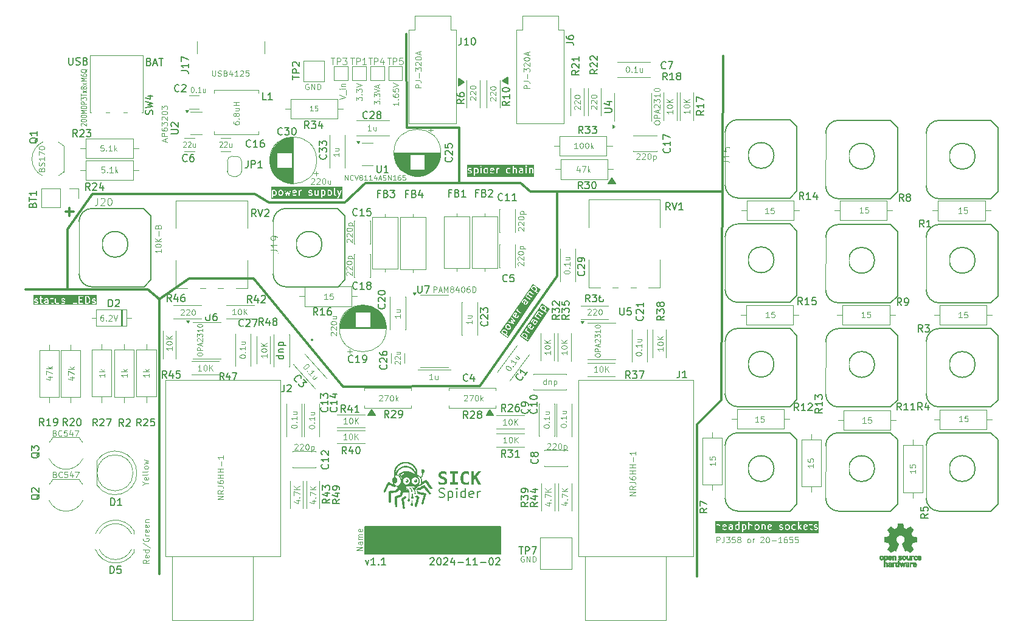
<source format=gto>
G04 #@! TF.GenerationSoftware,KiCad,Pcbnew,8.0.6*
G04 #@! TF.CreationDate,2024-11-06T00:44:51+01:00*
G04 #@! TF.ProjectId,spider2,73706964-6572-4322-9e6b-696361645f70,rev?*
G04 #@! TF.SameCoordinates,Original*
G04 #@! TF.FileFunction,Legend,Top*
G04 #@! TF.FilePolarity,Positive*
%FSLAX46Y46*%
G04 Gerber Fmt 4.6, Leading zero omitted, Abs format (unit mm)*
G04 Created by KiCad (PCBNEW 8.0.6) date 2024-11-06 00:44:51*
%MOMM*%
%LPD*%
G01*
G04 APERTURE LIST*
%ADD10C,0.300000*%
%ADD11C,0.150000*%
%ADD12C,0.000000*%
%ADD13C,0.200000*%
%ADD14C,0.100000*%
%ADD15C,0.400000*%
%ADD16C,0.120000*%
%ADD17C,0.130000*%
%ADD18C,0.127000*%
%ADD19C,0.010000*%
%ADD20C,1.400000*%
%ADD21O,1.400000X1.400000*%
%ADD22C,1.600000*%
%ADD23O,1.600000X1.600000*%
%ADD24R,1.600000X1.600000*%
%ADD25R,2.500000X2.500000*%
%ADD26O,2.300000X1.500000*%
%ADD27O,1.703200X3.203200*%
%ADD28O,1.903200X3.203200*%
%ADD29O,1.500000X2.300000*%
%ADD30O,3.203200X2.203200*%
%ADD31C,0.800000*%
%ADD32C,6.400000*%
%ADD33C,3.000000*%
%ADD34C,2.000000*%
%ADD35O,1.100000X1.700000*%
%ADD36R,1.500000X1.500000*%
%ADD37C,1.500000*%
%ADD38C,4.000000*%
%ADD39C,1.800000*%
%ADD40R,1.700000X1.700000*%
%ADD41O,1.700000X1.700000*%
%ADD42R,1.800000X1.800000*%
%ADD43R,2.350000X5.100000*%
%ADD44R,4.000000X4.000000*%
G04 APERTURE END LIST*
D10*
X234650000Y-49550000D02*
X208000600Y-49550000D01*
X211700000Y-61300000D02*
X211680000Y-49575000D01*
D11*
X219810000Y-48420000D02*
X218810000Y-48420000D01*
X219310000Y-47670000D01*
X219810000Y-48420000D01*
G36*
X219810000Y-48420000D02*
G01*
X218810000Y-48420000D01*
X219310000Y-47670000D01*
X219810000Y-48420000D01*
G37*
D12*
G36*
X190493168Y-91951958D02*
G01*
X190499207Y-91953700D01*
X190506857Y-91956452D01*
X190515872Y-91960093D01*
X190537018Y-91969545D01*
X190560685Y-91981072D01*
X190584916Y-91993691D01*
X190607748Y-92006417D01*
X190618028Y-92012513D01*
X190627224Y-92018267D01*
X190635091Y-92023556D01*
X190641383Y-92028256D01*
X190648806Y-92034565D01*
X190656213Y-92041520D01*
X190663539Y-92049023D01*
X190670719Y-92056975D01*
X190677689Y-92065278D01*
X190684382Y-92073835D01*
X190690735Y-92082547D01*
X190696681Y-92091315D01*
X190702156Y-92100042D01*
X190707095Y-92108630D01*
X190711432Y-92116980D01*
X190715103Y-92124994D01*
X190718042Y-92132574D01*
X190720184Y-92139622D01*
X190720936Y-92142916D01*
X190721464Y-92146039D01*
X190721760Y-92148981D01*
X190721817Y-92151728D01*
X190721910Y-92159531D01*
X190721501Y-92162980D01*
X190720317Y-92166523D01*
X190718010Y-92170454D01*
X190714227Y-92175069D01*
X190708616Y-92180665D01*
X190700826Y-92187535D01*
X190677306Y-92206285D01*
X190640854Y-92233683D01*
X190517911Y-92323884D01*
X190473417Y-92356946D01*
X190432892Y-92387295D01*
X190400833Y-92411692D01*
X190389384Y-92420646D01*
X190381739Y-92426895D01*
X190354928Y-92448767D01*
X190376800Y-92621628D01*
X190396732Y-92783024D01*
X190415606Y-92928545D01*
X190446705Y-93173979D01*
X190470198Y-93374897D01*
X190478617Y-93454756D01*
X190484563Y-93518797D01*
X190487847Y-93565459D01*
X190488431Y-93581784D01*
X190488278Y-93593178D01*
X190487869Y-93601003D01*
X190487421Y-93608118D01*
X190486911Y-93614589D01*
X190486316Y-93620486D01*
X190485613Y-93625873D01*
X190484780Y-93630820D01*
X190483795Y-93635392D01*
X190482633Y-93639657D01*
X190481274Y-93643682D01*
X190479693Y-93647535D01*
X190477868Y-93651283D01*
X190475776Y-93654992D01*
X190473395Y-93658730D01*
X190470702Y-93662564D01*
X190467674Y-93666561D01*
X190464289Y-93670789D01*
X190459112Y-93676759D01*
X190453171Y-93682725D01*
X190446560Y-93688635D01*
X190439374Y-93694436D01*
X190431709Y-93700077D01*
X190423659Y-93705503D01*
X190415320Y-93710663D01*
X190406786Y-93715504D01*
X190398153Y-93719972D01*
X190389517Y-93724016D01*
X190380971Y-93727582D01*
X190372611Y-93730618D01*
X190364532Y-93733071D01*
X190356830Y-93734889D01*
X190349598Y-93736018D01*
X190342933Y-93736406D01*
X190337114Y-93736291D01*
X190331302Y-93735949D01*
X190325504Y-93735385D01*
X190319729Y-93734603D01*
X190313983Y-93733609D01*
X190308274Y-93732406D01*
X190302609Y-93731000D01*
X190296995Y-93729395D01*
X190291441Y-93727595D01*
X190285952Y-93725606D01*
X190280538Y-93723431D01*
X190275204Y-93721077D01*
X190269959Y-93718546D01*
X190264809Y-93715845D01*
X190259763Y-93712977D01*
X190254827Y-93709948D01*
X190250009Y-93706761D01*
X190245316Y-93703422D01*
X190240756Y-93699935D01*
X190236335Y-93696305D01*
X190232062Y-93692537D01*
X190227943Y-93688634D01*
X190223987Y-93684603D01*
X190220200Y-93680447D01*
X190216589Y-93676171D01*
X190213163Y-93671779D01*
X190209928Y-93667278D01*
X190206892Y-93662670D01*
X190204062Y-93657961D01*
X190201446Y-93653155D01*
X190199050Y-93648257D01*
X190196883Y-93643272D01*
X190193660Y-93631241D01*
X190189354Y-93609329D01*
X190177922Y-93538409D01*
X190163447Y-93435608D01*
X190146789Y-93306017D01*
X190094578Y-92886212D01*
X190076939Y-92753567D01*
X190055067Y-92593406D01*
X190049583Y-92553425D01*
X190044803Y-92516313D01*
X190040767Y-92482492D01*
X190037516Y-92452383D01*
X190035092Y-92426409D01*
X190033536Y-92404990D01*
X190032890Y-92388548D01*
X190032921Y-92382326D01*
X190033195Y-92377506D01*
X190035095Y-92362459D01*
X190037880Y-92348278D01*
X190041938Y-92334572D01*
X190047658Y-92320951D01*
X190055429Y-92307025D01*
X190065639Y-92292401D01*
X190078677Y-92276690D01*
X190094931Y-92259502D01*
X190114790Y-92240445D01*
X190138642Y-92219128D01*
X190166877Y-92195162D01*
X190199882Y-92168154D01*
X190281760Y-92103455D01*
X190387383Y-92021906D01*
X190406103Y-92007733D01*
X190423896Y-91994511D01*
X190440366Y-91982528D01*
X190455117Y-91972076D01*
X190467751Y-91963443D01*
X190473150Y-91959899D01*
X190477871Y-91956918D01*
X190481864Y-91954536D01*
X190485081Y-91952790D01*
X190487470Y-91951716D01*
X190488339Y-91951443D01*
X190488983Y-91951350D01*
X190493168Y-91951958D01*
G37*
G36*
X192024978Y-89624428D02*
G01*
X192038323Y-89625237D01*
X192051502Y-89626465D01*
X192064318Y-89628102D01*
X192076571Y-89630139D01*
X192088064Y-89632564D01*
X192098598Y-89635367D01*
X192107974Y-89638538D01*
X192115994Y-89642067D01*
X192125233Y-89647170D01*
X192134160Y-89652678D01*
X192142767Y-89658573D01*
X192151050Y-89664839D01*
X192159002Y-89671460D01*
X192166616Y-89678417D01*
X192173886Y-89685694D01*
X192180806Y-89693275D01*
X192193570Y-89709278D01*
X192204857Y-89726291D01*
X192214617Y-89744179D01*
X192222798Y-89762805D01*
X192229350Y-89782035D01*
X192234223Y-89801733D01*
X192237366Y-89821764D01*
X192238728Y-89841993D01*
X192238725Y-89852139D01*
X192238259Y-89862283D01*
X192237321Y-89872409D01*
X192235907Y-89882500D01*
X192234010Y-89892539D01*
X192231623Y-89902508D01*
X192228740Y-89912392D01*
X192225356Y-89922172D01*
X192221164Y-89932342D01*
X192216528Y-89942213D01*
X192211449Y-89951785D01*
X192205931Y-89961055D01*
X192199974Y-89970024D01*
X192193581Y-89978690D01*
X192186754Y-89987052D01*
X192179495Y-89995109D01*
X192171805Y-90002861D01*
X192163688Y-90010305D01*
X192155146Y-90017441D01*
X192146179Y-90024269D01*
X192136791Y-90030786D01*
X192126983Y-90036992D01*
X192116758Y-90042886D01*
X192106117Y-90048467D01*
X192091996Y-90055108D01*
X192085707Y-90057882D01*
X192079802Y-90060318D01*
X192074182Y-90062436D01*
X192068749Y-90064255D01*
X192063404Y-90065795D01*
X192058051Y-90067076D01*
X192052590Y-90068117D01*
X192046923Y-90068938D01*
X192040953Y-90069558D01*
X192034580Y-90069997D01*
X192027707Y-90070276D01*
X192020236Y-90070412D01*
X192003106Y-90070339D01*
X191990588Y-90070022D01*
X191978670Y-90069323D01*
X191967306Y-90068226D01*
X191956451Y-90066712D01*
X191946058Y-90064764D01*
X191936083Y-90062365D01*
X191926480Y-90059496D01*
X191917204Y-90056140D01*
X191908209Y-90052280D01*
X191899450Y-90047898D01*
X191890880Y-90042976D01*
X191882456Y-90037498D01*
X191874130Y-90031445D01*
X191865859Y-90024799D01*
X191857595Y-90017544D01*
X191849295Y-90009661D01*
X191841016Y-90000966D01*
X191833367Y-89992316D01*
X191826335Y-89983677D01*
X191819904Y-89975012D01*
X191814060Y-89966285D01*
X191808788Y-89957460D01*
X191804075Y-89948501D01*
X191799906Y-89939371D01*
X191796265Y-89930034D01*
X191793140Y-89920454D01*
X191790514Y-89910596D01*
X191788374Y-89900422D01*
X191786706Y-89889896D01*
X191785494Y-89878984D01*
X191784725Y-89867647D01*
X191784383Y-89855850D01*
X191784434Y-89848644D01*
X191784587Y-89841819D01*
X191784848Y-89835346D01*
X191785221Y-89829194D01*
X191785710Y-89823330D01*
X191786318Y-89817726D01*
X191787051Y-89812348D01*
X191787911Y-89807167D01*
X191788904Y-89802151D01*
X191790033Y-89797270D01*
X191791303Y-89792492D01*
X191792718Y-89787786D01*
X191794281Y-89783122D01*
X191795998Y-89778468D01*
X191797871Y-89773794D01*
X191799906Y-89769067D01*
X191803028Y-89762421D01*
X191806031Y-89756512D01*
X191808896Y-89751349D01*
X191810270Y-89749050D01*
X191811603Y-89746941D01*
X191812890Y-89745024D01*
X191814131Y-89743299D01*
X191815323Y-89741767D01*
X191816463Y-89740430D01*
X191817548Y-89739289D01*
X191818577Y-89738345D01*
X191819547Y-89737599D01*
X191820455Y-89737052D01*
X191821299Y-89736706D01*
X191822076Y-89736562D01*
X191822785Y-89736620D01*
X191823422Y-89736883D01*
X191823985Y-89737351D01*
X191824472Y-89738024D01*
X191824880Y-89738906D01*
X191825206Y-89739996D01*
X191825449Y-89741296D01*
X191825606Y-89742807D01*
X191825674Y-89744530D01*
X191825651Y-89746466D01*
X191825535Y-89748616D01*
X191825323Y-89750983D01*
X191825012Y-89753566D01*
X191824600Y-89756367D01*
X191824220Y-89760294D01*
X191824133Y-89764265D01*
X191824328Y-89768267D01*
X191824796Y-89772290D01*
X191825527Y-89776323D01*
X191826513Y-89780355D01*
X191827743Y-89784374D01*
X191829208Y-89788371D01*
X191830899Y-89792333D01*
X191832805Y-89796250D01*
X191834917Y-89800111D01*
X191837226Y-89803905D01*
X191839722Y-89807621D01*
X191842395Y-89811248D01*
X191845237Y-89814775D01*
X191848236Y-89818191D01*
X191851385Y-89821485D01*
X191854673Y-89824647D01*
X191858090Y-89827664D01*
X191861628Y-89830526D01*
X191865276Y-89833223D01*
X191869026Y-89835742D01*
X191872867Y-89838074D01*
X191876789Y-89840207D01*
X191880784Y-89842130D01*
X191884842Y-89843832D01*
X191888953Y-89845303D01*
X191893108Y-89846531D01*
X191897297Y-89847505D01*
X191901510Y-89848214D01*
X191905739Y-89848648D01*
X191909972Y-89848795D01*
X191915574Y-89848598D01*
X191921251Y-89848016D01*
X191926980Y-89847060D01*
X191932737Y-89845741D01*
X191938498Y-89844071D01*
X191944240Y-89842060D01*
X191949938Y-89839721D01*
X191955569Y-89837065D01*
X191961109Y-89834103D01*
X191966534Y-89830846D01*
X191971820Y-89827306D01*
X191976945Y-89823494D01*
X191981883Y-89819422D01*
X191986612Y-89815100D01*
X191991107Y-89810541D01*
X191995345Y-89805756D01*
X191998473Y-89801950D01*
X192001252Y-89798429D01*
X192003699Y-89795129D01*
X192005829Y-89791987D01*
X192007657Y-89788940D01*
X192009198Y-89785925D01*
X192010469Y-89782879D01*
X192011484Y-89779739D01*
X192012260Y-89776441D01*
X192012811Y-89772924D01*
X192013154Y-89769124D01*
X192013303Y-89764977D01*
X192013275Y-89760421D01*
X192013084Y-89755393D01*
X192012746Y-89749829D01*
X192012278Y-89743667D01*
X192011736Y-89737614D01*
X192011150Y-89732116D01*
X192010495Y-89727119D01*
X192009742Y-89722566D01*
X192008865Y-89718402D01*
X192008372Y-89716449D01*
X192007838Y-89714571D01*
X192007259Y-89712763D01*
X192006632Y-89711017D01*
X192005955Y-89709326D01*
X192005222Y-89707684D01*
X192004432Y-89706083D01*
X192003581Y-89704516D01*
X192002665Y-89702977D01*
X192001681Y-89701458D01*
X192000626Y-89699952D01*
X191999496Y-89698453D01*
X191998288Y-89696954D01*
X191996998Y-89695447D01*
X191994162Y-89692382D01*
X191990960Y-89689204D01*
X191987365Y-89685857D01*
X191983350Y-89682284D01*
X191980493Y-89680021D01*
X191977496Y-89677742D01*
X191971179Y-89673200D01*
X191964598Y-89668790D01*
X191957950Y-89664645D01*
X191954663Y-89662713D01*
X191951435Y-89660897D01*
X191948289Y-89659213D01*
X191945250Y-89657678D01*
X191942344Y-89656308D01*
X191939594Y-89655120D01*
X191937027Y-89654130D01*
X191934667Y-89653356D01*
X191911383Y-89646300D01*
X191936078Y-89634306D01*
X191943602Y-89631386D01*
X191952548Y-89628967D01*
X191962718Y-89627041D01*
X191973913Y-89625597D01*
X191985935Y-89624624D01*
X191998586Y-89624111D01*
X192011666Y-89624050D01*
X192024978Y-89624428D01*
G37*
D10*
X181900000Y-76700000D02*
X200950000Y-76650000D01*
X147010000Y-49890000D02*
X169570400Y-49885600D01*
D12*
G36*
X190621464Y-87184088D02*
G01*
X190648692Y-87185146D01*
X190678550Y-87186734D01*
X190711939Y-87188850D01*
X190780809Y-87194845D01*
X190846314Y-87202939D01*
X190878138Y-87207852D01*
X190909521Y-87213382D01*
X190940595Y-87219562D01*
X190971495Y-87226421D01*
X191002354Y-87233992D01*
X191033304Y-87242304D01*
X191064480Y-87251390D01*
X191096015Y-87261280D01*
X191160693Y-87283596D01*
X191228406Y-87309500D01*
X191283766Y-87332572D01*
X191337681Y-87357088D01*
X191390179Y-87383070D01*
X191441285Y-87410538D01*
X191491027Y-87439516D01*
X191539432Y-87470024D01*
X191586526Y-87502085D01*
X191632336Y-87535719D01*
X191676890Y-87570950D01*
X191720214Y-87607797D01*
X191762335Y-87646285D01*
X191803279Y-87686433D01*
X191843074Y-87728263D01*
X191881747Y-87771798D01*
X191919325Y-87817059D01*
X191955833Y-87864067D01*
X191975952Y-87891423D01*
X191995539Y-87919464D01*
X192014557Y-87948118D01*
X192032970Y-87977309D01*
X192050743Y-88006963D01*
X192067839Y-88037005D01*
X192084222Y-88067362D01*
X192099855Y-88097959D01*
X192114703Y-88128721D01*
X192128729Y-88159573D01*
X192141897Y-88190443D01*
X192154172Y-88221254D01*
X192165516Y-88251934D01*
X192175894Y-88282406D01*
X192185269Y-88312598D01*
X192193606Y-88342434D01*
X192206280Y-88391366D01*
X192216018Y-88433064D01*
X192223260Y-88471802D01*
X192228443Y-88511855D01*
X192232005Y-88557497D01*
X192234385Y-88613003D01*
X192236020Y-88682648D01*
X192237350Y-88770706D01*
X192238544Y-88853472D01*
X192239083Y-88887026D01*
X192239621Y-88915841D01*
X192239898Y-88928584D01*
X192240184Y-88940278D01*
X192240483Y-88950967D01*
X192240798Y-88960698D01*
X192241133Y-88969514D01*
X192241491Y-88977461D01*
X192241875Y-88984584D01*
X192242289Y-88990928D01*
X192242736Y-88996538D01*
X192243219Y-89001459D01*
X192243743Y-89005737D01*
X192244020Y-89007649D01*
X192244309Y-89009417D01*
X192244610Y-89011046D01*
X192244922Y-89012543D01*
X192245247Y-89013912D01*
X192245585Y-89015160D01*
X192245936Y-89016292D01*
X192246301Y-89017314D01*
X192246680Y-89018232D01*
X192247073Y-89019051D01*
X192247482Y-89019776D01*
X192247906Y-89020414D01*
X192248346Y-89020969D01*
X192248802Y-89021449D01*
X192249274Y-89021857D01*
X192249764Y-89022201D01*
X192250272Y-89022485D01*
X192250797Y-89022715D01*
X192251340Y-89022897D01*
X192251903Y-89023036D01*
X192252484Y-89023139D01*
X192253085Y-89023210D01*
X192254348Y-89023281D01*
X192255694Y-89023295D01*
X192261570Y-89023562D01*
X192268532Y-89024339D01*
X192276462Y-89025592D01*
X192285240Y-89027286D01*
X192304857Y-89031853D01*
X192326426Y-89037759D01*
X192348988Y-89044723D01*
X192371582Y-89052465D01*
X192393250Y-89060703D01*
X192413034Y-89069156D01*
X192430211Y-89077342D01*
X192447792Y-89086492D01*
X192465652Y-89096509D01*
X192483666Y-89107300D01*
X192501709Y-89118769D01*
X192519657Y-89130820D01*
X192537382Y-89143360D01*
X192554762Y-89156292D01*
X192571670Y-89169522D01*
X192587982Y-89182954D01*
X192603573Y-89196494D01*
X192618317Y-89210046D01*
X192632090Y-89223516D01*
X192644766Y-89236808D01*
X192656220Y-89249827D01*
X192666328Y-89262478D01*
X192669243Y-89266138D01*
X192672157Y-89269696D01*
X192675050Y-89273135D01*
X192677903Y-89276435D01*
X192680699Y-89279578D01*
X192683418Y-89282545D01*
X192686042Y-89285318D01*
X192688553Y-89287878D01*
X192690931Y-89290207D01*
X192693158Y-89292285D01*
X192695216Y-89294095D01*
X192697086Y-89295617D01*
X192698749Y-89296834D01*
X192700187Y-89297726D01*
X192700815Y-89298044D01*
X192701380Y-89298274D01*
X192701880Y-89298414D01*
X192702311Y-89298462D01*
X192702826Y-89298400D01*
X192703440Y-89298218D01*
X192704957Y-89297502D01*
X192706838Y-89296341D01*
X192709058Y-89294757D01*
X192711592Y-89292777D01*
X192714416Y-89290425D01*
X192720832Y-89284703D01*
X192728108Y-89277791D01*
X192736046Y-89269886D01*
X192744446Y-89261188D01*
X192753111Y-89251895D01*
X192765365Y-89237888D01*
X192777257Y-89222854D01*
X192788790Y-89206791D01*
X192799965Y-89189696D01*
X192810784Y-89171567D01*
X192821250Y-89152403D01*
X192831364Y-89132202D01*
X192841129Y-89110960D01*
X192850547Y-89088677D01*
X192859620Y-89065350D01*
X192868349Y-89040977D01*
X192876738Y-89015556D01*
X192884787Y-88989085D01*
X192892500Y-88961562D01*
X192899878Y-88932984D01*
X192906923Y-88903350D01*
X192911012Y-88885065D01*
X192914534Y-88868985D01*
X192917466Y-88854935D01*
X192919788Y-88842739D01*
X192920713Y-88837281D01*
X192921477Y-88832221D01*
X192922078Y-88827537D01*
X192922512Y-88823206D01*
X192922778Y-88819208D01*
X192922871Y-88815519D01*
X192922791Y-88812118D01*
X192922533Y-88808982D01*
X192922095Y-88806091D01*
X192921475Y-88803422D01*
X192920670Y-88800952D01*
X192919676Y-88798661D01*
X192918492Y-88796526D01*
X192917115Y-88794524D01*
X192915541Y-88792635D01*
X192913769Y-88790836D01*
X192911795Y-88789106D01*
X192909616Y-88787421D01*
X192907231Y-88785761D01*
X192904636Y-88784103D01*
X192898807Y-88780707D01*
X192892106Y-88777056D01*
X192885410Y-88773224D01*
X192878591Y-88768655D01*
X192871709Y-88763426D01*
X192864821Y-88757609D01*
X192857986Y-88751280D01*
X192851265Y-88744512D01*
X192844715Y-88737381D01*
X192838395Y-88729960D01*
X192832365Y-88722324D01*
X192826683Y-88714548D01*
X192821409Y-88706706D01*
X192816600Y-88698872D01*
X192812317Y-88691120D01*
X192808617Y-88683526D01*
X192805561Y-88676163D01*
X192803206Y-88669106D01*
X192801920Y-88661578D01*
X192800725Y-88648965D01*
X192799646Y-88631936D01*
X192798708Y-88611162D01*
X192797352Y-88561057D01*
X192796856Y-88504006D01*
X192796709Y-88461402D01*
X192796878Y-88427365D01*
X192797116Y-88413114D01*
X192797476Y-88400471D01*
X192797972Y-88389259D01*
X192798619Y-88379299D01*
X192799432Y-88370414D01*
X192800425Y-88362426D01*
X192801612Y-88355158D01*
X192803007Y-88348431D01*
X192804626Y-88342068D01*
X192806483Y-88335891D01*
X192808591Y-88329722D01*
X192810967Y-88323384D01*
X192816545Y-88309726D01*
X192822952Y-88296807D01*
X192830170Y-88284636D01*
X192838186Y-88273223D01*
X192846983Y-88262580D01*
X192856545Y-88252715D01*
X192866859Y-88243641D01*
X192877906Y-88235366D01*
X192889674Y-88227901D01*
X192902145Y-88221257D01*
X192915304Y-88215444D01*
X192929136Y-88210473D01*
X192943626Y-88206353D01*
X192958757Y-88203095D01*
X192974515Y-88200709D01*
X192990883Y-88199206D01*
X192999600Y-88198801D01*
X193008156Y-88198644D01*
X193016551Y-88198737D01*
X193024786Y-88199079D01*
X193032860Y-88199671D01*
X193040775Y-88200514D01*
X193048530Y-88201608D01*
X193056125Y-88202954D01*
X193063561Y-88204552D01*
X193070839Y-88206403D01*
X193077958Y-88208507D01*
X193084918Y-88210864D01*
X193091720Y-88213476D01*
X193098364Y-88216342D01*
X193104851Y-88219464D01*
X193111181Y-88222842D01*
X193117353Y-88226476D01*
X193123368Y-88230367D01*
X193129227Y-88234515D01*
X193134930Y-88238921D01*
X193140476Y-88243585D01*
X193145867Y-88248509D01*
X193151102Y-88253691D01*
X193156182Y-88259134D01*
X193161107Y-88264837D01*
X193165877Y-88270801D01*
X193170492Y-88277027D01*
X193174953Y-88283514D01*
X193179261Y-88290264D01*
X193183414Y-88297278D01*
X193187414Y-88304554D01*
X193191261Y-88312095D01*
X193213134Y-88355134D01*
X193213134Y-88647234D01*
X193191261Y-88690273D01*
X193186975Y-88698768D01*
X193182568Y-88706808D01*
X193178022Y-88714415D01*
X193173314Y-88721615D01*
X193168424Y-88728430D01*
X193163331Y-88734884D01*
X193158015Y-88741001D01*
X193152456Y-88746805D01*
X193146632Y-88752320D01*
X193140522Y-88757569D01*
X193134107Y-88762576D01*
X193127365Y-88767366D01*
X193120275Y-88771960D01*
X193112818Y-88776385D01*
X193104972Y-88780662D01*
X193096717Y-88784817D01*
X193067789Y-88798928D01*
X193055089Y-88870189D01*
X193046380Y-88916291D01*
X193036914Y-88960429D01*
X193026677Y-89002640D01*
X193015655Y-89042962D01*
X193003836Y-89081432D01*
X192991205Y-89118087D01*
X192977749Y-89152965D01*
X192963455Y-89186102D01*
X192948310Y-89217535D01*
X192932299Y-89247303D01*
X192915410Y-89275442D01*
X192897629Y-89301989D01*
X192878943Y-89326982D01*
X192859337Y-89350457D01*
X192838800Y-89372453D01*
X192817317Y-89393006D01*
X192780628Y-89425462D01*
X192810967Y-89490373D01*
X192819442Y-89509359D01*
X192827407Y-89528493D01*
X192834863Y-89547791D01*
X192841813Y-89567267D01*
X192848258Y-89586938D01*
X192854201Y-89606818D01*
X192859644Y-89626924D01*
X192864589Y-89647270D01*
X192869038Y-89667873D01*
X192872992Y-89688748D01*
X192876455Y-89709910D01*
X192879428Y-89731375D01*
X192881913Y-89753158D01*
X192883912Y-89775275D01*
X192885427Y-89797742D01*
X192886461Y-89820573D01*
X192887090Y-89843368D01*
X192887387Y-89865486D01*
X192887354Y-89886578D01*
X192886990Y-89906298D01*
X192886296Y-89924298D01*
X192885271Y-89940230D01*
X192883915Y-89953749D01*
X192883113Y-89959494D01*
X192882228Y-89964506D01*
X192880744Y-89973044D01*
X192879483Y-89981087D01*
X192878470Y-89988467D01*
X192878064Y-89991858D01*
X192877730Y-89995021D01*
X192877470Y-89997937D01*
X192877288Y-90000583D01*
X192877186Y-90002940D01*
X192877168Y-90004987D01*
X192877236Y-90006704D01*
X192877395Y-90008068D01*
X192877509Y-90008613D01*
X192877647Y-90009061D01*
X192877808Y-90009412D01*
X192877994Y-90009661D01*
X192878600Y-90009714D01*
X192879864Y-90009354D01*
X192884223Y-90007468D01*
X192890781Y-90004142D01*
X192899249Y-89999519D01*
X192909338Y-89993738D01*
X192920758Y-89986940D01*
X192933219Y-89979266D01*
X192946433Y-89970856D01*
X193011038Y-89929511D01*
X193077512Y-89887612D01*
X193204490Y-89809196D01*
X193259207Y-89776201D01*
X193304216Y-89749698D01*
X193336625Y-89731445D01*
X193347200Y-89725964D01*
X193353539Y-89723206D01*
X193359451Y-89721346D01*
X193365776Y-89719732D01*
X193372465Y-89718364D01*
X193379468Y-89717242D01*
X193386736Y-89716363D01*
X193394219Y-89715727D01*
X193401867Y-89715333D01*
X193409631Y-89715180D01*
X193417461Y-89715267D01*
X193425307Y-89715592D01*
X193433121Y-89716155D01*
X193440851Y-89716955D01*
X193448450Y-89717991D01*
X193455866Y-89719261D01*
X193463052Y-89720764D01*
X193469956Y-89722500D01*
X193488463Y-89728999D01*
X193497864Y-89734090D01*
X193508210Y-89741418D01*
X193520135Y-89751739D01*
X193534274Y-89765809D01*
X193571732Y-89808225D01*
X193625660Y-89874719D01*
X193701136Y-89971341D01*
X193937034Y-90279184D01*
X194092476Y-90483067D01*
X194152090Y-90561883D01*
X194200558Y-90626493D01*
X194238576Y-90677809D01*
X194266837Y-90716738D01*
X194286036Y-90744192D01*
X194296867Y-90761078D01*
X194302830Y-90772737D01*
X194307521Y-90784531D01*
X194310986Y-90796413D01*
X194313271Y-90808338D01*
X194314424Y-90820258D01*
X194314491Y-90832126D01*
X194313518Y-90843897D01*
X194311551Y-90855523D01*
X194308638Y-90866958D01*
X194304825Y-90878155D01*
X194300158Y-90889068D01*
X194294684Y-90899649D01*
X194288449Y-90909853D01*
X194281501Y-90919633D01*
X194273884Y-90928941D01*
X194265646Y-90937732D01*
X194256834Y-90945958D01*
X194247493Y-90953573D01*
X194237671Y-90960531D01*
X194227414Y-90966785D01*
X194216768Y-90972287D01*
X194205780Y-90976993D01*
X194194497Y-90980854D01*
X194182964Y-90983824D01*
X194171229Y-90985857D01*
X194159337Y-90986906D01*
X194147337Y-90986924D01*
X194135273Y-90985865D01*
X194123192Y-90983682D01*
X194111142Y-90980328D01*
X194099168Y-90975757D01*
X194087317Y-90969923D01*
X194071920Y-90957366D01*
X194046163Y-90929397D01*
X194006565Y-90881519D01*
X193949645Y-90809232D01*
X193769916Y-90573444D01*
X193479128Y-90186050D01*
X193460444Y-90160831D01*
X193442770Y-90137356D01*
X193426517Y-90116114D01*
X193412100Y-90097591D01*
X193399932Y-90082277D01*
X193390426Y-90070659D01*
X193383996Y-90063225D01*
X193382064Y-90061229D01*
X193381055Y-90060462D01*
X193377963Y-90061933D01*
X193370604Y-90066150D01*
X193345072Y-90081628D01*
X193308427Y-90104515D01*
X193264639Y-90132428D01*
X193159070Y-90199897D01*
X193061439Y-90261545D01*
X192860355Y-90388545D01*
X192817964Y-90414852D01*
X192778004Y-90438794D01*
X192740326Y-90460454D01*
X192704781Y-90479914D01*
X192671220Y-90497258D01*
X192639495Y-90512568D01*
X192609456Y-90525927D01*
X192580956Y-90537417D01*
X192559781Y-90545020D01*
X192536440Y-90552730D01*
X192512470Y-90560126D01*
X192489410Y-90566786D01*
X192468797Y-90572288D01*
X192452170Y-90576212D01*
X192445831Y-90577449D01*
X192441065Y-90578134D01*
X192438065Y-90578213D01*
X192437287Y-90578009D01*
X192437022Y-90577634D01*
X192437144Y-90577034D01*
X192437503Y-90576043D01*
X192438885Y-90572981D01*
X192441078Y-90568630D01*
X192443990Y-90563170D01*
X192447530Y-90556784D01*
X192451608Y-90549654D01*
X192456132Y-90541962D01*
X192461011Y-90533889D01*
X192471352Y-90516019D01*
X192482354Y-90496759D01*
X192492563Y-90478426D01*
X192496915Y-90470330D01*
X192500523Y-90463334D01*
X192502360Y-90459794D01*
X192504674Y-90455818D01*
X192507429Y-90451449D01*
X192510588Y-90446731D01*
X192517972Y-90436421D01*
X192526540Y-90425234D01*
X192536000Y-90413518D01*
X192546064Y-90401620D01*
X192556442Y-90389887D01*
X192566845Y-90378667D01*
X192581400Y-90363087D01*
X192594952Y-90348018D01*
X192607572Y-90333344D01*
X192619331Y-90318948D01*
X192630301Y-90304714D01*
X192640552Y-90290523D01*
X192650156Y-90276261D01*
X192659184Y-90261809D01*
X192667708Y-90247052D01*
X192675799Y-90231871D01*
X192683528Y-90216152D01*
X192690967Y-90199776D01*
X192698187Y-90182627D01*
X192705259Y-90164588D01*
X192712254Y-90145542D01*
X192719244Y-90125373D01*
X192730532Y-90088493D01*
X192740056Y-90050963D01*
X192747823Y-90012910D01*
X192753839Y-89974461D01*
X192758111Y-89935743D01*
X192760644Y-89896884D01*
X192761445Y-89858011D01*
X192760520Y-89819250D01*
X192757875Y-89780728D01*
X192753517Y-89742574D01*
X192747451Y-89704914D01*
X192739684Y-89667875D01*
X192730222Y-89631584D01*
X192719071Y-89596169D01*
X192706238Y-89561756D01*
X192691728Y-89528473D01*
X192677147Y-89498909D01*
X192661466Y-89470296D01*
X192644711Y-89442656D01*
X192626905Y-89416014D01*
X192608074Y-89390392D01*
X192588243Y-89365816D01*
X192567436Y-89342308D01*
X192545678Y-89319893D01*
X192522994Y-89298594D01*
X192499409Y-89278434D01*
X192474947Y-89259439D01*
X192449634Y-89241631D01*
X192423494Y-89225035D01*
X192396552Y-89209673D01*
X192368833Y-89195570D01*
X192340361Y-89182750D01*
X192331187Y-89179031D01*
X192321344Y-89175353D01*
X192311153Y-89171824D01*
X192300938Y-89168551D01*
X192291020Y-89165642D01*
X192281723Y-89163204D01*
X192273368Y-89161345D01*
X192269645Y-89160666D01*
X192266278Y-89160172D01*
X192235939Y-89155234D01*
X192253578Y-89176401D01*
X192278096Y-89206034D01*
X192294853Y-89226010D01*
X192312139Y-89246250D01*
X192373175Y-89324018D01*
X192425580Y-89403818D01*
X192448547Y-89444459D01*
X192469356Y-89485581D01*
X192488007Y-89527178D01*
X192504502Y-89569240D01*
X192518840Y-89611759D01*
X192531021Y-89654727D01*
X192541045Y-89698134D01*
X192548912Y-89741972D01*
X192554623Y-89786233D01*
X192558178Y-89830908D01*
X192559576Y-89875989D01*
X192558819Y-89921467D01*
X192555905Y-89967334D01*
X192550836Y-90013580D01*
X192534230Y-90107180D01*
X192509003Y-90202197D01*
X192475155Y-90298564D01*
X192432688Y-90396213D01*
X192381602Y-90495075D01*
X192321898Y-90595083D01*
X192253578Y-90696167D01*
X192218847Y-90743880D01*
X192185547Y-90787625D01*
X192152858Y-90828326D01*
X192136488Y-90847826D01*
X192119963Y-90866912D01*
X192103182Y-90885700D01*
X192086043Y-90904306D01*
X192050278Y-90941436D01*
X192011852Y-90979227D01*
X191969944Y-91018606D01*
X191875400Y-91105389D01*
X191895156Y-91145606D01*
X191908616Y-91175429D01*
X191921878Y-91208908D01*
X191934744Y-91245395D01*
X191947014Y-91284248D01*
X191958490Y-91324820D01*
X191968974Y-91366467D01*
X191978268Y-91408544D01*
X191986173Y-91450406D01*
X191987140Y-91456337D01*
X191988193Y-91461969D01*
X191989332Y-91467318D01*
X191990560Y-91472399D01*
X191991879Y-91477229D01*
X191993291Y-91481821D01*
X191994798Y-91486192D01*
X191996403Y-91490358D01*
X191998106Y-91494333D01*
X191999911Y-91498134D01*
X192001819Y-91501776D01*
X192003833Y-91505274D01*
X192005954Y-91508644D01*
X192008185Y-91511901D01*
X192010527Y-91515061D01*
X192012983Y-91518139D01*
X192017886Y-91524001D01*
X192022276Y-91529946D01*
X192026150Y-91535974D01*
X192029509Y-91542084D01*
X192032351Y-91548277D01*
X192034675Y-91554553D01*
X192036481Y-91560911D01*
X192037766Y-91567352D01*
X192038531Y-91573876D01*
X192038773Y-91580482D01*
X192038493Y-91587171D01*
X192037689Y-91593943D01*
X192036360Y-91600797D01*
X192034504Y-91607734D01*
X192032122Y-91614754D01*
X192029211Y-91621856D01*
X192026580Y-91627376D01*
X192023719Y-91632690D01*
X192020642Y-91637792D01*
X192017357Y-91642680D01*
X192013878Y-91647347D01*
X192010214Y-91651791D01*
X192006377Y-91656006D01*
X192002378Y-91659989D01*
X191998228Y-91663735D01*
X191993939Y-91667241D01*
X191989520Y-91670501D01*
X191984984Y-91673512D01*
X191980342Y-91676269D01*
X191975604Y-91678768D01*
X191970783Y-91681005D01*
X191965888Y-91682975D01*
X191960931Y-91684674D01*
X191955923Y-91686099D01*
X191950875Y-91687244D01*
X191945798Y-91688105D01*
X191940705Y-91688679D01*
X191935604Y-91688960D01*
X191930508Y-91688946D01*
X191925428Y-91688630D01*
X191920375Y-91688010D01*
X191915360Y-91687080D01*
X191910394Y-91685838D01*
X191905488Y-91684277D01*
X191900654Y-91682394D01*
X191895901Y-91680186D01*
X191891243Y-91677647D01*
X191886689Y-91674773D01*
X191884121Y-91672908D01*
X191881458Y-91670769D01*
X191878720Y-91668381D01*
X191875929Y-91665766D01*
X191873105Y-91662948D01*
X191870268Y-91659952D01*
X191867440Y-91656801D01*
X191864640Y-91653518D01*
X191861891Y-91650128D01*
X191859211Y-91646654D01*
X191856622Y-91643120D01*
X191854145Y-91639550D01*
X191851800Y-91635968D01*
X191849609Y-91632397D01*
X191847591Y-91628861D01*
X191845767Y-91625384D01*
X191842220Y-91617916D01*
X191839254Y-91610586D01*
X191836871Y-91603385D01*
X191835073Y-91596302D01*
X191834394Y-91592801D01*
X191833862Y-91589326D01*
X191833477Y-91585875D01*
X191833240Y-91582447D01*
X191833151Y-91579041D01*
X191833210Y-91575655D01*
X191833417Y-91572288D01*
X191833772Y-91568939D01*
X191834277Y-91565607D01*
X191834930Y-91562290D01*
X191835733Y-91558987D01*
X191836685Y-91555696D01*
X191837788Y-91552417D01*
X191839040Y-91549148D01*
X191840443Y-91545888D01*
X191841996Y-91542635D01*
X191845556Y-91536147D01*
X191849722Y-91529674D01*
X191854495Y-91523204D01*
X191859878Y-91516728D01*
X191881045Y-91492739D01*
X191865522Y-91420773D01*
X191854584Y-91373527D01*
X191841915Y-91327102D01*
X191827570Y-91281590D01*
X191811602Y-91237086D01*
X191794068Y-91193681D01*
X191775022Y-91151468D01*
X191754519Y-91110541D01*
X191732613Y-91070993D01*
X191709360Y-91032917D01*
X191684813Y-90996406D01*
X191659029Y-90961552D01*
X191632061Y-90928449D01*
X191603964Y-90897190D01*
X191574794Y-90867868D01*
X191544604Y-90840576D01*
X191513450Y-90815406D01*
X191506144Y-90809819D01*
X191499549Y-90804673D01*
X191493631Y-90799929D01*
X191488359Y-90795551D01*
X191483698Y-90791500D01*
X191479617Y-90787736D01*
X191476080Y-90784223D01*
X191474507Y-90782548D01*
X191473057Y-90780922D01*
X191471727Y-90779339D01*
X191470513Y-90777794D01*
X191469411Y-90776284D01*
X191468416Y-90774802D01*
X191467524Y-90773345D01*
X191466732Y-90771907D01*
X191466034Y-90770484D01*
X191465428Y-90769071D01*
X191464909Y-90767663D01*
X191464472Y-90766255D01*
X191464113Y-90764843D01*
X191463830Y-90763422D01*
X191463616Y-90761987D01*
X191463468Y-90760533D01*
X191463383Y-90759056D01*
X191463355Y-90757550D01*
X191463422Y-90755078D01*
X191463623Y-90752685D01*
X191463774Y-90751517D01*
X191463960Y-90750368D01*
X191464181Y-90749237D01*
X191464436Y-90748125D01*
X191464726Y-90747030D01*
X191465052Y-90745952D01*
X191465414Y-90744891D01*
X191465811Y-90743846D01*
X191466245Y-90742817D01*
X191466715Y-90741804D01*
X191467222Y-90740806D01*
X191467765Y-90739823D01*
X191468346Y-90738855D01*
X191468965Y-90737901D01*
X191469621Y-90736960D01*
X191470315Y-90736032D01*
X191471047Y-90735118D01*
X191471818Y-90734216D01*
X191473476Y-90732448D01*
X191475291Y-90730726D01*
X191477266Y-90729046D01*
X191479401Y-90727405D01*
X191481700Y-90725800D01*
X191484635Y-90724055D01*
X191487383Y-90722523D01*
X191489991Y-90721202D01*
X191492504Y-90720090D01*
X191494967Y-90719184D01*
X191497426Y-90718483D01*
X191499927Y-90717985D01*
X191502514Y-90717687D01*
X191505234Y-90717587D01*
X191508131Y-90717684D01*
X191511251Y-90717975D01*
X191514641Y-90718458D01*
X191518344Y-90719132D01*
X191522407Y-90719993D01*
X191526876Y-90721041D01*
X191531795Y-90722273D01*
X191540643Y-90724969D01*
X191549730Y-90728300D01*
X191559063Y-90732272D01*
X191568649Y-90736891D01*
X191578495Y-90742163D01*
X191588610Y-90748094D01*
X191598999Y-90754691D01*
X191609670Y-90761960D01*
X191620631Y-90769907D01*
X191631888Y-90778538D01*
X191643449Y-90787859D01*
X191655322Y-90797877D01*
X191667513Y-90808598D01*
X191680029Y-90820028D01*
X191692878Y-90832173D01*
X191706067Y-90845039D01*
X191716783Y-90855733D01*
X191726243Y-90865105D01*
X191734547Y-90873222D01*
X191738298Y-90876831D01*
X191741797Y-90880152D01*
X191745057Y-90883192D01*
X191748091Y-90885961D01*
X191750911Y-90888466D01*
X191753531Y-90890717D01*
X191755961Y-90892721D01*
X191758216Y-90894487D01*
X191760307Y-90896024D01*
X191762247Y-90897339D01*
X191764048Y-90898441D01*
X191765724Y-90899338D01*
X191766518Y-90899713D01*
X191767286Y-90900040D01*
X191768028Y-90900320D01*
X191768747Y-90900554D01*
X191769443Y-90900743D01*
X191770120Y-90900888D01*
X191770777Y-90900991D01*
X191771417Y-90901052D01*
X191772040Y-90901072D01*
X191772650Y-90901053D01*
X191773247Y-90900995D01*
X191773833Y-90900899D01*
X191774409Y-90900768D01*
X191774978Y-90900601D01*
X191775540Y-90900399D01*
X191776097Y-90900164D01*
X191777202Y-90899599D01*
X191778308Y-90898914D01*
X191779425Y-90898116D01*
X191780566Y-90897214D01*
X191781744Y-90896217D01*
X191782972Y-90895134D01*
X191786970Y-90891131D01*
X191791008Y-90886564D01*
X191795060Y-90881477D01*
X191799101Y-90875918D01*
X191803104Y-90869934D01*
X191807045Y-90863570D01*
X191810897Y-90856873D01*
X191814634Y-90849890D01*
X191818231Y-90842667D01*
X191821661Y-90835251D01*
X191824898Y-90827688D01*
X191827918Y-90820025D01*
X191830694Y-90812308D01*
X191833200Y-90804584D01*
X191835411Y-90796899D01*
X191837300Y-90789300D01*
X191838917Y-90781571D01*
X191840198Y-90773864D01*
X191841147Y-90766187D01*
X191841766Y-90758545D01*
X191842060Y-90750946D01*
X191842030Y-90743396D01*
X191841681Y-90735901D01*
X191841015Y-90728468D01*
X191840037Y-90721103D01*
X191838748Y-90713813D01*
X191837153Y-90706604D01*
X191835254Y-90699483D01*
X191833055Y-90692455D01*
X191830559Y-90685528D01*
X191827769Y-90678708D01*
X191824688Y-90672002D01*
X191821321Y-90665415D01*
X191817669Y-90658955D01*
X191813736Y-90652627D01*
X191809526Y-90646439D01*
X191805041Y-90640397D01*
X191800285Y-90634507D01*
X191795261Y-90628775D01*
X191789973Y-90623208D01*
X191784423Y-90617813D01*
X191778614Y-90612596D01*
X191772551Y-90607564D01*
X191766236Y-90602722D01*
X191759672Y-90598078D01*
X191752863Y-90593638D01*
X191745812Y-90589408D01*
X191738522Y-90585395D01*
X191728817Y-90581169D01*
X191714192Y-90577909D01*
X191690190Y-90575461D01*
X191652356Y-90573665D01*
X191517364Y-90571405D01*
X191273561Y-90569872D01*
X191107181Y-90569200D01*
X191040157Y-90569091D01*
X190982729Y-90569255D01*
X190934012Y-90569783D01*
X190912643Y-90570212D01*
X190893119Y-90570766D01*
X190875331Y-90571456D01*
X190859166Y-90572294D01*
X190844515Y-90573291D01*
X190831266Y-90574459D01*
X190819309Y-90575808D01*
X190808534Y-90577351D01*
X190798829Y-90579099D01*
X190790083Y-90581062D01*
X190782187Y-90583253D01*
X190775029Y-90585683D01*
X190768499Y-90588363D01*
X190762485Y-90591304D01*
X190756878Y-90594518D01*
X190751566Y-90598016D01*
X190746439Y-90601810D01*
X190741386Y-90605911D01*
X190736297Y-90610330D01*
X190731059Y-90615079D01*
X190719700Y-90625612D01*
X190710304Y-90634468D01*
X190701678Y-90643347D01*
X190693801Y-90652304D01*
X190686649Y-90661396D01*
X190680200Y-90670679D01*
X190674432Y-90680207D01*
X190669320Y-90690037D01*
X190664843Y-90700224D01*
X190660978Y-90710825D01*
X190657702Y-90721895D01*
X190654992Y-90733490D01*
X190652827Y-90745666D01*
X190651181Y-90758479D01*
X190650035Y-90771984D01*
X190649363Y-90786237D01*
X190649144Y-90801295D01*
X190649352Y-90814312D01*
X190649977Y-90826914D01*
X190651023Y-90839117D01*
X190652496Y-90850937D01*
X190654398Y-90862389D01*
X190656735Y-90873489D01*
X190659509Y-90884252D01*
X190662726Y-90894693D01*
X190666390Y-90904828D01*
X190670504Y-90914673D01*
X190675073Y-90924243D01*
X190680101Y-90933553D01*
X190685592Y-90942620D01*
X190691550Y-90951458D01*
X190697979Y-90960083D01*
X190704883Y-90968511D01*
X190711225Y-90975527D01*
X190718048Y-90982270D01*
X190725302Y-90988715D01*
X190732940Y-90994837D01*
X190740913Y-91000613D01*
X190749172Y-91006016D01*
X190757669Y-91011023D01*
X190766355Y-91015607D01*
X190775181Y-91019746D01*
X190784100Y-91023413D01*
X190793062Y-91026583D01*
X190802019Y-91029233D01*
X190810922Y-91031338D01*
X190819722Y-91032872D01*
X190828372Y-91033810D01*
X190836822Y-91034128D01*
X190842549Y-91034117D01*
X190847581Y-91034070D01*
X190851948Y-91033970D01*
X190855685Y-91033798D01*
X190857326Y-91033678D01*
X190858822Y-91033534D01*
X190860175Y-91033362D01*
X190861391Y-91033161D01*
X190862473Y-91032928D01*
X190863425Y-91032660D01*
X190864252Y-91032355D01*
X190864956Y-91032012D01*
X190865543Y-91031627D01*
X190866016Y-91031198D01*
X190866379Y-91030724D01*
X190866636Y-91030201D01*
X190866792Y-91029627D01*
X190866849Y-91029001D01*
X190866813Y-91028319D01*
X190866687Y-91027580D01*
X190866475Y-91026781D01*
X190866182Y-91025919D01*
X190865811Y-91024993D01*
X190865366Y-91024000D01*
X190864270Y-91021804D01*
X190862928Y-91019312D01*
X190861948Y-91017531D01*
X190860610Y-91015381D01*
X190856953Y-91010095D01*
X190852138Y-91003685D01*
X190846347Y-90996381D01*
X190839763Y-90988416D01*
X190832567Y-90980021D01*
X190824941Y-90971428D01*
X190817067Y-90962867D01*
X190809913Y-90954901D01*
X190803529Y-90947389D01*
X190797905Y-90940307D01*
X190795376Y-90936920D01*
X190793034Y-90933631D01*
X190790878Y-90930436D01*
X190788907Y-90927334D01*
X190787119Y-90924321D01*
X190785515Y-90921394D01*
X190784093Y-90918549D01*
X190782851Y-90915784D01*
X190781790Y-90913095D01*
X190780907Y-90910480D01*
X190780202Y-90907934D01*
X190779674Y-90905457D01*
X190779321Y-90903043D01*
X190779143Y-90900690D01*
X190779139Y-90898395D01*
X190779307Y-90896155D01*
X190779647Y-90893966D01*
X190780157Y-90891826D01*
X190780837Y-90889732D01*
X190781686Y-90887680D01*
X190782701Y-90885667D01*
X190783884Y-90883690D01*
X190785231Y-90881747D01*
X190786743Y-90879833D01*
X190788418Y-90877947D01*
X190790256Y-90876084D01*
X190794093Y-90872610D01*
X190798190Y-90869726D01*
X190802538Y-90867424D01*
X190807130Y-90865700D01*
X190811955Y-90864547D01*
X190817006Y-90863959D01*
X190822274Y-90863930D01*
X190827749Y-90864453D01*
X190833425Y-90865523D01*
X190839291Y-90867134D01*
X190845339Y-90869280D01*
X190851560Y-90871954D01*
X190864490Y-90878863D01*
X190878009Y-90887814D01*
X190892049Y-90898757D01*
X190906541Y-90911644D01*
X190921416Y-90926427D01*
X190936603Y-90943056D01*
X190952035Y-90961484D01*
X190967641Y-90981662D01*
X190983352Y-91003541D01*
X190999100Y-91027073D01*
X191014110Y-91051782D01*
X191028028Y-91076980D01*
X191041020Y-91103086D01*
X191053252Y-91130525D01*
X191064888Y-91159716D01*
X191076094Y-91191081D01*
X191087036Y-91225043D01*
X191097878Y-91262023D01*
X191120456Y-91341045D01*
X191123984Y-91796128D01*
X191126254Y-92002250D01*
X191127530Y-92082064D01*
X191128922Y-92147054D01*
X191130446Y-92197723D01*
X191132119Y-92234576D01*
X191133958Y-92258117D01*
X191134944Y-92265053D01*
X191135978Y-92268850D01*
X191153528Y-92305275D01*
X191183250Y-92367628D01*
X191191154Y-92384453D01*
X191198860Y-92401285D01*
X191206169Y-92417672D01*
X191212883Y-92433157D01*
X191218803Y-92447286D01*
X191223731Y-92459604D01*
X191227469Y-92469657D01*
X191229817Y-92476989D01*
X191233351Y-92492116D01*
X191235651Y-92507045D01*
X191236765Y-92521741D01*
X191236739Y-92536165D01*
X191235621Y-92550283D01*
X191233459Y-92564057D01*
X191230299Y-92577451D01*
X191226190Y-92590429D01*
X191221178Y-92602955D01*
X191215312Y-92614991D01*
X191208638Y-92626502D01*
X191201205Y-92637451D01*
X191193058Y-92647801D01*
X191184247Y-92657517D01*
X191174817Y-92666561D01*
X191164817Y-92674898D01*
X191154295Y-92682490D01*
X191143296Y-92689302D01*
X191131870Y-92695297D01*
X191120063Y-92700438D01*
X191107922Y-92704690D01*
X191095496Y-92708015D01*
X191082831Y-92710377D01*
X191069975Y-92711741D01*
X191056976Y-92712069D01*
X191043880Y-92711324D01*
X191030735Y-92709472D01*
X191017589Y-92706474D01*
X191004489Y-92702295D01*
X190991482Y-92696898D01*
X190978616Y-92690248D01*
X190965939Y-92682306D01*
X190958487Y-92676937D01*
X190951468Y-92671402D01*
X190944869Y-92665682D01*
X190938676Y-92659761D01*
X190932876Y-92653621D01*
X190927455Y-92647245D01*
X190922399Y-92640614D01*
X190917697Y-92633711D01*
X190913333Y-92626519D01*
X190909295Y-92619020D01*
X190905569Y-92611196D01*
X190902141Y-92603030D01*
X190898999Y-92594505D01*
X190896129Y-92585602D01*
X190893517Y-92576305D01*
X190891150Y-92566595D01*
X190889325Y-92556687D01*
X190888094Y-92546762D01*
X190887470Y-92536755D01*
X190887468Y-92526599D01*
X190888103Y-92516228D01*
X190889389Y-92505575D01*
X190891340Y-92494576D01*
X190893972Y-92483163D01*
X190897298Y-92471270D01*
X190901334Y-92458832D01*
X190906092Y-92445782D01*
X190911589Y-92432054D01*
X190917838Y-92417582D01*
X190924854Y-92402300D01*
X190932651Y-92386141D01*
X190941245Y-92369040D01*
X190966154Y-92321595D01*
X190984416Y-92284230D01*
X190991374Y-92266937D01*
X190997055Y-92249295D01*
X191001587Y-92230349D01*
X191005097Y-92209143D01*
X191007715Y-92184721D01*
X191009568Y-92156126D01*
X191011491Y-92082595D01*
X191011800Y-91843400D01*
X191011800Y-91474395D01*
X190843878Y-91477217D01*
X190773756Y-91477724D01*
X190709679Y-91476512D01*
X190679522Y-91475219D01*
X190650414Y-91473447D01*
X190622201Y-91471179D01*
X190594729Y-91468398D01*
X190567844Y-91465088D01*
X190541392Y-91461232D01*
X190515219Y-91456814D01*
X190489171Y-91451817D01*
X190463094Y-91446225D01*
X190436834Y-91440021D01*
X190383150Y-91425712D01*
X190366016Y-91420866D01*
X190349790Y-91416451D01*
X190334855Y-91412565D01*
X190321590Y-91409307D01*
X190310376Y-91406777D01*
X190305656Y-91405816D01*
X190301592Y-91405074D01*
X190298231Y-91404563D01*
X190295620Y-91404297D01*
X190293807Y-91404286D01*
X190293214Y-91404381D01*
X190292839Y-91404545D01*
X190289314Y-91409748D01*
X190282630Y-91423551D01*
X190257738Y-91481980D01*
X190214059Y-91589885D01*
X190147495Y-91757323D01*
X190116598Y-91835045D01*
X190103865Y-91866679D01*
X190092671Y-91893991D01*
X190082812Y-91917355D01*
X190078320Y-91927673D01*
X190074085Y-91937144D01*
X190070082Y-91945815D01*
X190066286Y-91953731D01*
X190062671Y-91960941D01*
X190059212Y-91967490D01*
X190055883Y-91973425D01*
X190052658Y-91978793D01*
X190049513Y-91983640D01*
X190046422Y-91988013D01*
X190043360Y-91991959D01*
X190040300Y-91995524D01*
X190037218Y-91998755D01*
X190034087Y-92001698D01*
X190030884Y-92004401D01*
X190027582Y-92006909D01*
X190024155Y-92009270D01*
X190020579Y-92011530D01*
X190016827Y-92013736D01*
X190012875Y-92015935D01*
X190004267Y-92020495D01*
X189992803Y-92025764D01*
X189975394Y-92032886D01*
X189926215Y-92051363D01*
X189863674Y-92073279D01*
X189794717Y-92095990D01*
X189640112Y-92145466D01*
X189506144Y-92189123D01*
X189386906Y-92228634D01*
X189391139Y-92299895D01*
X189411776Y-92655859D01*
X189429239Y-93004480D01*
X189440351Y-93274918D01*
X189442534Y-93358679D01*
X189441939Y-93396328D01*
X189440672Y-93402682D01*
X189439242Y-93408794D01*
X189437637Y-93414687D01*
X189435842Y-93420383D01*
X189433846Y-93425906D01*
X189431633Y-93431278D01*
X189429190Y-93436522D01*
X189426505Y-93441660D01*
X189423563Y-93446716D01*
X189420352Y-93451712D01*
X189416858Y-93456670D01*
X189413066Y-93461614D01*
X189408965Y-93466567D01*
X189404540Y-93471550D01*
X189399779Y-93476587D01*
X189394667Y-93481701D01*
X189387452Y-93488361D01*
X189379980Y-93494456D01*
X189372271Y-93499988D01*
X189364350Y-93504963D01*
X189356238Y-93509385D01*
X189347960Y-93513257D01*
X189339536Y-93516584D01*
X189330990Y-93519371D01*
X189322346Y-93521621D01*
X189313624Y-93523339D01*
X189304849Y-93524529D01*
X189296043Y-93525196D01*
X189287229Y-93525343D01*
X189278429Y-93524975D01*
X189269667Y-93524096D01*
X189260964Y-93522711D01*
X189252344Y-93520823D01*
X189243829Y-93518438D01*
X189235443Y-93515558D01*
X189227207Y-93512190D01*
X189219146Y-93508335D01*
X189211280Y-93504000D01*
X189203634Y-93499189D01*
X189196229Y-93493904D01*
X189189089Y-93488152D01*
X189182237Y-93481936D01*
X189175694Y-93475260D01*
X189169484Y-93468128D01*
X189163630Y-93460546D01*
X189158154Y-93452516D01*
X189153079Y-93444044D01*
X189148428Y-93435134D01*
X189143668Y-93424276D01*
X189139851Y-93412832D01*
X189136794Y-93399154D01*
X189134317Y-93381600D01*
X189132236Y-93358522D01*
X189130370Y-93328275D01*
X189126556Y-93239694D01*
X189117560Y-93032438D01*
X189103272Y-92762739D01*
X189091654Y-92556956D01*
X189083087Y-92400359D01*
X189079867Y-92338204D01*
X189077314Y-92285584D01*
X189075396Y-92241577D01*
X189074080Y-92205262D01*
X189073335Y-92175719D01*
X189073128Y-92152027D01*
X189073216Y-92142088D01*
X189073427Y-92133265D01*
X189073757Y-92125445D01*
X189074201Y-92118512D01*
X189074756Y-92112351D01*
X189075417Y-92106847D01*
X189076181Y-92101885D01*
X189077044Y-92097350D01*
X189078001Y-92093126D01*
X189079049Y-92089098D01*
X189081400Y-92081173D01*
X189084234Y-92072916D01*
X189087433Y-92064826D01*
X189090984Y-92056923D01*
X189094872Y-92049224D01*
X189099082Y-92041749D01*
X189103600Y-92034515D01*
X189108412Y-92027542D01*
X189113503Y-92020847D01*
X189118858Y-92014451D01*
X189124464Y-92008371D01*
X189130305Y-92002625D01*
X189136367Y-91997233D01*
X189142636Y-91992214D01*
X189149098Y-91987584D01*
X189155737Y-91983365D01*
X189162539Y-91979573D01*
X189172736Y-91975337D01*
X189191996Y-91968173D01*
X189253203Y-91946588D01*
X189337164Y-91917858D01*
X189434883Y-91885028D01*
X189565378Y-91842031D01*
X189617049Y-91824979D01*
X189660617Y-91810526D01*
X189696793Y-91798396D01*
X189726289Y-91788315D01*
X189738754Y-91783956D01*
X189749815Y-91780007D01*
X189759561Y-91776432D01*
X189768082Y-91773198D01*
X189775466Y-91770269D01*
X189781802Y-91767612D01*
X189787179Y-91765192D01*
X189791685Y-91762975D01*
X189795410Y-91760927D01*
X189798443Y-91759013D01*
X189800872Y-91757198D01*
X189802787Y-91755449D01*
X189804275Y-91753730D01*
X189805427Y-91752009D01*
X189806331Y-91750249D01*
X189807075Y-91748418D01*
X189808442Y-91744401D01*
X189809242Y-91742147D01*
X189810239Y-91739684D01*
X189817746Y-91720755D01*
X189830612Y-91687208D01*
X189865272Y-91595045D01*
X189949233Y-91374206D01*
X189957211Y-91353676D01*
X189964634Y-91334188D01*
X189971347Y-91316188D01*
X189977191Y-91300123D01*
X189982010Y-91286439D01*
X189985647Y-91275582D01*
X189987944Y-91268000D01*
X189988541Y-91265577D01*
X189988745Y-91264139D01*
X189988714Y-91263726D01*
X189988623Y-91263281D01*
X189988266Y-91262302D01*
X189987689Y-91261214D01*
X189986903Y-91260027D01*
X189985924Y-91258754D01*
X189984763Y-91257405D01*
X189983435Y-91255992D01*
X189981954Y-91254526D01*
X189980331Y-91253019D01*
X189978581Y-91251482D01*
X189976718Y-91249926D01*
X189974755Y-91248363D01*
X189972704Y-91246805D01*
X189970581Y-91245262D01*
X189968397Y-91243745D01*
X189966167Y-91242267D01*
X189943998Y-91229001D01*
X189916083Y-91211410D01*
X189884745Y-91191058D01*
X189852308Y-91169507D01*
X189821094Y-91148319D01*
X189793427Y-91129058D01*
X189771630Y-91113287D01*
X189758028Y-91102567D01*
X189734039Y-91081400D01*
X189707933Y-91106095D01*
X189686581Y-91125008D01*
X189648501Y-91157391D01*
X189541510Y-91246588D01*
X189425656Y-91341739D01*
X189339633Y-91410895D01*
X189317552Y-91427376D01*
X189306680Y-91435315D01*
X189296330Y-91442733D01*
X189286806Y-91449390D01*
X189278415Y-91455047D01*
X189271463Y-91459464D01*
X189268622Y-91461132D01*
X189266256Y-91462400D01*
X189256000Y-91466436D01*
X189238585Y-91470349D01*
X189210222Y-91474542D01*
X189167125Y-91479422D01*
X189021582Y-91492861D01*
X188771661Y-91513906D01*
X188699187Y-91519749D01*
X188637429Y-91525195D01*
X188592869Y-91529582D01*
X188579064Y-91531173D01*
X188571989Y-91532250D01*
X188556467Y-91535073D01*
X188559994Y-91706522D01*
X188563522Y-91957965D01*
X188567050Y-92323178D01*
X188568428Y-92482692D01*
X188568873Y-92546827D01*
X188569078Y-92601674D01*
X188568986Y-92648080D01*
X188568810Y-92668382D01*
X188568538Y-92686889D01*
X188568163Y-92703710D01*
X188567677Y-92718948D01*
X188567073Y-92732710D01*
X188566344Y-92745101D01*
X188565483Y-92756227D01*
X188564483Y-92766193D01*
X188563335Y-92775106D01*
X188562034Y-92783071D01*
X188560571Y-92790194D01*
X188558940Y-92796580D01*
X188557133Y-92802335D01*
X188555144Y-92807564D01*
X188552964Y-92812374D01*
X188550587Y-92816871D01*
X188548005Y-92821158D01*
X188545211Y-92825344D01*
X188542198Y-92829532D01*
X188538959Y-92833829D01*
X188531772Y-92843173D01*
X188528186Y-92847586D01*
X188524317Y-92851826D01*
X188520179Y-92855890D01*
X188515786Y-92859775D01*
X188506293Y-92866998D01*
X188495954Y-92873468D01*
X188484884Y-92879160D01*
X188473196Y-92884051D01*
X188461006Y-92888115D01*
X188448429Y-92891327D01*
X188435578Y-92893663D01*
X188422570Y-92895097D01*
X188409518Y-92895606D01*
X188396537Y-92895163D01*
X188383743Y-92893745D01*
X188371249Y-92891327D01*
X188359170Y-92887883D01*
X188353323Y-92885769D01*
X188347622Y-92883389D01*
X188340906Y-92880064D01*
X188334272Y-92876200D01*
X188327754Y-92871838D01*
X188321384Y-92867018D01*
X188315197Y-92861781D01*
X188309225Y-92856166D01*
X188303500Y-92850214D01*
X188298057Y-92843966D01*
X188292928Y-92837462D01*
X188288146Y-92830741D01*
X188283745Y-92823845D01*
X188279757Y-92816813D01*
X188276215Y-92809687D01*
X188273153Y-92802505D01*
X188270604Y-92795309D01*
X188268600Y-92788139D01*
X188265841Y-92767549D01*
X188263330Y-92725940D01*
X188258722Y-92564125D01*
X188248845Y-91817295D01*
X188247214Y-91659817D01*
X188246666Y-91596621D01*
X188246386Y-91542646D01*
X188246441Y-91497034D01*
X188246615Y-91477097D01*
X188246897Y-91458929D01*
X188247297Y-91442424D01*
X188247823Y-91427473D01*
X188248483Y-91413972D01*
X188249285Y-91401811D01*
X188250239Y-91390884D01*
X188251351Y-91381084D01*
X188252632Y-91372304D01*
X188254088Y-91364437D01*
X188255729Y-91357375D01*
X188257562Y-91351012D01*
X188259597Y-91345241D01*
X188261842Y-91339953D01*
X188264305Y-91335043D01*
X188266994Y-91330403D01*
X188269918Y-91325927D01*
X188273086Y-91321506D01*
X188280184Y-91312403D01*
X188288356Y-91302239D01*
X188295156Y-91293944D01*
X188301950Y-91286475D01*
X188308960Y-91279766D01*
X188316412Y-91273753D01*
X188324530Y-91268367D01*
X188333537Y-91263544D01*
X188343659Y-91259217D01*
X188355119Y-91255320D01*
X188368141Y-91251787D01*
X188382951Y-91248551D01*
X188399772Y-91245547D01*
X188418828Y-91242708D01*
X188464545Y-91237262D01*
X188521894Y-91231684D01*
X188895133Y-91195701D01*
X188977642Y-91187654D01*
X189010336Y-91184394D01*
X189038207Y-91181336D01*
X189061919Y-91178248D01*
X189082136Y-91174902D01*
X189091141Y-91173059D01*
X189099521Y-91171065D01*
X189107359Y-91168891D01*
X189114738Y-91166508D01*
X189121740Y-91163887D01*
X189128449Y-91161000D01*
X189134948Y-91157818D01*
X189141320Y-91154311D01*
X189147647Y-91150451D01*
X189154013Y-91146210D01*
X189167191Y-91136467D01*
X189181519Y-91124851D01*
X189197660Y-91111132D01*
X189238033Y-91076461D01*
X189319489Y-91007438D01*
X189353775Y-90978210D01*
X189384061Y-90952240D01*
X189410569Y-90929328D01*
X189433519Y-90909278D01*
X189453133Y-90891890D01*
X189469632Y-90876966D01*
X189483237Y-90864307D01*
X189494169Y-90853715D01*
X189498702Y-90849133D01*
X189502650Y-90844992D01*
X189506040Y-90841270D01*
X189508901Y-90837940D01*
X189511259Y-90834978D01*
X189513142Y-90832359D01*
X189514578Y-90830058D01*
X189515595Y-90828051D01*
X189516220Y-90826312D01*
X189516482Y-90824818D01*
X189516406Y-90823543D01*
X189516022Y-90822461D01*
X189513584Y-90818584D01*
X189509088Y-90811944D01*
X189494944Y-90791770D01*
X189453228Y-90733562D01*
X189410630Y-90675441D01*
X189395582Y-90654683D01*
X189390575Y-90647623D01*
X189387611Y-90643250D01*
X189385924Y-90641017D01*
X189384203Y-90639079D01*
X189382298Y-90637432D01*
X189380060Y-90636074D01*
X189377337Y-90635000D01*
X189373981Y-90634209D01*
X189369842Y-90633697D01*
X189364769Y-90633461D01*
X189358613Y-90633498D01*
X189351224Y-90633804D01*
X189332148Y-90635214D01*
X189306341Y-90637665D01*
X189272606Y-90641134D01*
X189168272Y-90651893D01*
X189066583Y-90661594D01*
X188966394Y-90670062D01*
X188861972Y-90621378D01*
X188755169Y-90570754D01*
X188696773Y-90542598D01*
X188644661Y-90516956D01*
X188574305Y-90482330D01*
X188509911Y-90451218D01*
X188452412Y-90424025D01*
X188402744Y-90401157D01*
X188361840Y-90383018D01*
X188330634Y-90370013D01*
X188318960Y-90365563D01*
X188310061Y-90362548D01*
X188304054Y-90361020D01*
X188302171Y-90360829D01*
X188301056Y-90361028D01*
X188290285Y-90379225D01*
X188265028Y-90427626D01*
X188178465Y-90600123D01*
X187913000Y-91143489D01*
X187870700Y-91230118D01*
X187833360Y-91304709D01*
X187817853Y-91334968D01*
X187805149Y-91359191D01*
X187795769Y-91376370D01*
X187790233Y-91385495D01*
X187783444Y-91393661D01*
X187776073Y-91401216D01*
X187768163Y-91408142D01*
X187759762Y-91414423D01*
X187750914Y-91420042D01*
X187741666Y-91424984D01*
X187732062Y-91429231D01*
X187722147Y-91432767D01*
X187711968Y-91435576D01*
X187701570Y-91437640D01*
X187690999Y-91438943D01*
X187680299Y-91439470D01*
X187669517Y-91439203D01*
X187658697Y-91438125D01*
X187647885Y-91436220D01*
X187637128Y-91433473D01*
X187630009Y-91431237D01*
X187623077Y-91428767D01*
X187616334Y-91426068D01*
X187609785Y-91423146D01*
X187603433Y-91420005D01*
X187597282Y-91416652D01*
X187591337Y-91413092D01*
X187585600Y-91409329D01*
X187580077Y-91405371D01*
X187574770Y-91401221D01*
X187569684Y-91396886D01*
X187564822Y-91392371D01*
X187560189Y-91387682D01*
X187555788Y-91382823D01*
X187551623Y-91377800D01*
X187547699Y-91372619D01*
X187544018Y-91367284D01*
X187540585Y-91361803D01*
X187537403Y-91356179D01*
X187534478Y-91350418D01*
X187531811Y-91344527D01*
X187529408Y-91338509D01*
X187527272Y-91332371D01*
X187525407Y-91326118D01*
X187523818Y-91319755D01*
X187522506Y-91313289D01*
X187521478Y-91306723D01*
X187520736Y-91300065D01*
X187520284Y-91293318D01*
X187520127Y-91286489D01*
X187520268Y-91279583D01*
X187520711Y-91272606D01*
X187523200Y-91255496D01*
X187528847Y-91234550D01*
X187538893Y-91206923D01*
X187554578Y-91169771D01*
X187577142Y-91120250D01*
X187607825Y-91055515D01*
X187698511Y-90869028D01*
X187864824Y-90531828D01*
X187931353Y-90398669D01*
X187987083Y-90288621D01*
X188032231Y-90201293D01*
X188067010Y-90136298D01*
X188091635Y-90093246D01*
X188100207Y-90079828D01*
X188106322Y-90071750D01*
X188117543Y-90059852D01*
X188129251Y-90049291D01*
X188141453Y-90040065D01*
X188154157Y-90032173D01*
X188167368Y-90025612D01*
X188181096Y-90020380D01*
X188195346Y-90016475D01*
X188210127Y-90013895D01*
X188225445Y-90012638D01*
X188241308Y-90012702D01*
X188257723Y-90014084D01*
X188274696Y-90016783D01*
X188292237Y-90020797D01*
X188310350Y-90026124D01*
X188329045Y-90032761D01*
X188348328Y-90040706D01*
X188473972Y-90096687D01*
X188592538Y-90150420D01*
X188697479Y-90198861D01*
X188782244Y-90238967D01*
X188804195Y-90249717D01*
X188824765Y-90259616D01*
X188843500Y-90268472D01*
X188859944Y-90276097D01*
X188873643Y-90282299D01*
X188884142Y-90286890D01*
X188890987Y-90289678D01*
X188892897Y-90290336D01*
X188893722Y-90290473D01*
X188893708Y-90289907D01*
X188893409Y-90288761D01*
X188892014Y-90284850D01*
X188889642Y-90278988D01*
X188886402Y-90271423D01*
X188877748Y-90252174D01*
X188866911Y-90229089D01*
X188860859Y-90215626D01*
X188854476Y-90199963D01*
X188847960Y-90182680D01*
X188843803Y-90170867D01*
X188975097Y-90170867D01*
X188975247Y-90172204D01*
X188975542Y-90173772D01*
X188975976Y-90175555D01*
X188976545Y-90177537D01*
X188977242Y-90179701D01*
X188979005Y-90184507D01*
X188981222Y-90189843D01*
X188983853Y-90195576D01*
X188986856Y-90201573D01*
X188993104Y-90213428D01*
X188999437Y-90224947D01*
X189005890Y-90236172D01*
X189012498Y-90247147D01*
X189019296Y-90257915D01*
X189026320Y-90268520D01*
X189033604Y-90279006D01*
X189041183Y-90289414D01*
X189049094Y-90299790D01*
X189057370Y-90310176D01*
X189066047Y-90320615D01*
X189075160Y-90331152D01*
X189084745Y-90341830D01*
X189094836Y-90352691D01*
X189105468Y-90363780D01*
X189116678Y-90375139D01*
X189131052Y-90389177D01*
X189145122Y-90402215D01*
X189158962Y-90414293D01*
X189172648Y-90425454D01*
X189186256Y-90435738D01*
X189199860Y-90445188D01*
X189213537Y-90453843D01*
X189227362Y-90461746D01*
X189241410Y-90468938D01*
X189255756Y-90475460D01*
X189270477Y-90481354D01*
X189285647Y-90486661D01*
X189301343Y-90491422D01*
X189317639Y-90495679D01*
X189334610Y-90499472D01*
X189352333Y-90502844D01*
X189369873Y-90505522D01*
X189387296Y-90507473D01*
X189404593Y-90508702D01*
X189421756Y-90509214D01*
X189438775Y-90509014D01*
X189455642Y-90508106D01*
X189472346Y-90506497D01*
X189488880Y-90504190D01*
X189505234Y-90501190D01*
X189521400Y-90497503D01*
X189537367Y-90493133D01*
X189553127Y-90488086D01*
X189568672Y-90482366D01*
X189583991Y-90475978D01*
X189599076Y-90468926D01*
X189613918Y-90461217D01*
X189628508Y-90452855D01*
X189642837Y-90443844D01*
X189656895Y-90434190D01*
X189670674Y-90423897D01*
X189684165Y-90412971D01*
X189697358Y-90401416D01*
X189710245Y-90389238D01*
X189722816Y-90376440D01*
X189735063Y-90363029D01*
X189746976Y-90349009D01*
X189758547Y-90334384D01*
X189769766Y-90319161D01*
X189780624Y-90303343D01*
X189791113Y-90286936D01*
X189801223Y-90269944D01*
X189810945Y-90252373D01*
X189837506Y-90197341D01*
X189859793Y-90140402D01*
X189877830Y-90081862D01*
X189891642Y-90022031D01*
X189901254Y-89961216D01*
X189906691Y-89899724D01*
X189907976Y-89837865D01*
X189905136Y-89775946D01*
X189898195Y-89714275D01*
X189887178Y-89653160D01*
X189872109Y-89592909D01*
X189853013Y-89533830D01*
X189829916Y-89476231D01*
X189802842Y-89420421D01*
X189771815Y-89366706D01*
X189736861Y-89315395D01*
X189713360Y-89285578D01*
X189688685Y-89257542D01*
X189662918Y-89231329D01*
X189636143Y-89206982D01*
X189608442Y-89184545D01*
X189579897Y-89164062D01*
X189550592Y-89145575D01*
X189520608Y-89129128D01*
X189490030Y-89114765D01*
X189458938Y-89102529D01*
X189427417Y-89092464D01*
X189395549Y-89084612D01*
X189363416Y-89079018D01*
X189331101Y-89075724D01*
X189298686Y-89074774D01*
X189266256Y-89076212D01*
X189210517Y-89081151D01*
X189214750Y-88954856D01*
X189214817Y-88952696D01*
X189392332Y-88952696D01*
X189392504Y-88956988D01*
X189392804Y-88958327D01*
X189393256Y-88959089D01*
X189393740Y-88959386D01*
X189394647Y-88959744D01*
X189397643Y-88960622D01*
X189402061Y-88961681D01*
X189407720Y-88962882D01*
X189414436Y-88964181D01*
X189422029Y-88965539D01*
X189430317Y-88966913D01*
X189439117Y-88968262D01*
X189463556Y-88972617D01*
X189488879Y-88979258D01*
X189514928Y-88988074D01*
X189541544Y-88998953D01*
X189568569Y-89011783D01*
X189595845Y-89026453D01*
X189623215Y-89042851D01*
X189650519Y-89060866D01*
X189677600Y-89080385D01*
X189704300Y-89101297D01*
X189730460Y-89123491D01*
X189755922Y-89146855D01*
X189780529Y-89171278D01*
X189804122Y-89196646D01*
X189826543Y-89222851D01*
X189847633Y-89249778D01*
X189862443Y-89270481D01*
X189876942Y-89292306D01*
X189891085Y-89315149D01*
X189904828Y-89338910D01*
X189918124Y-89363484D01*
X189930928Y-89388771D01*
X189943194Y-89414668D01*
X189954878Y-89441072D01*
X189965933Y-89467881D01*
X189976315Y-89494993D01*
X189985977Y-89522306D01*
X189994874Y-89549716D01*
X190002961Y-89577123D01*
X190010192Y-89604423D01*
X190016522Y-89631515D01*
X190021906Y-89658295D01*
X190024418Y-89674078D01*
X190026660Y-89692585D01*
X190030306Y-89736160D01*
X190032795Y-89785803D01*
X190034076Y-89838300D01*
X190034101Y-89890432D01*
X190032820Y-89938985D01*
X190030182Y-89980741D01*
X190028339Y-89998065D01*
X190026139Y-90012484D01*
X190024886Y-90020724D01*
X190023791Y-90028403D01*
X190022877Y-90035354D01*
X190022170Y-90041411D01*
X190021695Y-90046411D01*
X190021552Y-90048462D01*
X190021476Y-90050187D01*
X190021470Y-90051564D01*
X190021538Y-90052574D01*
X190021600Y-90052934D01*
X190021682Y-90053194D01*
X190021784Y-90053353D01*
X190021906Y-90053406D01*
X190022706Y-90053151D01*
X190023648Y-90052401D01*
X190025923Y-90049499D01*
X190028666Y-90044872D01*
X190031816Y-90038689D01*
X190039083Y-90022338D01*
X190047217Y-90001812D01*
X190055716Y-89978475D01*
X190064074Y-89953691D01*
X190071786Y-89928825D01*
X190078350Y-89905239D01*
X190084461Y-89879126D01*
X190089565Y-89852664D01*
X190092437Y-89833901D01*
X190230375Y-89833901D01*
X190230968Y-89849036D01*
X190232867Y-89868462D01*
X190235956Y-89891163D01*
X190240121Y-89916120D01*
X190245244Y-89942318D01*
X190251211Y-89968739D01*
X190260506Y-90002111D01*
X190271926Y-90034430D01*
X190285380Y-90065605D01*
X190300776Y-90095541D01*
X190318025Y-90124146D01*
X190337035Y-90151327D01*
X190357716Y-90176990D01*
X190379975Y-90201043D01*
X190403723Y-90223393D01*
X190428868Y-90243947D01*
X190455319Y-90262612D01*
X190482986Y-90279294D01*
X190511778Y-90293901D01*
X190541602Y-90306339D01*
X190556874Y-90311716D01*
X190572370Y-90316516D01*
X190588079Y-90320728D01*
X190603989Y-90324339D01*
X190622533Y-90327821D01*
X190641345Y-90330598D01*
X190660364Y-90332677D01*
X190679528Y-90334063D01*
X190698774Y-90334762D01*
X190718041Y-90334782D01*
X190737267Y-90334128D01*
X190756389Y-90332806D01*
X190775346Y-90330822D01*
X190794076Y-90328184D01*
X190812516Y-90324896D01*
X190830605Y-90320966D01*
X190848280Y-90316399D01*
X190865480Y-90311201D01*
X190882143Y-90305379D01*
X190898206Y-90298939D01*
X190928041Y-90284853D01*
X190956644Y-90268599D01*
X190983938Y-90250293D01*
X191009849Y-90230048D01*
X191034300Y-90207981D01*
X191057216Y-90184205D01*
X191078522Y-90158836D01*
X191098142Y-90131987D01*
X191116002Y-90103774D01*
X191132024Y-90074312D01*
X191146135Y-90043715D01*
X191158258Y-90012098D01*
X191168318Y-89979575D01*
X191176240Y-89946262D01*
X191181948Y-89912273D01*
X191185367Y-89877722D01*
X191186410Y-89851424D01*
X191186106Y-89825489D01*
X191443148Y-89825489D01*
X191443244Y-89832968D01*
X191443536Y-89840734D01*
X191444019Y-89848894D01*
X191445554Y-89866821D01*
X191447833Y-89887600D01*
X191449572Y-89902285D01*
X191451560Y-89916969D01*
X191453712Y-89931257D01*
X191455947Y-89944750D01*
X191458182Y-89957054D01*
X191460335Y-89967769D01*
X191462322Y-89976501D01*
X191464061Y-89982851D01*
X191479769Y-90025182D01*
X191497251Y-90064858D01*
X191516497Y-90101867D01*
X191537494Y-90136199D01*
X191560232Y-90167844D01*
X191572250Y-90182655D01*
X191584699Y-90196791D01*
X191597577Y-90210250D01*
X191610883Y-90223031D01*
X191624616Y-90235132D01*
X191638774Y-90246552D01*
X191653356Y-90257290D01*
X191668360Y-90267345D01*
X191683785Y-90276715D01*
X191699630Y-90285399D01*
X191715892Y-90293396D01*
X191732572Y-90300704D01*
X191749666Y-90307322D01*
X191767174Y-90313249D01*
X191785095Y-90318484D01*
X191803427Y-90323024D01*
X191822168Y-90326870D01*
X191841317Y-90330020D01*
X191880834Y-90334224D01*
X191921967Y-90335628D01*
X191944193Y-90335277D01*
X191965668Y-90334210D01*
X191986451Y-90332405D01*
X192006600Y-90329841D01*
X192026175Y-90326494D01*
X192045234Y-90322345D01*
X192063836Y-90317371D01*
X192082040Y-90311551D01*
X192099905Y-90304863D01*
X192117490Y-90297284D01*
X192134853Y-90288794D01*
X192152055Y-90279371D01*
X192169153Y-90268993D01*
X192186207Y-90257638D01*
X192203275Y-90245285D01*
X192220417Y-90231912D01*
X192234300Y-90220301D01*
X192247644Y-90208216D01*
X192260455Y-90195646D01*
X192272738Y-90182578D01*
X192284501Y-90169002D01*
X192295749Y-90154905D01*
X192306488Y-90140278D01*
X192316725Y-90125108D01*
X192326466Y-90109384D01*
X192335717Y-90093095D01*
X192344485Y-90076229D01*
X192352775Y-90058775D01*
X192360593Y-90040721D01*
X192367947Y-90022057D01*
X192374842Y-90002771D01*
X192381284Y-89982851D01*
X192385021Y-89969656D01*
X192388295Y-89955312D01*
X192391106Y-89939976D01*
X192393454Y-89923804D01*
X192395339Y-89906955D01*
X192396762Y-89889585D01*
X192397721Y-89871851D01*
X192398217Y-89853910D01*
X192398250Y-89835920D01*
X192397820Y-89818037D01*
X192396927Y-89800419D01*
X192395571Y-89783222D01*
X192393752Y-89766605D01*
X192391470Y-89750723D01*
X192388725Y-89735734D01*
X192385517Y-89721795D01*
X192376963Y-89692993D01*
X192366694Y-89664850D01*
X192354782Y-89637445D01*
X192341298Y-89610857D01*
X192326314Y-89585167D01*
X192309900Y-89560453D01*
X192292128Y-89536795D01*
X192273069Y-89514273D01*
X192252795Y-89492967D01*
X192231376Y-89472956D01*
X192208885Y-89454319D01*
X192185393Y-89437136D01*
X192160970Y-89421488D01*
X192135688Y-89407452D01*
X192109619Y-89395109D01*
X192082833Y-89384539D01*
X192067303Y-89379292D01*
X192052913Y-89375103D01*
X192045862Y-89373363D01*
X192038755Y-89371839D01*
X192031479Y-89370514D01*
X192023919Y-89369370D01*
X192015963Y-89368391D01*
X192007496Y-89367562D01*
X191988575Y-89366283D01*
X191966248Y-89365401D01*
X191939605Y-89364784D01*
X191906967Y-89364285D01*
X191892701Y-89364291D01*
X191879578Y-89364497D01*
X191867426Y-89364927D01*
X191856076Y-89365602D01*
X191845355Y-89366546D01*
X191835095Y-89367782D01*
X191825124Y-89369332D01*
X191815272Y-89371219D01*
X191805368Y-89373466D01*
X191795242Y-89376095D01*
X191784724Y-89379129D01*
X191773642Y-89382591D01*
X191749106Y-89390889D01*
X191722035Y-89401776D01*
X191695653Y-89414778D01*
X191670055Y-89429778D01*
X191645334Y-89446661D01*
X191621585Y-89465309D01*
X191598901Y-89485606D01*
X191577377Y-89507434D01*
X191557106Y-89530678D01*
X191538184Y-89555219D01*
X191520703Y-89580941D01*
X191504758Y-89607729D01*
X191490442Y-89635464D01*
X191477851Y-89664029D01*
X191467078Y-89693309D01*
X191458216Y-89723187D01*
X191451361Y-89753545D01*
X191448084Y-89772241D01*
X191445651Y-89788679D01*
X191444745Y-89796318D01*
X191444044Y-89803712D01*
X191443545Y-89810968D01*
X191443247Y-89818191D01*
X191443148Y-89825489D01*
X191186106Y-89825489D01*
X191186105Y-89825460D01*
X191184461Y-89799850D01*
X191181486Y-89774612D01*
X191177188Y-89749767D01*
X191171575Y-89725335D01*
X191164656Y-89701334D01*
X191156439Y-89677786D01*
X191146932Y-89654708D01*
X191136143Y-89632122D01*
X191124081Y-89610046D01*
X191110754Y-89588500D01*
X191096170Y-89567504D01*
X191080338Y-89547078D01*
X191063266Y-89527240D01*
X191044961Y-89508012D01*
X191033077Y-89496385D01*
X191021226Y-89485310D01*
X191009391Y-89474776D01*
X190997557Y-89464774D01*
X190985706Y-89455293D01*
X190973821Y-89446322D01*
X190961888Y-89437852D01*
X190949888Y-89429871D01*
X190937805Y-89422370D01*
X190925623Y-89415338D01*
X190913325Y-89408765D01*
X190900896Y-89402641D01*
X190888317Y-89396955D01*
X190875573Y-89391697D01*
X190862647Y-89386856D01*
X190849522Y-89382422D01*
X190838914Y-89379365D01*
X190826804Y-89376551D01*
X190813391Y-89373990D01*
X190798877Y-89371696D01*
X190767344Y-89367949D01*
X190733811Y-89365401D01*
X190699881Y-89364143D01*
X190667158Y-89364266D01*
X190651751Y-89364873D01*
X190637247Y-89365860D01*
X190623846Y-89367238D01*
X190611750Y-89369017D01*
X190596000Y-89372194D01*
X190580376Y-89376025D01*
X190549570Y-89385595D01*
X190519455Y-89397608D01*
X190490152Y-89411946D01*
X190461783Y-89428491D01*
X190434471Y-89447127D01*
X190408337Y-89467734D01*
X190383503Y-89490196D01*
X190360091Y-89514394D01*
X190338223Y-89540211D01*
X190318022Y-89567528D01*
X190299608Y-89596228D01*
X190283104Y-89626193D01*
X190268632Y-89657305D01*
X190256314Y-89689447D01*
X190246272Y-89722500D01*
X190244983Y-89727463D01*
X190243766Y-89732539D01*
X190241565Y-89742884D01*
X190239711Y-89753246D01*
X190238247Y-89763334D01*
X190237212Y-89772861D01*
X190236868Y-89777323D01*
X190236648Y-89781535D01*
X190236556Y-89785463D01*
X190236597Y-89789069D01*
X190236777Y-89792318D01*
X190237100Y-89795172D01*
X190237332Y-89797783D01*
X190237498Y-89800315D01*
X190237601Y-89802756D01*
X190237640Y-89805094D01*
X190237618Y-89807316D01*
X190237534Y-89809410D01*
X190237391Y-89811364D01*
X190237188Y-89813164D01*
X190236928Y-89814799D01*
X190236776Y-89815551D01*
X190236611Y-89816257D01*
X190236431Y-89816915D01*
X190236238Y-89817524D01*
X190236031Y-89818082D01*
X190235810Y-89818588D01*
X190235576Y-89819041D01*
X190235329Y-89819438D01*
X190235068Y-89819778D01*
X190234795Y-89820060D01*
X190234508Y-89820282D01*
X190234209Y-89820443D01*
X190233897Y-89820540D01*
X190233572Y-89820573D01*
X190232830Y-89820800D01*
X190232189Y-89821469D01*
X190231205Y-89824074D01*
X190230605Y-89828261D01*
X190230375Y-89833901D01*
X190092437Y-89833901D01*
X190093664Y-89825889D01*
X190096761Y-89798833D01*
X190098857Y-89771528D01*
X190099955Y-89744009D01*
X190100057Y-89716307D01*
X190099164Y-89688457D01*
X190097279Y-89660491D01*
X190094404Y-89632443D01*
X190090541Y-89604345D01*
X190085692Y-89576230D01*
X190079859Y-89548132D01*
X190073045Y-89520083D01*
X190065250Y-89492117D01*
X190056478Y-89464267D01*
X190047708Y-89439271D01*
X190038574Y-89415046D01*
X190029044Y-89391537D01*
X190019083Y-89368686D01*
X190008660Y-89346440D01*
X189997740Y-89324741D01*
X189986292Y-89303534D01*
X189974281Y-89282763D01*
X189961674Y-89262372D01*
X189948440Y-89242306D01*
X189934544Y-89222509D01*
X189919953Y-89202925D01*
X189904635Y-89183498D01*
X189888556Y-89164172D01*
X189871683Y-89144891D01*
X189853983Y-89125601D01*
X189841283Y-89112456D01*
X189828815Y-89099985D01*
X189816528Y-89088152D01*
X189804374Y-89076917D01*
X189792302Y-89066245D01*
X189780264Y-89056098D01*
X189768209Y-89046438D01*
X189756088Y-89037229D01*
X189745535Y-89029645D01*
X189904078Y-89029645D01*
X189904211Y-89035435D01*
X189904618Y-89040906D01*
X189904926Y-89043526D01*
X189905306Y-89046072D01*
X189905757Y-89048544D01*
X189906283Y-89050944D01*
X189906882Y-89053273D01*
X189907557Y-89055535D01*
X189908309Y-89057728D01*
X189909138Y-89059857D01*
X189910046Y-89061921D01*
X189911033Y-89063923D01*
X189912101Y-89065863D01*
X189913250Y-89067745D01*
X189914482Y-89069568D01*
X189915798Y-89071335D01*
X189917199Y-89073047D01*
X189918685Y-89074707D01*
X189920258Y-89076314D01*
X189921919Y-89077871D01*
X189923669Y-89079380D01*
X189925509Y-89080842D01*
X189927440Y-89082258D01*
X189929463Y-89083630D01*
X189931578Y-89084960D01*
X189933788Y-89086249D01*
X189938494Y-89088711D01*
X189943589Y-89091028D01*
X189949351Y-89093142D01*
X189955024Y-89094712D01*
X189960651Y-89095721D01*
X189966277Y-89096154D01*
X189971944Y-89095997D01*
X189977695Y-89095232D01*
X189983575Y-89093846D01*
X189989626Y-89091822D01*
X189995893Y-89089144D01*
X190002417Y-89085798D01*
X190009244Y-89081768D01*
X190016416Y-89077038D01*
X190023976Y-89071593D01*
X190031968Y-89065417D01*
X190040436Y-89058495D01*
X190049422Y-89050811D01*
X190076374Y-89027786D01*
X190105227Y-89004851D01*
X190135767Y-88982164D01*
X190167779Y-88959883D01*
X190201048Y-88938164D01*
X190235358Y-88917164D01*
X190270495Y-88897040D01*
X190306245Y-88877950D01*
X190314729Y-88873318D01*
X190322460Y-88868676D01*
X190329445Y-88864013D01*
X190332659Y-88861671D01*
X190335690Y-88859319D01*
X190338538Y-88856957D01*
X190341204Y-88854584D01*
X190343689Y-88852197D01*
X190345994Y-88849797D01*
X190348119Y-88847381D01*
X190350066Y-88844948D01*
X190351836Y-88842497D01*
X190353429Y-88840027D01*
X190354846Y-88837536D01*
X190356088Y-88835023D01*
X190357156Y-88832486D01*
X190358052Y-88829926D01*
X190358775Y-88827339D01*
X190359327Y-88824725D01*
X190359709Y-88822083D01*
X190359922Y-88819411D01*
X190359966Y-88816708D01*
X190359842Y-88813973D01*
X190359552Y-88811204D01*
X190359096Y-88808401D01*
X190358476Y-88805561D01*
X190357691Y-88802683D01*
X190356743Y-88799767D01*
X190355633Y-88796811D01*
X190354643Y-88794664D01*
X190353532Y-88792468D01*
X190352311Y-88790238D01*
X190350992Y-88787992D01*
X190349586Y-88785746D01*
X190348105Y-88783516D01*
X190346560Y-88781320D01*
X190344962Y-88779173D01*
X190343323Y-88777092D01*
X190341653Y-88775094D01*
X190339965Y-88773195D01*
X190338270Y-88771412D01*
X190336579Y-88769761D01*
X190334903Y-88768259D01*
X190333255Y-88766922D01*
X190331644Y-88765767D01*
X190327565Y-88763202D01*
X190323134Y-88761060D01*
X190318355Y-88759341D01*
X190313234Y-88758042D01*
X190301978Y-88756698D01*
X190289399Y-88757014D01*
X190275531Y-88758975D01*
X190260405Y-88762567D01*
X190244056Y-88767776D01*
X190226517Y-88774586D01*
X190207820Y-88782984D01*
X190187998Y-88792956D01*
X190167085Y-88804485D01*
X190145113Y-88817559D01*
X190122117Y-88832162D01*
X190098128Y-88848281D01*
X190073180Y-88865900D01*
X190047306Y-88885006D01*
X190027675Y-88899808D01*
X190009753Y-88913562D01*
X189993478Y-88926327D01*
X189978790Y-88938165D01*
X189965627Y-88949135D01*
X189953928Y-88959296D01*
X189943634Y-88968709D01*
X189934681Y-88977434D01*
X189927011Y-88985530D01*
X189923637Y-88989361D01*
X189920561Y-88993058D01*
X189917774Y-88996627D01*
X189915270Y-89000077D01*
X189913041Y-89003415D01*
X189911078Y-89006648D01*
X189909375Y-89009784D01*
X189907924Y-89012830D01*
X189906717Y-89015794D01*
X189905747Y-89018684D01*
X189905005Y-89021506D01*
X189904485Y-89024269D01*
X189904178Y-89026979D01*
X189904078Y-89029645D01*
X189745535Y-89029645D01*
X189743851Y-89028434D01*
X189731448Y-89020015D01*
X189718831Y-89011935D01*
X189705949Y-89004157D01*
X189692753Y-88996643D01*
X189679193Y-88989357D01*
X189665220Y-88982260D01*
X189650783Y-88975317D01*
X189593633Y-88948506D01*
X189662778Y-88881478D01*
X189697714Y-88848697D01*
X189734705Y-88816811D01*
X189773619Y-88785885D01*
X189814329Y-88755988D01*
X189856705Y-88727187D01*
X189900618Y-88699548D01*
X189945938Y-88673139D01*
X189992537Y-88648027D01*
X190040285Y-88624280D01*
X190089053Y-88601964D01*
X190138712Y-88581146D01*
X190189133Y-88561895D01*
X190240187Y-88544276D01*
X190291743Y-88528357D01*
X190343674Y-88514206D01*
X190395850Y-88501889D01*
X190429099Y-88495018D01*
X190462215Y-88488955D01*
X190495263Y-88483698D01*
X190528307Y-88479245D01*
X190561413Y-88475594D01*
X190594647Y-88472744D01*
X190628073Y-88470691D01*
X190661756Y-88469434D01*
X190695762Y-88468970D01*
X190730155Y-88469299D01*
X190765001Y-88470417D01*
X190800365Y-88472322D01*
X190872906Y-88478487D01*
X190948300Y-88487778D01*
X191008283Y-88497385D01*
X191068032Y-88509236D01*
X191127430Y-88523275D01*
X191186359Y-88539449D01*
X191244701Y-88557702D01*
X191302337Y-88577980D01*
X191359152Y-88600228D01*
X191415025Y-88624391D01*
X191469840Y-88650415D01*
X191523480Y-88678244D01*
X191575825Y-88707824D01*
X191626758Y-88739099D01*
X191676162Y-88772016D01*
X191723918Y-88806520D01*
X191769909Y-88842555D01*
X191814017Y-88880067D01*
X191825683Y-88890383D01*
X191836705Y-88900021D01*
X191846833Y-88908766D01*
X191855821Y-88916403D01*
X191863419Y-88922717D01*
X191869381Y-88927494D01*
X191871670Y-88929238D01*
X191873457Y-88930517D01*
X191874711Y-88931304D01*
X191875128Y-88931505D01*
X191875400Y-88931573D01*
X191875788Y-88931326D01*
X191876027Y-88930600D01*
X191876084Y-88927795D01*
X191874651Y-88917362D01*
X191871431Y-88901621D01*
X191866757Y-88881919D01*
X191860958Y-88859604D01*
X191854366Y-88836025D01*
X191847310Y-88812528D01*
X191840122Y-88790462D01*
X191834746Y-88775704D01*
X191828461Y-88759850D01*
X191813510Y-88725484D01*
X191795945Y-88688638D01*
X191776446Y-88650585D01*
X191755690Y-88612598D01*
X191734355Y-88575951D01*
X191713120Y-88541916D01*
X191692661Y-88511767D01*
X191681673Y-88496837D01*
X191669448Y-88480995D01*
X191641894Y-88447231D01*
X191611215Y-88411779D01*
X191578626Y-88375948D01*
X191545342Y-88341042D01*
X191512579Y-88308369D01*
X191481553Y-88279234D01*
X191467071Y-88266402D01*
X191453478Y-88254945D01*
X191421528Y-88229668D01*
X191388444Y-88205195D01*
X191354317Y-88181569D01*
X191319235Y-88158835D01*
X191283289Y-88137035D01*
X191246570Y-88116212D01*
X191209166Y-88096411D01*
X191171167Y-88077674D01*
X191132665Y-88060045D01*
X191093748Y-88043567D01*
X191054506Y-88028285D01*
X191015030Y-88014240D01*
X190975409Y-88001477D01*
X190935734Y-87990039D01*
X190896093Y-87979969D01*
X190856578Y-87971311D01*
X190838172Y-87967906D01*
X190817311Y-87964839D01*
X190769585Y-87959747D01*
X190716121Y-87956094D01*
X190659640Y-87953937D01*
X190602860Y-87953335D01*
X190548504Y-87954345D01*
X190499290Y-87957025D01*
X190477461Y-87959010D01*
X190457939Y-87961434D01*
X190421553Y-87967221D01*
X190385433Y-87973993D01*
X190349597Y-87981746D01*
X190314061Y-87990472D01*
X190278843Y-88000165D01*
X190243961Y-88010820D01*
X190209433Y-88022430D01*
X190175276Y-88034988D01*
X190141507Y-88048489D01*
X190108145Y-88062926D01*
X190075206Y-88078294D01*
X190042708Y-88094585D01*
X190010670Y-88111794D01*
X189979108Y-88129915D01*
X189948040Y-88148941D01*
X189917483Y-88168867D01*
X189891182Y-88186967D01*
X189865224Y-88205782D01*
X189839657Y-88225267D01*
X189814527Y-88245376D01*
X189789881Y-88266063D01*
X189765765Y-88287285D01*
X189742226Y-88308994D01*
X189719310Y-88331145D01*
X189697064Y-88353693D01*
X189675534Y-88376593D01*
X189654767Y-88399798D01*
X189634809Y-88423264D01*
X189615707Y-88446945D01*
X189597507Y-88470795D01*
X189580256Y-88494770D01*
X189564000Y-88518823D01*
X189544686Y-88549608D01*
X189524313Y-88584792D01*
X189503675Y-88622754D01*
X189483567Y-88661874D01*
X189464781Y-88700531D01*
X189448113Y-88737104D01*
X189434354Y-88769973D01*
X189428814Y-88784512D01*
X189424300Y-88797517D01*
X189421331Y-88807184D01*
X189418278Y-88818032D01*
X189412107Y-88842309D01*
X189406168Y-88868421D01*
X189400840Y-88894443D01*
X189396505Y-88918447D01*
X189393542Y-88938507D01*
X189392694Y-88946456D01*
X189392332Y-88952696D01*
X189214817Y-88952696D01*
X189215864Y-88919023D01*
X189217175Y-88888589D01*
X189218818Y-88862471D01*
X189219805Y-88850692D01*
X189220924Y-88839586D01*
X189222191Y-88829017D01*
X189223625Y-88818851D01*
X189225240Y-88808951D01*
X189227053Y-88799182D01*
X189229082Y-88789409D01*
X189231342Y-88779497D01*
X189236622Y-88758712D01*
X189247954Y-88717485D01*
X189254043Y-88697570D01*
X189260468Y-88678003D01*
X189267269Y-88658696D01*
X189274487Y-88639562D01*
X189282161Y-88620513D01*
X189290333Y-88601461D01*
X189299042Y-88582318D01*
X189308328Y-88562996D01*
X189318233Y-88543407D01*
X189328796Y-88523464D01*
X189352059Y-88482163D01*
X189378439Y-88438389D01*
X189411297Y-88387809D01*
X189446566Y-88338517D01*
X189484147Y-88290594D01*
X189523938Y-88244119D01*
X189565837Y-88199174D01*
X189609743Y-88155839D01*
X189655554Y-88114195D01*
X189703171Y-88074323D01*
X189752490Y-88036302D01*
X189803412Y-88000214D01*
X189855834Y-87966140D01*
X189909656Y-87934160D01*
X189964776Y-87904354D01*
X190021092Y-87876803D01*
X190078505Y-87851588D01*
X190136911Y-87828789D01*
X190166261Y-87818220D01*
X190193245Y-87809056D01*
X190219139Y-87800983D01*
X190245214Y-87793688D01*
X190272744Y-87786856D01*
X190303003Y-87780172D01*
X190337264Y-87773323D01*
X190376800Y-87765995D01*
X190403717Y-87761479D01*
X190428493Y-87757914D01*
X190452889Y-87755192D01*
X190478665Y-87753206D01*
X190507583Y-87751849D01*
X190541404Y-87751013D01*
X190581889Y-87750590D01*
X190630800Y-87750472D01*
X190681639Y-87750597D01*
X190722919Y-87751068D01*
X190756858Y-87752035D01*
X190771766Y-87752751D01*
X190785670Y-87753647D01*
X190798846Y-87754742D01*
X190811571Y-87756054D01*
X190824123Y-87757601D01*
X190836778Y-87759402D01*
X190863507Y-87763842D01*
X190893972Y-87769523D01*
X190945940Y-87780652D01*
X190997536Y-87793635D01*
X191048671Y-87808426D01*
X191099256Y-87824975D01*
X191149200Y-87843236D01*
X191198413Y-87863160D01*
X191246805Y-87884701D01*
X191294287Y-87907812D01*
X191340768Y-87932443D01*
X191386159Y-87958548D01*
X191430370Y-87986080D01*
X191473311Y-88014990D01*
X191514891Y-88045231D01*
X191555021Y-88076756D01*
X191593612Y-88109517D01*
X191630572Y-88143467D01*
X191665026Y-88176936D01*
X191697548Y-88209709D01*
X191728238Y-88241932D01*
X191757197Y-88273752D01*
X191784528Y-88305316D01*
X191810332Y-88336770D01*
X191834709Y-88368261D01*
X191857761Y-88399936D01*
X191879590Y-88431942D01*
X191900296Y-88464426D01*
X191919981Y-88497534D01*
X191938746Y-88531412D01*
X191956692Y-88566209D01*
X191973921Y-88602070D01*
X191990535Y-88639142D01*
X192006633Y-88677573D01*
X192042617Y-88765767D01*
X192038383Y-88674045D01*
X192035732Y-88628907D01*
X192031989Y-88585230D01*
X192027122Y-88542906D01*
X192021097Y-88501823D01*
X192013882Y-88461873D01*
X192005443Y-88422947D01*
X191995747Y-88384934D01*
X191984761Y-88347725D01*
X191972453Y-88311211D01*
X191958788Y-88275282D01*
X191943734Y-88239828D01*
X191927258Y-88204740D01*
X191909327Y-88169908D01*
X191889908Y-88135224D01*
X191868967Y-88100576D01*
X191846472Y-88065856D01*
X191817338Y-88023965D01*
X191787330Y-87983470D01*
X191756416Y-87944345D01*
X191724566Y-87906566D01*
X191691748Y-87870105D01*
X191657932Y-87834937D01*
X191623087Y-87801036D01*
X191587181Y-87768376D01*
X191550183Y-87736932D01*
X191512064Y-87706677D01*
X191472791Y-87677586D01*
X191432333Y-87649633D01*
X191390660Y-87622792D01*
X191347741Y-87597038D01*
X191303544Y-87572343D01*
X191258039Y-87548684D01*
X191231230Y-87535533D01*
X191203772Y-87522819D01*
X191147223Y-87498799D01*
X191089020Y-87476812D01*
X191029792Y-87457050D01*
X190970167Y-87439702D01*
X190910773Y-87424958D01*
X190881360Y-87418622D01*
X190852240Y-87413009D01*
X190823492Y-87408142D01*
X190795194Y-87404045D01*
X190763954Y-87400880D01*
X190723603Y-87398301D01*
X190677199Y-87396368D01*
X190627801Y-87395137D01*
X190578470Y-87394667D01*
X190532265Y-87395016D01*
X190492244Y-87396241D01*
X190461467Y-87398401D01*
X190424521Y-87402669D01*
X190387058Y-87408039D01*
X190349207Y-87414471D01*
X190311095Y-87421926D01*
X190272851Y-87430366D01*
X190234603Y-87439750D01*
X190196479Y-87450039D01*
X190158607Y-87461195D01*
X190121115Y-87473177D01*
X190084132Y-87485947D01*
X190047786Y-87499465D01*
X190012204Y-87513693D01*
X189977516Y-87528590D01*
X189943848Y-87544117D01*
X189911330Y-87560236D01*
X189880089Y-87576906D01*
X189852551Y-87592856D01*
X189824292Y-87610446D01*
X189795483Y-87629531D01*
X189766296Y-87649964D01*
X189736902Y-87671600D01*
X189707473Y-87694294D01*
X189678181Y-87717899D01*
X189649196Y-87742270D01*
X189620691Y-87767262D01*
X189592837Y-87792727D01*
X189565806Y-87818522D01*
X189539769Y-87844499D01*
X189514897Y-87870513D01*
X189491364Y-87896419D01*
X189469339Y-87922071D01*
X189448995Y-87947323D01*
X189428520Y-87974366D01*
X189408657Y-88002005D01*
X189389439Y-88030175D01*
X189370898Y-88058811D01*
X189353069Y-88087849D01*
X189335984Y-88117222D01*
X189319677Y-88146867D01*
X189304179Y-88176716D01*
X189289525Y-88206707D01*
X189275748Y-88236773D01*
X189262879Y-88266849D01*
X189250954Y-88296870D01*
X189240004Y-88326772D01*
X189230063Y-88356488D01*
X189221164Y-88385955D01*
X189213339Y-88415106D01*
X189202541Y-88463503D01*
X189193892Y-88517456D01*
X189187294Y-88579015D01*
X189182647Y-88650232D01*
X189179853Y-88733157D01*
X189178811Y-88829840D01*
X189179423Y-88942332D01*
X189181589Y-89072684D01*
X189186528Y-89339384D01*
X189215456Y-89352084D01*
X189224754Y-89356374D01*
X189234343Y-89361270D01*
X189244152Y-89366715D01*
X189254107Y-89372655D01*
X189264137Y-89379033D01*
X189274168Y-89385793D01*
X189284130Y-89392880D01*
X189293949Y-89400238D01*
X189303553Y-89407810D01*
X189312869Y-89415542D01*
X189321826Y-89423378D01*
X189330351Y-89431260D01*
X189338371Y-89439135D01*
X189345815Y-89446945D01*
X189352610Y-89454636D01*
X189358683Y-89462151D01*
X189371308Y-89479102D01*
X189382754Y-89495664D01*
X189393064Y-89511995D01*
X189402285Y-89528252D01*
X189410459Y-89544592D01*
X189417632Y-89561171D01*
X189423848Y-89578147D01*
X189429151Y-89595677D01*
X189433586Y-89613918D01*
X189437197Y-89633027D01*
X189440029Y-89653162D01*
X189442126Y-89674478D01*
X189443533Y-89697135D01*
X189444294Y-89721288D01*
X189444453Y-89747094D01*
X189444056Y-89774712D01*
X189443233Y-89806867D01*
X189442767Y-89820504D01*
X189442237Y-89832721D01*
X189441619Y-89843674D01*
X189440893Y-89853516D01*
X189440037Y-89862403D01*
X189439029Y-89870491D01*
X189437847Y-89877933D01*
X189436470Y-89884886D01*
X189434875Y-89891503D01*
X189433042Y-89897941D01*
X189430949Y-89904354D01*
X189428573Y-89910897D01*
X189425894Y-89917726D01*
X189422889Y-89924995D01*
X189411396Y-89951032D01*
X189399143Y-89975697D01*
X189386128Y-89998992D01*
X189372354Y-90020917D01*
X189357818Y-90041474D01*
X189342522Y-90060664D01*
X189326465Y-90078487D01*
X189309647Y-90094945D01*
X189292069Y-90110039D01*
X189273730Y-90123770D01*
X189254630Y-90136138D01*
X189234770Y-90147145D01*
X189214149Y-90156793D01*
X189192768Y-90165081D01*
X189170625Y-90172011D01*
X189147722Y-90177584D01*
X189138114Y-90179427D01*
X189128599Y-90180987D01*
X189119174Y-90182262D01*
X189109832Y-90183250D01*
X189100568Y-90183948D01*
X189091378Y-90184355D01*
X189082257Y-90184469D01*
X189073198Y-90184286D01*
X189064197Y-90183806D01*
X189055249Y-90183027D01*
X189046348Y-90181945D01*
X189037490Y-90180560D01*
X189028669Y-90178869D01*
X189019880Y-90176870D01*
X189011118Y-90174561D01*
X189002378Y-90171939D01*
X188999999Y-90171295D01*
X188997637Y-90170688D01*
X188995308Y-90170122D01*
X188993029Y-90169602D01*
X188990816Y-90169132D01*
X188988686Y-90168715D01*
X188986654Y-90168356D01*
X188984739Y-90168059D01*
X188982956Y-90167828D01*
X188981321Y-90167667D01*
X188979852Y-90167581D01*
X188978565Y-90167574D01*
X188977477Y-90167649D01*
X188977012Y-90167719D01*
X188976603Y-90167811D01*
X188976252Y-90167925D01*
X188975961Y-90168064D01*
X188975732Y-90168225D01*
X188975567Y-90168411D01*
X188975389Y-90168647D01*
X188975252Y-90168954D01*
X188975097Y-90169779D01*
X188975097Y-90170867D01*
X188843803Y-90170867D01*
X188843420Y-90169779D01*
X188841511Y-90164355D01*
X188835326Y-90145566D01*
X188829605Y-90126894D01*
X188824545Y-90108916D01*
X188820344Y-90092212D01*
X188816008Y-90075561D01*
X188811051Y-90058223D01*
X188805648Y-90040704D01*
X188799972Y-90023508D01*
X188794196Y-90007138D01*
X188788495Y-89992100D01*
X188783042Y-89978897D01*
X188778011Y-89968033D01*
X188771691Y-89955300D01*
X188765942Y-89942959D01*
X188760744Y-89930907D01*
X188756073Y-89919041D01*
X188751906Y-89907259D01*
X188748221Y-89895455D01*
X188744994Y-89883527D01*
X188742204Y-89871373D01*
X188739827Y-89858887D01*
X188737841Y-89845967D01*
X188736223Y-89832510D01*
X188734950Y-89818412D01*
X188734000Y-89803570D01*
X188733349Y-89787880D01*
X188732856Y-89753545D01*
X188733217Y-89725258D01*
X188734326Y-89698535D01*
X188736218Y-89673269D01*
X188738930Y-89649354D01*
X188742498Y-89626684D01*
X188746957Y-89605151D01*
X188752345Y-89584650D01*
X188758697Y-89565073D01*
X188766049Y-89546316D01*
X188774438Y-89528270D01*
X188783900Y-89510830D01*
X188794470Y-89493889D01*
X188806186Y-89477341D01*
X188819084Y-89461080D01*
X188833198Y-89444998D01*
X188848567Y-89428989D01*
X188854767Y-89423004D01*
X188860932Y-89417219D01*
X188867057Y-89411640D01*
X188873140Y-89406268D01*
X188879177Y-89401107D01*
X188885166Y-89396160D01*
X188891103Y-89391430D01*
X188896985Y-89386921D01*
X188902810Y-89382634D01*
X188908573Y-89378574D01*
X188914273Y-89374743D01*
X188919905Y-89371145D01*
X188925467Y-89367782D01*
X188930955Y-89364658D01*
X188936368Y-89361776D01*
X188941700Y-89359139D01*
X188984739Y-89339384D01*
X188985444Y-88942861D01*
X188985735Y-88820293D01*
X188986183Y-88724316D01*
X188986945Y-88650563D01*
X188988179Y-88594670D01*
X188989021Y-88572056D01*
X188990040Y-88552270D01*
X188991256Y-88534766D01*
X188992687Y-88518999D01*
X188994355Y-88504422D01*
X188996277Y-88490490D01*
X189000967Y-88462378D01*
X189008349Y-88420220D01*
X189015839Y-88382022D01*
X189023675Y-88346850D01*
X189032099Y-88313771D01*
X189041350Y-88281848D01*
X189051668Y-88250149D01*
X189063291Y-88217739D01*
X189076461Y-88183684D01*
X189088260Y-88154488D01*
X189100640Y-88125634D01*
X189113603Y-88097117D01*
X189127151Y-88068932D01*
X189141286Y-88041073D01*
X189156010Y-88013536D01*
X189171325Y-87986315D01*
X189187233Y-87959405D01*
X189203737Y-87932801D01*
X189220838Y-87906498D01*
X189238539Y-87880491D01*
X189256841Y-87854774D01*
X189275747Y-87829342D01*
X189295258Y-87804190D01*
X189315377Y-87779313D01*
X189336106Y-87754706D01*
X189360591Y-87726888D01*
X189385871Y-87699542D01*
X189411913Y-87672694D01*
X189438687Y-87646370D01*
X189466159Y-87620596D01*
X189494298Y-87595398D01*
X189523071Y-87570801D01*
X189552447Y-87546832D01*
X189582393Y-87523516D01*
X189612878Y-87500878D01*
X189643869Y-87478946D01*
X189675334Y-87457744D01*
X189707242Y-87437299D01*
X189739561Y-87417637D01*
X189772257Y-87398782D01*
X189805300Y-87380762D01*
X189843311Y-87361297D01*
X189882637Y-87342618D01*
X189923139Y-87324765D01*
X189964678Y-87307781D01*
X190007115Y-87291706D01*
X190050308Y-87276582D01*
X190094120Y-87262450D01*
X190138410Y-87249352D01*
X190183040Y-87237329D01*
X190227869Y-87226421D01*
X190272757Y-87216672D01*
X190317566Y-87208121D01*
X190362156Y-87200811D01*
X190406388Y-87194782D01*
X190450121Y-87190076D01*
X190493217Y-87186734D01*
X190520817Y-87185146D01*
X190546541Y-87184088D01*
X190571289Y-87183559D01*
X190595963Y-87183559D01*
X190621464Y-87184088D01*
G37*
D10*
X169570400Y-49885600D02*
X171526200Y-51054000D01*
X169400000Y-61650000D02*
X181900000Y-76700000D01*
X143550000Y-63125000D02*
X143550000Y-54800000D01*
D12*
G36*
X193196528Y-90449800D02*
G01*
X193204279Y-90450438D01*
X193212097Y-90451394D01*
X193219990Y-90452670D01*
X193227964Y-90454262D01*
X193236024Y-90456171D01*
X193244178Y-90458395D01*
X193265773Y-90465470D01*
X193275787Y-90470019D01*
X193286236Y-90476364D01*
X193297838Y-90485348D01*
X193311312Y-90497810D01*
X193346748Y-90536535D01*
X193398291Y-90599272D01*
X193471687Y-90692750D01*
X193707022Y-90998850D01*
X193914456Y-91269078D01*
X193996124Y-91375353D01*
X194053450Y-91450406D01*
X194061785Y-91461493D01*
X194069590Y-91472263D01*
X194076866Y-91482713D01*
X194083613Y-91492839D01*
X194089831Y-91502638D01*
X194095519Y-91512108D01*
X194100678Y-91521245D01*
X194105309Y-91530046D01*
X194109410Y-91538508D01*
X194112982Y-91546628D01*
X194116024Y-91554402D01*
X194118538Y-91561829D01*
X194120522Y-91568904D01*
X194121977Y-91575624D01*
X194122903Y-91581987D01*
X194123300Y-91587989D01*
X194123083Y-91595958D01*
X194122439Y-91603849D01*
X194121379Y-91611651D01*
X194119916Y-91619354D01*
X194118059Y-91626944D01*
X194115822Y-91634411D01*
X194113214Y-91641744D01*
X194110247Y-91648932D01*
X194106934Y-91655962D01*
X194103284Y-91662824D01*
X194099310Y-91669506D01*
X194095023Y-91675996D01*
X194090434Y-91682284D01*
X194085554Y-91688359D01*
X194080396Y-91694208D01*
X194074970Y-91699820D01*
X194069287Y-91705184D01*
X194063360Y-91710289D01*
X194057199Y-91715123D01*
X194050815Y-91719675D01*
X194044221Y-91723933D01*
X194037428Y-91727886D01*
X194030446Y-91731523D01*
X194023288Y-91734833D01*
X194015964Y-91737803D01*
X194008486Y-91740424D01*
X194000866Y-91742682D01*
X193993114Y-91744567D01*
X193985243Y-91746068D01*
X193977263Y-91747173D01*
X193969185Y-91747871D01*
X193961022Y-91748150D01*
X193951548Y-91747880D01*
X193942406Y-91747049D01*
X193933553Y-91745625D01*
X193924940Y-91743575D01*
X193916521Y-91740868D01*
X193908250Y-91737472D01*
X193900081Y-91733354D01*
X193891966Y-91728483D01*
X193883860Y-91722826D01*
X193875715Y-91716352D01*
X193867485Y-91709028D01*
X193859125Y-91700823D01*
X193850586Y-91691704D01*
X193841823Y-91681639D01*
X193832790Y-91670597D01*
X193823439Y-91658545D01*
X193636467Y-91415128D01*
X193341544Y-91030601D01*
X193281341Y-90952405D01*
X193229273Y-90885521D01*
X193190831Y-90837025D01*
X193178436Y-90821884D01*
X193171506Y-90813995D01*
X193153161Y-90794945D01*
X193054384Y-90847861D01*
X192828605Y-90970628D01*
X192625406Y-91079989D01*
X192548500Y-91120206D01*
X192484295Y-91115973D01*
X192308082Y-91100274D01*
X192092711Y-91079284D01*
X192056022Y-91075756D01*
X192135750Y-90989678D01*
X192152727Y-90971127D01*
X192170499Y-90951336D01*
X192188534Y-90930916D01*
X192206306Y-90910480D01*
X192223283Y-90890639D01*
X192238938Y-90872005D01*
X192252740Y-90855190D01*
X192264161Y-90840806D01*
X192312845Y-90778011D01*
X192408800Y-90782951D01*
X192504756Y-90787889D01*
X192550617Y-90764606D01*
X192765106Y-90648895D01*
X192926347Y-90560932D01*
X192983759Y-90529919D01*
X193028454Y-90506108D01*
X193062500Y-90488415D01*
X193087964Y-90475758D01*
X193098123Y-90470979D01*
X193106912Y-90467053D01*
X193114588Y-90463844D01*
X193121411Y-90461217D01*
X193128821Y-90458604D01*
X193136236Y-90456321D01*
X193143664Y-90454366D01*
X193151111Y-90452739D01*
X193158582Y-90451439D01*
X193166084Y-90450464D01*
X193173624Y-90449814D01*
X193181207Y-90449487D01*
X193188840Y-90449483D01*
X193196528Y-90449800D01*
G37*
D10*
X182143400Y-51059000D02*
X185000000Y-48370000D01*
D12*
G36*
X192224650Y-91833523D02*
G01*
X192288856Y-91892084D01*
X192344038Y-91942645D01*
X192387413Y-91982781D01*
X192405200Y-91999484D01*
X192420668Y-92014234D01*
X192434027Y-92027251D01*
X192445489Y-92038751D01*
X192455264Y-92048953D01*
X192463563Y-92058075D01*
X192470598Y-92066336D01*
X192476578Y-92073952D01*
X192481714Y-92081142D01*
X192486218Y-92088125D01*
X192490301Y-92095118D01*
X192494172Y-92102340D01*
X192498744Y-92111501D01*
X192502668Y-92120532D01*
X192505941Y-92129535D01*
X192508559Y-92138609D01*
X192510520Y-92147858D01*
X192511821Y-92157381D01*
X192512458Y-92167280D01*
X192512429Y-92177657D01*
X192511729Y-92188613D01*
X192510357Y-92200249D01*
X192508309Y-92212666D01*
X192505582Y-92225966D01*
X192502173Y-92240250D01*
X192498079Y-92255619D01*
X192493296Y-92272174D01*
X192487822Y-92290017D01*
X192399628Y-92570123D01*
X192345785Y-92742774D01*
X192282153Y-92952269D01*
X192222225Y-93153430D01*
X192179494Y-93301078D01*
X192174626Y-93317633D01*
X192169783Y-93332943D01*
X192164926Y-93347068D01*
X192160014Y-93360069D01*
X192155008Y-93372008D01*
X192149865Y-93382946D01*
X192147231Y-93388058D01*
X192144547Y-93392943D01*
X192141810Y-93397608D01*
X192139013Y-93402061D01*
X192136153Y-93406309D01*
X192133223Y-93410360D01*
X192130219Y-93414222D01*
X192127136Y-93417901D01*
X192123969Y-93421407D01*
X192120712Y-93424746D01*
X192117361Y-93427927D01*
X192113911Y-93430955D01*
X192110356Y-93433841D01*
X192106692Y-93436590D01*
X192102914Y-93439211D01*
X192099016Y-93441711D01*
X192094993Y-93444098D01*
X192090841Y-93446379D01*
X192086554Y-93448563D01*
X192082128Y-93450656D01*
X192078314Y-93452482D01*
X192074303Y-93454250D01*
X192070132Y-93455952D01*
X192065834Y-93457579D01*
X192061445Y-93459124D01*
X192057001Y-93460578D01*
X192052536Y-93461932D01*
X192048085Y-93463180D01*
X192043684Y-93464311D01*
X192039367Y-93465318D01*
X192035171Y-93466193D01*
X192031129Y-93466928D01*
X192027278Y-93467514D01*
X192023652Y-93467942D01*
X192020287Y-93468205D01*
X192017217Y-93468295D01*
X192011685Y-93468145D01*
X192006078Y-93467702D01*
X192000409Y-93466973D01*
X191994687Y-93465967D01*
X191988926Y-93464692D01*
X191983137Y-93463156D01*
X191977331Y-93461366D01*
X191971521Y-93459332D01*
X191959934Y-93454562D01*
X191948471Y-93448910D01*
X191937224Y-93442442D01*
X191926288Y-93435222D01*
X191915758Y-93427316D01*
X191905727Y-93418789D01*
X191896289Y-93409706D01*
X191887538Y-93400132D01*
X191883450Y-93395181D01*
X191879569Y-93390132D01*
X191875906Y-93384992D01*
X191872475Y-93379771D01*
X191869285Y-93374476D01*
X191866350Y-93369115D01*
X191863681Y-93363696D01*
X191861289Y-93358228D01*
X191854632Y-93340662D01*
X191852625Y-93331338D01*
X191851819Y-93320360D01*
X191852457Y-93306756D01*
X191854778Y-93289556D01*
X191865434Y-93240489D01*
X191885715Y-93165392D01*
X191917546Y-93056504D01*
X192023567Y-92706295D01*
X192140689Y-92323884D01*
X192146357Y-92305829D01*
X192151636Y-92288452D01*
X192156403Y-92272166D01*
X192160533Y-92257385D01*
X192163902Y-92244522D01*
X192166387Y-92233991D01*
X192167258Y-92229730D01*
X192167863Y-92226205D01*
X192168183Y-92223471D01*
X192168206Y-92221578D01*
X192168156Y-92220880D01*
X192168011Y-92220110D01*
X192167439Y-92218367D01*
X192166513Y-92216372D01*
X192165251Y-92214148D01*
X192163675Y-92211716D01*
X192161806Y-92209101D01*
X192159664Y-92206325D01*
X192157270Y-92203410D01*
X192154644Y-92200379D01*
X192151807Y-92197256D01*
X192148780Y-92194062D01*
X192145584Y-92190820D01*
X192142239Y-92187554D01*
X192138765Y-92184286D01*
X192135184Y-92181038D01*
X192131517Y-92177833D01*
X192109722Y-92159147D01*
X192077806Y-92131002D01*
X192039938Y-92097169D01*
X192000284Y-92061417D01*
X191906444Y-91976045D01*
X191960772Y-91967578D01*
X191976390Y-91964764D01*
X191991985Y-91961108D01*
X192007501Y-91956644D01*
X192022883Y-91951405D01*
X192038075Y-91945427D01*
X192053021Y-91938743D01*
X192067665Y-91931387D01*
X192081951Y-91923393D01*
X192095824Y-91914795D01*
X192109228Y-91905629D01*
X192122107Y-91895926D01*
X192134405Y-91885723D01*
X192146066Y-91875052D01*
X192157035Y-91863948D01*
X192167256Y-91852446D01*
X192176672Y-91840578D01*
X192199956Y-91810239D01*
X192224650Y-91833523D01*
G37*
D10*
X177546000Y-70231000D02*
X177546000Y-70231000D01*
X137675000Y-63150000D02*
X154700000Y-63150000D01*
X190650000Y-48375000D02*
X206600000Y-48375000D01*
X154700000Y-63150000D02*
X156337000Y-64516000D01*
X171526200Y-51054000D02*
X182143400Y-51059000D01*
X143550000Y-54800000D02*
X147010000Y-49890000D01*
D12*
G36*
X191539362Y-91591607D02*
G01*
X191541415Y-91591870D01*
X191543577Y-91592299D01*
X191545829Y-91592884D01*
X191548151Y-91593619D01*
X191550524Y-91594494D01*
X191552927Y-91595501D01*
X191555343Y-91596632D01*
X191557750Y-91597880D01*
X191560129Y-91599234D01*
X191562460Y-91600688D01*
X191564724Y-91602233D01*
X191566902Y-91603860D01*
X191568973Y-91605562D01*
X191570918Y-91607330D01*
X191572717Y-91609156D01*
X191578336Y-91614871D01*
X191580633Y-91617703D01*
X191582617Y-91620743D01*
X191584311Y-91624159D01*
X191585739Y-91628119D01*
X191586923Y-91632793D01*
X191587886Y-91638348D01*
X191588651Y-91644954D01*
X191589239Y-91652778D01*
X191589981Y-91672755D01*
X191590292Y-91699628D01*
X191590356Y-91734745D01*
X191590459Y-91776097D01*
X191590742Y-91793272D01*
X191591315Y-91808652D01*
X191592281Y-91822643D01*
X191593741Y-91835650D01*
X191595800Y-91848079D01*
X191598558Y-91860334D01*
X191602118Y-91872820D01*
X191606582Y-91885943D01*
X191612053Y-91900108D01*
X191618633Y-91915720D01*
X191635529Y-91952905D01*
X191658089Y-92000739D01*
X191672710Y-92032109D01*
X191678761Y-92045369D01*
X191684040Y-92057228D01*
X191688600Y-92067846D01*
X191692493Y-92077386D01*
X191695770Y-92086007D01*
X191698482Y-92093872D01*
X191700682Y-92101142D01*
X191702421Y-92107978D01*
X191703750Y-92114541D01*
X191704722Y-92120992D01*
X191705388Y-92127493D01*
X191705800Y-92134205D01*
X191706009Y-92141289D01*
X191706067Y-92148906D01*
X191705749Y-92161711D01*
X191704680Y-92174184D01*
X191702886Y-92186310D01*
X191700395Y-92198071D01*
X191697231Y-92209451D01*
X191693423Y-92220433D01*
X191688995Y-92231000D01*
X191683974Y-92241135D01*
X191678387Y-92250822D01*
X191672260Y-92260043D01*
X191665619Y-92268782D01*
X191658491Y-92277022D01*
X191650902Y-92284746D01*
X191642879Y-92291938D01*
X191634447Y-92298581D01*
X191625633Y-92304657D01*
X191616464Y-92310151D01*
X191606966Y-92315044D01*
X191597164Y-92319322D01*
X191587087Y-92322966D01*
X191576759Y-92325960D01*
X191566207Y-92328287D01*
X191555459Y-92329930D01*
X191544539Y-92330873D01*
X191533474Y-92331099D01*
X191522291Y-92330590D01*
X191511016Y-92329331D01*
X191499675Y-92327304D01*
X191488295Y-92324493D01*
X191476902Y-92320880D01*
X191465523Y-92316449D01*
X191454183Y-92311184D01*
X191442790Y-92305050D01*
X191432162Y-92298299D01*
X191422303Y-92290940D01*
X191413217Y-92282984D01*
X191404908Y-92274440D01*
X191397381Y-92265320D01*
X191390639Y-92255634D01*
X191384686Y-92245391D01*
X191379527Y-92234603D01*
X191375167Y-92223279D01*
X191371608Y-92211430D01*
X191368855Y-92199067D01*
X191366913Y-92186199D01*
X191365785Y-92172837D01*
X191365476Y-92158992D01*
X191365989Y-92144673D01*
X191367268Y-92129260D01*
X191368135Y-92122108D01*
X191369208Y-92115161D01*
X191370530Y-92108292D01*
X191372141Y-92101376D01*
X191374082Y-92094289D01*
X191376396Y-92086905D01*
X191379123Y-92079100D01*
X191382305Y-92070748D01*
X191390198Y-92051903D01*
X191400407Y-92029370D01*
X191413261Y-92002150D01*
X191435770Y-91953865D01*
X191444989Y-91933471D01*
X191452971Y-91915113D01*
X191459803Y-91898447D01*
X191465574Y-91883125D01*
X191470374Y-91868802D01*
X191474292Y-91855130D01*
X191477415Y-91841765D01*
X191479834Y-91828359D01*
X191481637Y-91814567D01*
X191482913Y-91800042D01*
X191483750Y-91784438D01*
X191484238Y-91767408D01*
X191484522Y-91727689D01*
X191484534Y-91710374D01*
X191484586Y-91695104D01*
X191484699Y-91681723D01*
X191484897Y-91670076D01*
X191485035Y-91664855D01*
X191485203Y-91660009D01*
X191485403Y-91655519D01*
X191485638Y-91651365D01*
X191485912Y-91647529D01*
X191486227Y-91643991D01*
X191486586Y-91640732D01*
X191486992Y-91637731D01*
X191487447Y-91634970D01*
X191487955Y-91632430D01*
X191488518Y-91630091D01*
X191489139Y-91627933D01*
X191489821Y-91625938D01*
X191490567Y-91624085D01*
X191491379Y-91622356D01*
X191492261Y-91620732D01*
X191493216Y-91619192D01*
X191494245Y-91617717D01*
X191495353Y-91616288D01*
X191496541Y-91614886D01*
X191497814Y-91613491D01*
X191499172Y-91612084D01*
X191502161Y-91609156D01*
X191503960Y-91607330D01*
X191505905Y-91605562D01*
X191507976Y-91603860D01*
X191510154Y-91602233D01*
X191512418Y-91600688D01*
X191514750Y-91599234D01*
X191517129Y-91597880D01*
X191519536Y-91596632D01*
X191521951Y-91595501D01*
X191524355Y-91594494D01*
X191526727Y-91593619D01*
X191529050Y-91592884D01*
X191531301Y-91592299D01*
X191533463Y-91591870D01*
X191535516Y-91591607D01*
X191537439Y-91591517D01*
X191539362Y-91591607D01*
G37*
D10*
X234570000Y-78590000D02*
X231190000Y-81960000D01*
X190740000Y-40620000D02*
X190700000Y-27590000D01*
D12*
G36*
X192110481Y-91169144D02*
G01*
X192115002Y-91170267D01*
X192129596Y-91175756D01*
X192153036Y-91186264D01*
X192187060Y-91202625D01*
X192233403Y-91225675D01*
X192369995Y-91295184D01*
X192442835Y-91332082D01*
X192501338Y-91361374D01*
X192547571Y-91383984D01*
X192566733Y-91393074D01*
X192583602Y-91400841D01*
X192598437Y-91407400D01*
X192611496Y-91412868D01*
X192623038Y-91417361D01*
X192633321Y-91420993D01*
X192642604Y-91423881D01*
X192651145Y-91426141D01*
X192659202Y-91427889D01*
X192667034Y-91429239D01*
X193020517Y-91479334D01*
X193141310Y-91496521D01*
X193244442Y-91512054D01*
X193285934Y-91518684D01*
X193318867Y-91524280D01*
X193341863Y-91528636D01*
X193349202Y-91530284D01*
X193353539Y-91531545D01*
X193361421Y-91534424D01*
X193368934Y-91537512D01*
X193376093Y-91540819D01*
X193382908Y-91544355D01*
X193389392Y-91548131D01*
X193395558Y-91552158D01*
X193401418Y-91556444D01*
X193406985Y-91561002D01*
X193412270Y-91565840D01*
X193417287Y-91570971D01*
X193422047Y-91576402D01*
X193426564Y-91582147D01*
X193430849Y-91588213D01*
X193434915Y-91594612D01*
X193438774Y-91601355D01*
X193442439Y-91608451D01*
X193453062Y-91629952D01*
X193456849Y-91640252D01*
X193459295Y-91651743D01*
X193460158Y-91665545D01*
X193459195Y-91682778D01*
X193456162Y-91704560D01*
X193450817Y-91732011D01*
X193432221Y-91808397D01*
X193401462Y-91920890D01*
X193295684Y-92290017D01*
X193241091Y-92484133D01*
X193174328Y-92727462D01*
X193143747Y-92837958D01*
X193116472Y-92933043D01*
X193105026Y-92971643D01*
X193095548Y-93002595D01*
X193088418Y-93024634D01*
X193084017Y-93036495D01*
X193081978Y-93040715D01*
X193079706Y-93044903D01*
X193074504Y-93053158D01*
X193068494Y-93061207D01*
X193061759Y-93068995D01*
X193054383Y-93076468D01*
X193046450Y-93083574D01*
X193038044Y-93090259D01*
X193029248Y-93096467D01*
X193020146Y-93102147D01*
X193010822Y-93107244D01*
X193001360Y-93111704D01*
X192991842Y-93115473D01*
X192982354Y-93118499D01*
X192972978Y-93120726D01*
X192963799Y-93122102D01*
X192959309Y-93122454D01*
X192954900Y-93122573D01*
X192948025Y-93122388D01*
X192941164Y-93121841D01*
X192934329Y-93120940D01*
X192927529Y-93119696D01*
X192920777Y-93118116D01*
X192914081Y-93116210D01*
X192907453Y-93113989D01*
X192900903Y-93111460D01*
X192894442Y-93108634D01*
X192888081Y-93105520D01*
X192881829Y-93102126D01*
X192875699Y-93098463D01*
X192869699Y-93094539D01*
X192863842Y-93090364D01*
X192858137Y-93085947D01*
X192852595Y-93081298D01*
X192847226Y-93076425D01*
X192842042Y-93071339D01*
X192837052Y-93066047D01*
X192832268Y-93060561D01*
X192827700Y-93054888D01*
X192823359Y-93049039D01*
X192819255Y-93043022D01*
X192815398Y-93036848D01*
X192811800Y-93030524D01*
X192808471Y-93024061D01*
X192805422Y-93017467D01*
X192802663Y-93010753D01*
X192800204Y-93003927D01*
X192798057Y-92996999D01*
X192796232Y-92989978D01*
X192794739Y-92982873D01*
X192793911Y-92977179D01*
X192793540Y-92970432D01*
X192793620Y-92962651D01*
X192794144Y-92953857D01*
X192796500Y-92933313D01*
X192800560Y-92908966D01*
X192806273Y-92880981D01*
X192813591Y-92849523D01*
X192822463Y-92814757D01*
X192832839Y-92776850D01*
X192856123Y-92696417D01*
X192881522Y-92607517D01*
X193030395Y-92092462D01*
X193067183Y-91964921D01*
X193081430Y-91914624D01*
X193092924Y-91873298D01*
X193101674Y-91840935D01*
X193107686Y-91817526D01*
X193110970Y-91803064D01*
X193111591Y-91799185D01*
X193111534Y-91797539D01*
X193073335Y-91791509D01*
X192965219Y-91777872D01*
X192546383Y-91729101D01*
X192539260Y-91727738D01*
X192530405Y-91725275D01*
X192507986Y-91717282D01*
X192480093Y-91705586D01*
X192447694Y-91690648D01*
X192411756Y-91672932D01*
X192373247Y-91652900D01*
X192333133Y-91631017D01*
X192292383Y-91607745D01*
X192257105Y-91587284D01*
X192254989Y-91534367D01*
X192253768Y-91513703D01*
X192251701Y-91493012D01*
X192248803Y-91472334D01*
X192245089Y-91451707D01*
X192240573Y-91431171D01*
X192235269Y-91410765D01*
X192229192Y-91390529D01*
X192222357Y-91370502D01*
X192214777Y-91350722D01*
X192206468Y-91331230D01*
X192197444Y-91312065D01*
X192187719Y-91293265D01*
X192177307Y-91274871D01*
X192166224Y-91256921D01*
X192154483Y-91239455D01*
X192142100Y-91222511D01*
X192134649Y-91212890D01*
X192127735Y-91203748D01*
X192121500Y-91195301D01*
X192116083Y-91187763D01*
X192111625Y-91181349D01*
X192108266Y-91176275D01*
X192107044Y-91174308D01*
X192106148Y-91172756D01*
X192105598Y-91171646D01*
X192105458Y-91171266D01*
X192105411Y-91171006D01*
X192105902Y-91169618D01*
X192107520Y-91168962D01*
X192110481Y-91169144D01*
G37*
D10*
X234772200Y-30632400D02*
X234570000Y-78590000D01*
D13*
X184942500Y-96175000D02*
X203817500Y-96175000D01*
X203817500Y-100050000D01*
X184942500Y-100050000D01*
X184942500Y-96175000D01*
G36*
X184942500Y-96175000D02*
G01*
X203817500Y-96175000D01*
X203817500Y-100050000D01*
X184942500Y-100050000D01*
X184942500Y-96175000D01*
G37*
D10*
X156337000Y-64516000D02*
X160450000Y-61650000D01*
D11*
X204800000Y-34600000D02*
X204050000Y-34100000D01*
X204800000Y-33600000D01*
X204800000Y-34600000D01*
G36*
X204800000Y-34600000D02*
G01*
X204050000Y-34100000D01*
X204800000Y-33600000D01*
X204800000Y-34600000D01*
G37*
D10*
X211700000Y-61300000D02*
X200950000Y-76650000D01*
D12*
G36*
X191176644Y-90752168D02*
G01*
X191181682Y-90752942D01*
X191187055Y-90754212D01*
X191192743Y-90755962D01*
X191204981Y-90760831D01*
X191218230Y-90767417D01*
X191232327Y-90775587D01*
X191247107Y-90785206D01*
X191262406Y-90796143D01*
X191278059Y-90808262D01*
X191293903Y-90821432D01*
X191309772Y-90835518D01*
X191325503Y-90850388D01*
X191340931Y-90865908D01*
X191355892Y-90881945D01*
X191370221Y-90898365D01*
X191383754Y-90915036D01*
X191396328Y-90931823D01*
X191402933Y-90941412D01*
X191409744Y-90951847D01*
X191423756Y-90974807D01*
X191437901Y-90999800D01*
X191451714Y-91025926D01*
X191464734Y-91052284D01*
X191476497Y-91077972D01*
X191486540Y-91102089D01*
X191490772Y-91113276D01*
X191494400Y-91123733D01*
X191495803Y-91127631D01*
X191497357Y-91131632D01*
X191499048Y-91135708D01*
X191500860Y-91139829D01*
X191502780Y-91143967D01*
X191504793Y-91148092D01*
X191506885Y-91152176D01*
X191509040Y-91156189D01*
X191511246Y-91160104D01*
X191513486Y-91163890D01*
X191515747Y-91167519D01*
X191518014Y-91170962D01*
X191520273Y-91174190D01*
X191522509Y-91177174D01*
X191524708Y-91179885D01*
X191526856Y-91182295D01*
X191531869Y-91187981D01*
X191536459Y-91193786D01*
X191540628Y-91199695D01*
X191544380Y-91205695D01*
X191547717Y-91211772D01*
X191550642Y-91217913D01*
X191553157Y-91224103D01*
X191555265Y-91230328D01*
X191556970Y-91236575D01*
X191558272Y-91242829D01*
X191559176Y-91249078D01*
X191559685Y-91255307D01*
X191559800Y-91261503D01*
X191559524Y-91267651D01*
X191558860Y-91273738D01*
X191557812Y-91279750D01*
X191556381Y-91285673D01*
X191554570Y-91291493D01*
X191552383Y-91297196D01*
X191549821Y-91302770D01*
X191546887Y-91308199D01*
X191543585Y-91313470D01*
X191539916Y-91318569D01*
X191535885Y-91323483D01*
X191531492Y-91328197D01*
X191526741Y-91332698D01*
X191521636Y-91336972D01*
X191516177Y-91341005D01*
X191510369Y-91344783D01*
X191504214Y-91348293D01*
X191497714Y-91351520D01*
X191490872Y-91354451D01*
X191483886Y-91357072D01*
X191476950Y-91359114D01*
X191473501Y-91359918D01*
X191470066Y-91360577D01*
X191466644Y-91361092D01*
X191463234Y-91361462D01*
X191459839Y-91361687D01*
X191456457Y-91361768D01*
X191453088Y-91361704D01*
X191449734Y-91361495D01*
X191446393Y-91361141D01*
X191443067Y-91360643D01*
X191439754Y-91360000D01*
X191436456Y-91359213D01*
X191433173Y-91358281D01*
X191429904Y-91357204D01*
X191426650Y-91355982D01*
X191423411Y-91354616D01*
X191420186Y-91353105D01*
X191416977Y-91351449D01*
X191410604Y-91347704D01*
X191404294Y-91343379D01*
X191398046Y-91338476D01*
X191391863Y-91332994D01*
X191385744Y-91326934D01*
X191382102Y-91323097D01*
X191378834Y-91319486D01*
X191375914Y-91316046D01*
X191373320Y-91312723D01*
X191371028Y-91309463D01*
X191369014Y-91306209D01*
X191367254Y-91302908D01*
X191365724Y-91299505D01*
X191364402Y-91295945D01*
X191363262Y-91292173D01*
X191362281Y-91288134D01*
X191361436Y-91283773D01*
X191360702Y-91279037D01*
X191360057Y-91273870D01*
X191359475Y-91268216D01*
X191358933Y-91262023D01*
X191358589Y-91255704D01*
X191358357Y-91249936D01*
X191358254Y-91244658D01*
X191358294Y-91239809D01*
X191358491Y-91235327D01*
X191358859Y-91231153D01*
X191359413Y-91227225D01*
X191360168Y-91223482D01*
X191361138Y-91219862D01*
X191362337Y-91216306D01*
X191363780Y-91212752D01*
X191365482Y-91209139D01*
X191367456Y-91205406D01*
X191369718Y-91201492D01*
X191372281Y-91197337D01*
X191375161Y-91192878D01*
X191394211Y-91165361D01*
X191354700Y-91087045D01*
X191346139Y-91070563D01*
X191337139Y-91054210D01*
X191327725Y-91038017D01*
X191317923Y-91022012D01*
X191307757Y-91006227D01*
X191297253Y-90990691D01*
X191286434Y-90975434D01*
X191275325Y-90960486D01*
X191263952Y-90945877D01*
X191252339Y-90931636D01*
X191240512Y-90917795D01*
X191228494Y-90904383D01*
X191216311Y-90891429D01*
X191203987Y-90878965D01*
X191191547Y-90867019D01*
X191179017Y-90855622D01*
X191169505Y-90847237D01*
X191161061Y-90839507D01*
X191153663Y-90832377D01*
X191150350Y-90829019D01*
X191147289Y-90825791D01*
X191144478Y-90822684D01*
X191141915Y-90819692D01*
X191139596Y-90816808D01*
X191137519Y-90814025D01*
X191135680Y-90811336D01*
X191134077Y-90808734D01*
X191132708Y-90806213D01*
X191131568Y-90803764D01*
X191130656Y-90801382D01*
X191129969Y-90799059D01*
X191129503Y-90796788D01*
X191129256Y-90794562D01*
X191129225Y-90792374D01*
X191129407Y-90790218D01*
X191129800Y-90788086D01*
X191130400Y-90785971D01*
X191131204Y-90783867D01*
X191132211Y-90781766D01*
X191133416Y-90779661D01*
X191134818Y-90777546D01*
X191136412Y-90775413D01*
X191138197Y-90773256D01*
X191140170Y-90771067D01*
X191142328Y-90768840D01*
X191144094Y-90767138D01*
X191145945Y-90765478D01*
X191147864Y-90763871D01*
X191149835Y-90762324D01*
X191151844Y-90760848D01*
X191153874Y-90759451D01*
X191155911Y-90758143D01*
X191157938Y-90756933D01*
X191159941Y-90755831D01*
X191161903Y-90754845D01*
X191163809Y-90753986D01*
X191165644Y-90753262D01*
X191167392Y-90752683D01*
X191169038Y-90752257D01*
X191170566Y-90751995D01*
X191171281Y-90751929D01*
X191171961Y-90751906D01*
X191176644Y-90752168D01*
G37*
D10*
X198070000Y-40620000D02*
X198070000Y-48230000D01*
D12*
G36*
X190785044Y-89624602D02*
G01*
X190796962Y-89625031D01*
X190809129Y-89625839D01*
X190821380Y-89627011D01*
X190833545Y-89628532D01*
X190845459Y-89630388D01*
X190856953Y-89632564D01*
X190867859Y-89635046D01*
X190878012Y-89637820D01*
X190887242Y-89640871D01*
X190895383Y-89644184D01*
X190906724Y-89650099D01*
X190917590Y-89656582D01*
X190927972Y-89663603D01*
X190937864Y-89671134D01*
X190947257Y-89679148D01*
X190956144Y-89687615D01*
X190964516Y-89696508D01*
X190972366Y-89705799D01*
X190979686Y-89715458D01*
X190986467Y-89725458D01*
X190992703Y-89735770D01*
X190998385Y-89746367D01*
X191003505Y-89757219D01*
X191008055Y-89768299D01*
X191012028Y-89779578D01*
X191015416Y-89791028D01*
X191018210Y-89802620D01*
X191020404Y-89814327D01*
X191021988Y-89826120D01*
X191022955Y-89837970D01*
X191023298Y-89849850D01*
X191023008Y-89861732D01*
X191022077Y-89873586D01*
X191020498Y-89885385D01*
X191018263Y-89897100D01*
X191015363Y-89908702D01*
X191011792Y-89920165D01*
X191007540Y-89931459D01*
X191002601Y-89942556D01*
X190996966Y-89953428D01*
X190990628Y-89964047D01*
X190983578Y-89974384D01*
X190974478Y-89985926D01*
X190964192Y-89996971D01*
X190952839Y-90007469D01*
X190940539Y-90017368D01*
X190927413Y-90026617D01*
X190913579Y-90035168D01*
X190899159Y-90042967D01*
X190884271Y-90049966D01*
X190869036Y-90056114D01*
X190853574Y-90061359D01*
X190838004Y-90065651D01*
X190822447Y-90068939D01*
X190807022Y-90071173D01*
X190791849Y-90072303D01*
X190777048Y-90072277D01*
X190762739Y-90071045D01*
X190749391Y-90068795D01*
X190736348Y-90065770D01*
X190723627Y-90062003D01*
X190711250Y-90057524D01*
X190699234Y-90052364D01*
X190687599Y-90046556D01*
X190676365Y-90040132D01*
X190665549Y-90033121D01*
X190655171Y-90025557D01*
X190645251Y-90017470D01*
X190635807Y-90008892D01*
X190626859Y-89999855D01*
X190618425Y-89990390D01*
X190610526Y-89980529D01*
X190603179Y-89970303D01*
X190596404Y-89959743D01*
X190590221Y-89948882D01*
X190584648Y-89937751D01*
X190579704Y-89926380D01*
X190575408Y-89914803D01*
X190571781Y-89903050D01*
X190568840Y-89891152D01*
X190566605Y-89879142D01*
X190565095Y-89867051D01*
X190564329Y-89854910D01*
X190564327Y-89842751D01*
X190565107Y-89830606D01*
X190566688Y-89818505D01*
X190569090Y-89806481D01*
X190572332Y-89794566D01*
X190576433Y-89782789D01*
X190581411Y-89771184D01*
X190585412Y-89762825D01*
X190589207Y-89755478D01*
X190592789Y-89749146D01*
X190594498Y-89746362D01*
X190596151Y-89743832D01*
X190597747Y-89741558D01*
X190599285Y-89739540D01*
X190600765Y-89737777D01*
X190602185Y-89736271D01*
X190603545Y-89735022D01*
X190604843Y-89734030D01*
X190606079Y-89733296D01*
X190607252Y-89732819D01*
X190608361Y-89732601D01*
X190609405Y-89732642D01*
X190610383Y-89732942D01*
X190611294Y-89733501D01*
X190612137Y-89734321D01*
X190612912Y-89735400D01*
X190613618Y-89736741D01*
X190614253Y-89738342D01*
X190614816Y-89740205D01*
X190615308Y-89742330D01*
X190615726Y-89744717D01*
X190616070Y-89747367D01*
X190616340Y-89750280D01*
X190616533Y-89753456D01*
X190616650Y-89756896D01*
X190616689Y-89760601D01*
X190616741Y-89765187D01*
X190616908Y-89769447D01*
X190617205Y-89773418D01*
X190617648Y-89777137D01*
X190618252Y-89780641D01*
X190619033Y-89783966D01*
X190620006Y-89787152D01*
X190621187Y-89790234D01*
X190622591Y-89793250D01*
X190624234Y-89796236D01*
X190626131Y-89799232D01*
X190628298Y-89802272D01*
X190630750Y-89805396D01*
X190633502Y-89808639D01*
X190636571Y-89812039D01*
X190639972Y-89815634D01*
X190645711Y-89821297D01*
X190651553Y-89826380D01*
X190657503Y-89830879D01*
X190663564Y-89834794D01*
X190669741Y-89838122D01*
X190676038Y-89840860D01*
X190682459Y-89843007D01*
X190689008Y-89844561D01*
X190695690Y-89845520D01*
X190702508Y-89845882D01*
X190709466Y-89845644D01*
X190716569Y-89844804D01*
X190723821Y-89843361D01*
X190731226Y-89841312D01*
X190738788Y-89838655D01*
X190746511Y-89835389D01*
X190750747Y-89833518D01*
X190754732Y-89831602D01*
X190758482Y-89829628D01*
X190762011Y-89827584D01*
X190765333Y-89825457D01*
X190768463Y-89823235D01*
X190771415Y-89820905D01*
X190774204Y-89818456D01*
X190776844Y-89815874D01*
X190779350Y-89813148D01*
X190781735Y-89810264D01*
X190784016Y-89807211D01*
X190786205Y-89803976D01*
X190788318Y-89800547D01*
X190790369Y-89796911D01*
X190792372Y-89793056D01*
X190795597Y-89786726D01*
X190798391Y-89780913D01*
X190800756Y-89775538D01*
X190802691Y-89770522D01*
X190804196Y-89765788D01*
X190805271Y-89761256D01*
X190805647Y-89759042D01*
X190805916Y-89756849D01*
X190806077Y-89754667D01*
X190806131Y-89752487D01*
X190806077Y-89750298D01*
X190805916Y-89748091D01*
X190805647Y-89745857D01*
X190805271Y-89743584D01*
X190804196Y-89738887D01*
X190802691Y-89733922D01*
X190800756Y-89728609D01*
X190798391Y-89722870D01*
X190795597Y-89716627D01*
X190792372Y-89709800D01*
X190790260Y-89705580D01*
X190788138Y-89701637D01*
X190785980Y-89697950D01*
X190783762Y-89694499D01*
X190781457Y-89691262D01*
X190779040Y-89688220D01*
X190776484Y-89685352D01*
X190773763Y-89682637D01*
X190770853Y-89680053D01*
X190767726Y-89677582D01*
X190764358Y-89675201D01*
X190760721Y-89672891D01*
X190756792Y-89670630D01*
X190752543Y-89668399D01*
X190747948Y-89666175D01*
X190742983Y-89663939D01*
X190739456Y-89662221D01*
X190736028Y-89660512D01*
X190732719Y-89658822D01*
X190729545Y-89657159D01*
X190726524Y-89655534D01*
X190723673Y-89653955D01*
X190721010Y-89652433D01*
X190718553Y-89650975D01*
X190716320Y-89649591D01*
X190714327Y-89648292D01*
X190712593Y-89647085D01*
X190711134Y-89645981D01*
X190709969Y-89644988D01*
X190709502Y-89644536D01*
X190709115Y-89644116D01*
X190708810Y-89643728D01*
X190708590Y-89643375D01*
X190708456Y-89643055D01*
X190708411Y-89642772D01*
X190708436Y-89642564D01*
X190708509Y-89642335D01*
X190708797Y-89641823D01*
X190709267Y-89641242D01*
X190709910Y-89640601D01*
X190710719Y-89639905D01*
X190711685Y-89639164D01*
X190712800Y-89638382D01*
X190714056Y-89637569D01*
X190715443Y-89636731D01*
X190716955Y-89635876D01*
X190718582Y-89635010D01*
X190720317Y-89634141D01*
X190722152Y-89633276D01*
X190724077Y-89632422D01*
X190726085Y-89631587D01*
X190728167Y-89630778D01*
X190735068Y-89628634D01*
X190743223Y-89626955D01*
X190752466Y-89625727D01*
X190762629Y-89624935D01*
X190773544Y-89624565D01*
X190785044Y-89624602D01*
G37*
D11*
X202825000Y-80675000D02*
X201825000Y-80675000D01*
X202325000Y-79925000D01*
X202825000Y-80675000D01*
G36*
X202825000Y-80675000D02*
G01*
X201825000Y-80675000D01*
X202325000Y-79925000D01*
X202825000Y-80675000D01*
G37*
X186350000Y-80675000D02*
X185350000Y-80675000D01*
X185850000Y-79925000D01*
X186350000Y-80675000D01*
G36*
X186350000Y-80675000D02*
G01*
X185350000Y-80675000D01*
X185850000Y-79925000D01*
X186350000Y-80675000D01*
G37*
D10*
X190740000Y-40620000D02*
X198070000Y-40620000D01*
X185000000Y-48370000D02*
X190650000Y-48375000D01*
X156300000Y-102800000D02*
X156337000Y-64516000D01*
X160450000Y-61650000D02*
X169400000Y-61650000D01*
D11*
X198700000Y-34300000D02*
X197950000Y-34800000D01*
X197950000Y-33800000D01*
X198700000Y-34300000D01*
G36*
X198700000Y-34300000D02*
G01*
X197950000Y-34800000D01*
X197950000Y-33800000D01*
X198700000Y-34300000D01*
G37*
D10*
X206600000Y-48375000D02*
X208000600Y-49550000D01*
D12*
G36*
X191479135Y-92565991D02*
G01*
X191481065Y-92566131D01*
X191482996Y-92566397D01*
X191484932Y-92566789D01*
X191486877Y-92567308D01*
X191488834Y-92567954D01*
X191490808Y-92568727D01*
X191492802Y-92569627D01*
X191494819Y-92570653D01*
X191496864Y-92571807D01*
X191498941Y-92573089D01*
X191501052Y-92574498D01*
X191505395Y-92577699D01*
X191509923Y-92581411D01*
X191528972Y-92598345D01*
X191533206Y-92731695D01*
X191537439Y-92865045D01*
X191584711Y-92963823D01*
X191603787Y-93004592D01*
X191611663Y-93021746D01*
X191618523Y-93037035D01*
X191624436Y-93050675D01*
X191629471Y-93062880D01*
X191633698Y-93073869D01*
X191637187Y-93083855D01*
X191640005Y-93093057D01*
X191642224Y-93101689D01*
X191643910Y-93109967D01*
X191645135Y-93118108D01*
X191645967Y-93126327D01*
X191646476Y-93134841D01*
X191646731Y-93143866D01*
X191646800Y-93153617D01*
X191646555Y-93162687D01*
X191645834Y-93171869D01*
X191644656Y-93181112D01*
X191643041Y-93190361D01*
X191641008Y-93199565D01*
X191638577Y-93208671D01*
X191635768Y-93217626D01*
X191632601Y-93226378D01*
X191629094Y-93234873D01*
X191625268Y-93243059D01*
X191621143Y-93250883D01*
X191616737Y-93258293D01*
X191612071Y-93265236D01*
X191607164Y-93271659D01*
X191602035Y-93277509D01*
X191596706Y-93282734D01*
X191591307Y-93287327D01*
X191585462Y-93291832D01*
X191579223Y-93296225D01*
X191572640Y-93300483D01*
X191565763Y-93304584D01*
X191558643Y-93308506D01*
X191551331Y-93312225D01*
X191543877Y-93315718D01*
X191536333Y-93318964D01*
X191528748Y-93321939D01*
X191521173Y-93324620D01*
X191513660Y-93326985D01*
X191506258Y-93329011D01*
X191499018Y-93330675D01*
X191491991Y-93331955D01*
X191485228Y-93332828D01*
X191478460Y-93333235D01*
X191471659Y-93333269D01*
X191464836Y-93332940D01*
X191458003Y-93332256D01*
X191451173Y-93331225D01*
X191444356Y-93329856D01*
X191437565Y-93328157D01*
X191430812Y-93326136D01*
X191424108Y-93323803D01*
X191417466Y-93321164D01*
X191410898Y-93318229D01*
X191404414Y-93315006D01*
X191398028Y-93311504D01*
X191391751Y-93307730D01*
X191385595Y-93303693D01*
X191379571Y-93299403D01*
X191373692Y-93294866D01*
X191367970Y-93290091D01*
X191362416Y-93285088D01*
X191357043Y-93279863D01*
X191351862Y-93274427D01*
X191346885Y-93268786D01*
X191342124Y-93262950D01*
X191337591Y-93256926D01*
X191333297Y-93250724D01*
X191329256Y-93244351D01*
X191325477Y-93237816D01*
X191321975Y-93231128D01*
X191318759Y-93224294D01*
X191315843Y-93217324D01*
X191313238Y-93210225D01*
X191310956Y-93203006D01*
X191307694Y-93191152D01*
X191305099Y-93180005D01*
X191303245Y-93169283D01*
X191302202Y-93158699D01*
X191302045Y-93147971D01*
X191302845Y-93136815D01*
X191304674Y-93124945D01*
X191307604Y-93112077D01*
X191311709Y-93097929D01*
X191317060Y-93082214D01*
X191323730Y-93064649D01*
X191331792Y-93044950D01*
X191352377Y-92998013D01*
X191379395Y-92939128D01*
X191417495Y-92857989D01*
X191419611Y-92729578D01*
X191421728Y-92601167D01*
X191442895Y-92582823D01*
X191447794Y-92578970D01*
X191452460Y-92575614D01*
X191456920Y-92572757D01*
X191459083Y-92571515D01*
X191461206Y-92570398D01*
X191463293Y-92569407D01*
X191465347Y-92568540D01*
X191467373Y-92567799D01*
X191469374Y-92567183D01*
X191471353Y-92566693D01*
X191473315Y-92566329D01*
X191475264Y-92566090D01*
X191477202Y-92565978D01*
X191479135Y-92565991D01*
G37*
D10*
X231190000Y-81960000D02*
X231200000Y-103150000D01*
X143254510Y-52379400D02*
X144397368Y-52379400D01*
X143825939Y-52950828D02*
X143825939Y-51807971D01*
D11*
X194010311Y-100645581D02*
X194057930Y-100597962D01*
X194057930Y-100597962D02*
X194153168Y-100550343D01*
X194153168Y-100550343D02*
X194391263Y-100550343D01*
X194391263Y-100550343D02*
X194486501Y-100597962D01*
X194486501Y-100597962D02*
X194534120Y-100645581D01*
X194534120Y-100645581D02*
X194581739Y-100740819D01*
X194581739Y-100740819D02*
X194581739Y-100836057D01*
X194581739Y-100836057D02*
X194534120Y-100978914D01*
X194534120Y-100978914D02*
X193962692Y-101550343D01*
X193962692Y-101550343D02*
X194581739Y-101550343D01*
X195200787Y-100550343D02*
X195296025Y-100550343D01*
X195296025Y-100550343D02*
X195391263Y-100597962D01*
X195391263Y-100597962D02*
X195438882Y-100645581D01*
X195438882Y-100645581D02*
X195486501Y-100740819D01*
X195486501Y-100740819D02*
X195534120Y-100931295D01*
X195534120Y-100931295D02*
X195534120Y-101169390D01*
X195534120Y-101169390D02*
X195486501Y-101359866D01*
X195486501Y-101359866D02*
X195438882Y-101455104D01*
X195438882Y-101455104D02*
X195391263Y-101502724D01*
X195391263Y-101502724D02*
X195296025Y-101550343D01*
X195296025Y-101550343D02*
X195200787Y-101550343D01*
X195200787Y-101550343D02*
X195105549Y-101502724D01*
X195105549Y-101502724D02*
X195057930Y-101455104D01*
X195057930Y-101455104D02*
X195010311Y-101359866D01*
X195010311Y-101359866D02*
X194962692Y-101169390D01*
X194962692Y-101169390D02*
X194962692Y-100931295D01*
X194962692Y-100931295D02*
X195010311Y-100740819D01*
X195010311Y-100740819D02*
X195057930Y-100645581D01*
X195057930Y-100645581D02*
X195105549Y-100597962D01*
X195105549Y-100597962D02*
X195200787Y-100550343D01*
X195915073Y-100645581D02*
X195962692Y-100597962D01*
X195962692Y-100597962D02*
X196057930Y-100550343D01*
X196057930Y-100550343D02*
X196296025Y-100550343D01*
X196296025Y-100550343D02*
X196391263Y-100597962D01*
X196391263Y-100597962D02*
X196438882Y-100645581D01*
X196438882Y-100645581D02*
X196486501Y-100740819D01*
X196486501Y-100740819D02*
X196486501Y-100836057D01*
X196486501Y-100836057D02*
X196438882Y-100978914D01*
X196438882Y-100978914D02*
X195867454Y-101550343D01*
X195867454Y-101550343D02*
X196486501Y-101550343D01*
X197343644Y-100883676D02*
X197343644Y-101550343D01*
X197105549Y-100502724D02*
X196867454Y-101217009D01*
X196867454Y-101217009D02*
X197486501Y-101217009D01*
X197867454Y-101169390D02*
X198629359Y-101169390D01*
X199629358Y-101550343D02*
X199057930Y-101550343D01*
X199343644Y-101550343D02*
X199343644Y-100550343D01*
X199343644Y-100550343D02*
X199248406Y-100693200D01*
X199248406Y-100693200D02*
X199153168Y-100788438D01*
X199153168Y-100788438D02*
X199057930Y-100836057D01*
X200581739Y-101550343D02*
X200010311Y-101550343D01*
X200296025Y-101550343D02*
X200296025Y-100550343D01*
X200296025Y-100550343D02*
X200200787Y-100693200D01*
X200200787Y-100693200D02*
X200105549Y-100788438D01*
X200105549Y-100788438D02*
X200010311Y-100836057D01*
X201010311Y-101169390D02*
X201772216Y-101169390D01*
X202438882Y-100550343D02*
X202534120Y-100550343D01*
X202534120Y-100550343D02*
X202629358Y-100597962D01*
X202629358Y-100597962D02*
X202676977Y-100645581D01*
X202676977Y-100645581D02*
X202724596Y-100740819D01*
X202724596Y-100740819D02*
X202772215Y-100931295D01*
X202772215Y-100931295D02*
X202772215Y-101169390D01*
X202772215Y-101169390D02*
X202724596Y-101359866D01*
X202724596Y-101359866D02*
X202676977Y-101455104D01*
X202676977Y-101455104D02*
X202629358Y-101502724D01*
X202629358Y-101502724D02*
X202534120Y-101550343D01*
X202534120Y-101550343D02*
X202438882Y-101550343D01*
X202438882Y-101550343D02*
X202343644Y-101502724D01*
X202343644Y-101502724D02*
X202296025Y-101455104D01*
X202296025Y-101455104D02*
X202248406Y-101359866D01*
X202248406Y-101359866D02*
X202200787Y-101169390D01*
X202200787Y-101169390D02*
X202200787Y-100931295D01*
X202200787Y-100931295D02*
X202248406Y-100740819D01*
X202248406Y-100740819D02*
X202296025Y-100645581D01*
X202296025Y-100645581D02*
X202343644Y-100597962D01*
X202343644Y-100597962D02*
X202438882Y-100550343D01*
X203153168Y-100645581D02*
X203200787Y-100597962D01*
X203200787Y-100597962D02*
X203296025Y-100550343D01*
X203296025Y-100550343D02*
X203534120Y-100550343D01*
X203534120Y-100550343D02*
X203629358Y-100597962D01*
X203629358Y-100597962D02*
X203676977Y-100645581D01*
X203676977Y-100645581D02*
X203724596Y-100740819D01*
X203724596Y-100740819D02*
X203724596Y-100836057D01*
X203724596Y-100836057D02*
X203676977Y-100978914D01*
X203676977Y-100978914D02*
X203105549Y-101550343D01*
X203105549Y-101550343D02*
X203724596Y-101550343D01*
D14*
X184561895Y-99508734D02*
X183761895Y-99508734D01*
X183761895Y-99508734D02*
X184561895Y-99051591D01*
X184561895Y-99051591D02*
X183761895Y-99051591D01*
X184561895Y-98327782D02*
X184142847Y-98327782D01*
X184142847Y-98327782D02*
X184066657Y-98365877D01*
X184066657Y-98365877D02*
X184028561Y-98442068D01*
X184028561Y-98442068D02*
X184028561Y-98594449D01*
X184028561Y-98594449D02*
X184066657Y-98670639D01*
X184523800Y-98327782D02*
X184561895Y-98403973D01*
X184561895Y-98403973D02*
X184561895Y-98594449D01*
X184561895Y-98594449D02*
X184523800Y-98670639D01*
X184523800Y-98670639D02*
X184447609Y-98708735D01*
X184447609Y-98708735D02*
X184371419Y-98708735D01*
X184371419Y-98708735D02*
X184295228Y-98670639D01*
X184295228Y-98670639D02*
X184257133Y-98594449D01*
X184257133Y-98594449D02*
X184257133Y-98403973D01*
X184257133Y-98403973D02*
X184219038Y-98327782D01*
X184561895Y-97946829D02*
X184028561Y-97946829D01*
X184104752Y-97946829D02*
X184066657Y-97908734D01*
X184066657Y-97908734D02*
X184028561Y-97832544D01*
X184028561Y-97832544D02*
X184028561Y-97718258D01*
X184028561Y-97718258D02*
X184066657Y-97642067D01*
X184066657Y-97642067D02*
X184142847Y-97603972D01*
X184142847Y-97603972D02*
X184561895Y-97603972D01*
X184142847Y-97603972D02*
X184066657Y-97565877D01*
X184066657Y-97565877D02*
X184028561Y-97489686D01*
X184028561Y-97489686D02*
X184028561Y-97375401D01*
X184028561Y-97375401D02*
X184066657Y-97299210D01*
X184066657Y-97299210D02*
X184142847Y-97261115D01*
X184142847Y-97261115D02*
X184561895Y-97261115D01*
X184523800Y-96575400D02*
X184561895Y-96651591D01*
X184561895Y-96651591D02*
X184561895Y-96803972D01*
X184561895Y-96803972D02*
X184523800Y-96880162D01*
X184523800Y-96880162D02*
X184447609Y-96918258D01*
X184447609Y-96918258D02*
X184142847Y-96918258D01*
X184142847Y-96918258D02*
X184066657Y-96880162D01*
X184066657Y-96880162D02*
X184028561Y-96803972D01*
X184028561Y-96803972D02*
X184028561Y-96651591D01*
X184028561Y-96651591D02*
X184066657Y-96575400D01*
X184066657Y-96575400D02*
X184142847Y-96537305D01*
X184142847Y-96537305D02*
X184219038Y-96537305D01*
X184219038Y-96537305D02*
X184295228Y-96918258D01*
D11*
G36*
X207174639Y-69399015D02*
G01*
X207382151Y-69538984D01*
X207419797Y-69605701D01*
X207428002Y-69647913D01*
X207418091Y-69723871D01*
X207331379Y-69852426D01*
X207294432Y-69873274D01*
X206897552Y-69605575D01*
X206903041Y-69563510D01*
X206989754Y-69434954D01*
X207056470Y-69397309D01*
X207098682Y-69389104D01*
X207174639Y-69399015D01*
G37*
G36*
X207960636Y-68148569D02*
G01*
X207973942Y-68157544D01*
X207845623Y-68464449D01*
X207778234Y-68418994D01*
X207746893Y-68363453D01*
X207755145Y-68300215D01*
X207841859Y-68171658D01*
X207897400Y-68140317D01*
X207960636Y-68148569D01*
G37*
G36*
X208781620Y-67668428D02*
G01*
X208776131Y-67710493D01*
X208662791Y-67878526D01*
X208607246Y-67909868D01*
X208544010Y-67901616D01*
X208494411Y-67868161D01*
X208463069Y-67812616D01*
X208471321Y-67749380D01*
X208594563Y-67566669D01*
X208601550Y-67553732D01*
X208602087Y-67551091D01*
X208603432Y-67548756D01*
X208603535Y-67548309D01*
X208781620Y-67668428D01*
G37*
G36*
X209757577Y-65569651D02*
G01*
X209965091Y-65709622D01*
X210002736Y-65776335D01*
X210010941Y-65818548D01*
X210001029Y-65894506D01*
X209914316Y-66023062D01*
X209877371Y-66043910D01*
X209480491Y-65776211D01*
X209485980Y-65734146D01*
X209572694Y-65605589D01*
X209639407Y-65567944D01*
X209681620Y-65559739D01*
X209757577Y-65569651D01*
G37*
G36*
X210713137Y-65899226D02*
G01*
X207655771Y-70431958D01*
X206519342Y-69665426D01*
X206553437Y-69614878D01*
X206702708Y-69614878D01*
X206708291Y-69643603D01*
X206724443Y-69668006D01*
X206735768Y-69677383D01*
X207564805Y-70236576D01*
X207577741Y-70243563D01*
X207606418Y-70249397D01*
X207635143Y-70243813D01*
X207659546Y-70227662D01*
X207675910Y-70203401D01*
X207681744Y-70174725D01*
X207676160Y-70145999D01*
X207660009Y-70121597D01*
X207648684Y-70112220D01*
X207432173Y-69966181D01*
X207432549Y-69965918D01*
X207434210Y-69963795D01*
X207436457Y-69962309D01*
X207445834Y-69950984D01*
X207552347Y-69793073D01*
X207559334Y-69780136D01*
X207559871Y-69777495D01*
X207561216Y-69775160D01*
X207564538Y-69760838D01*
X207578316Y-69655254D01*
X207578551Y-69647815D01*
X207578946Y-69645876D01*
X207578696Y-69643224D01*
X207578781Y-69640558D01*
X207578265Y-69638643D01*
X207577569Y-69631238D01*
X207564719Y-69565131D01*
X207562591Y-69558004D01*
X207562352Y-69556036D01*
X207561275Y-69553595D01*
X207560513Y-69551043D01*
X207559419Y-69549391D01*
X207556416Y-69542585D01*
X207504089Y-69449851D01*
X207495643Y-69437816D01*
X207493521Y-69436154D01*
X207492034Y-69433907D01*
X207480710Y-69424530D01*
X207243842Y-69264760D01*
X207230905Y-69257773D01*
X207228264Y-69257235D01*
X207225929Y-69255891D01*
X207211607Y-69252569D01*
X207106023Y-69238791D01*
X207098584Y-69238555D01*
X207096645Y-69238161D01*
X207093993Y-69238410D01*
X207091327Y-69238326D01*
X207089412Y-69238841D01*
X207082007Y-69239538D01*
X207015900Y-69252388D01*
X207008773Y-69254515D01*
X207006805Y-69254755D01*
X207004364Y-69255831D01*
X207001812Y-69256594D01*
X207000160Y-69257687D01*
X206993354Y-69260691D01*
X206900620Y-69313018D01*
X206888585Y-69321464D01*
X206886923Y-69323585D01*
X206884676Y-69325073D01*
X206875299Y-69336398D01*
X206768786Y-69494310D01*
X206761799Y-69507246D01*
X206761262Y-69509885D01*
X206759917Y-69512221D01*
X206756595Y-69526544D01*
X206754207Y-69544836D01*
X206749309Y-69545789D01*
X206724906Y-69561941D01*
X206708542Y-69586202D01*
X206702708Y-69614878D01*
X206553437Y-69614878D01*
X207059373Y-68864797D01*
X207208645Y-68864797D01*
X207214228Y-68893522D01*
X207230380Y-68917925D01*
X207241705Y-68927302D01*
X207794397Y-69300097D01*
X207807333Y-69307084D01*
X207836009Y-69312918D01*
X207864735Y-69307335D01*
X207889137Y-69291183D01*
X207905502Y-69266922D01*
X207911335Y-69238246D01*
X207905752Y-69209521D01*
X207889600Y-69185118D01*
X207878276Y-69175741D01*
X207498174Y-68919360D01*
X207460527Y-68852642D01*
X207452322Y-68810431D01*
X207462234Y-68734473D01*
X207505591Y-68670195D01*
X207512578Y-68657259D01*
X207518412Y-68628582D01*
X207512829Y-68599857D01*
X207496677Y-68575455D01*
X207472416Y-68559090D01*
X207443740Y-68553257D01*
X207415014Y-68558840D01*
X207390612Y-68574992D01*
X207381235Y-68586317D01*
X207327979Y-68665273D01*
X207320992Y-68678209D01*
X207320455Y-68680848D01*
X207319110Y-68683184D01*
X207315788Y-68697507D01*
X207303190Y-68794035D01*
X207283971Y-68790125D01*
X207255246Y-68795708D01*
X207230843Y-68811860D01*
X207214479Y-68836121D01*
X207208645Y-68864797D01*
X207059373Y-68864797D01*
X207383993Y-68383528D01*
X207594455Y-68383528D01*
X207596899Y-68392611D01*
X207598035Y-68401945D01*
X207601565Y-68409945D01*
X207602061Y-68411786D01*
X207602804Y-68412752D01*
X207603971Y-68415396D01*
X207656299Y-68508130D01*
X207664744Y-68520165D01*
X207666866Y-68521826D01*
X207668353Y-68524073D01*
X207679678Y-68533450D01*
X207837651Y-68640004D01*
X207837654Y-68640007D01*
X207837657Y-68640008D01*
X207995502Y-68746476D01*
X208008438Y-68753464D01*
X208011079Y-68754001D01*
X208013413Y-68755345D01*
X208027736Y-68758667D01*
X208133319Y-68772446D01*
X208136209Y-68772537D01*
X208137382Y-68772864D01*
X208139270Y-68772634D01*
X208148015Y-68772911D01*
X208157098Y-68770466D01*
X208166432Y-68769331D01*
X208174432Y-68765800D01*
X208176273Y-68765305D01*
X208177239Y-68764561D01*
X208179883Y-68763395D01*
X208272617Y-68711067D01*
X208284652Y-68702622D01*
X208286313Y-68700499D01*
X208288560Y-68699013D01*
X208297937Y-68687688D01*
X208404450Y-68529777D01*
X208411437Y-68516840D01*
X208411973Y-68514200D01*
X208413319Y-68511865D01*
X208416641Y-68497542D01*
X208430420Y-68391959D01*
X208430885Y-68377263D01*
X208423279Y-68349005D01*
X208405438Y-68325810D01*
X208380079Y-68311206D01*
X208351061Y-68307419D01*
X208322803Y-68315026D01*
X208299607Y-68332866D01*
X208285004Y-68358225D01*
X208281682Y-68372548D01*
X208270194Y-68460575D01*
X208183481Y-68589131D01*
X208127940Y-68620472D01*
X208064704Y-68612220D01*
X207972441Y-68549988D01*
X208136051Y-68158679D01*
X208140365Y-68144624D01*
X208140389Y-68137275D01*
X208141854Y-68130076D01*
X208140437Y-68122788D01*
X208140462Y-68115361D01*
X208137671Y-68108560D01*
X208136270Y-68101351D01*
X208132173Y-68095161D01*
X208129353Y-68088288D01*
X208124173Y-68083073D01*
X208120119Y-68076948D01*
X208108794Y-68067571D01*
X208108732Y-68067529D01*
X208108730Y-68067527D01*
X208108726Y-68067525D01*
X208029839Y-68014314D01*
X208016902Y-68007327D01*
X208014261Y-68006789D01*
X208011926Y-68005445D01*
X207997604Y-68002123D01*
X207892020Y-67988345D01*
X207889130Y-67988253D01*
X207887958Y-67987927D01*
X207886069Y-67988156D01*
X207877324Y-67987880D01*
X207868242Y-67990324D01*
X207858908Y-67991460D01*
X207850903Y-67994992D01*
X207849066Y-67995487D01*
X207848101Y-67996229D01*
X207845457Y-67997396D01*
X207752723Y-68049724D01*
X207740688Y-68058169D01*
X207739025Y-68060291D01*
X207736780Y-68061778D01*
X207727403Y-68073103D01*
X207620890Y-68231015D01*
X207613903Y-68243951D01*
X207613366Y-68246590D01*
X207612021Y-68248926D01*
X207608699Y-68263249D01*
X207594920Y-68368833D01*
X207594828Y-68371722D01*
X207594502Y-68372895D01*
X207594731Y-68374783D01*
X207594455Y-68383528D01*
X207383993Y-68383528D01*
X207863302Y-67672924D01*
X208073763Y-67672924D01*
X208081369Y-67701182D01*
X208099210Y-67724378D01*
X208124569Y-67738981D01*
X208153587Y-67742768D01*
X208181845Y-67735162D01*
X208205041Y-67717321D01*
X208219644Y-67691962D01*
X208222966Y-67677639D01*
X208234453Y-67589611D01*
X208321167Y-67461054D01*
X208376707Y-67429714D01*
X208439946Y-67437966D01*
X208465796Y-67455402D01*
X208460307Y-67497467D01*
X208337066Y-67680180D01*
X208330079Y-67693116D01*
X208329542Y-67695755D01*
X208328197Y-67698091D01*
X208324875Y-67712414D01*
X208311096Y-67817998D01*
X208311004Y-67820887D01*
X208310678Y-67822060D01*
X208310907Y-67823948D01*
X208310631Y-67832693D01*
X208313075Y-67841776D01*
X208314211Y-67851109D01*
X208317742Y-67859112D01*
X208318237Y-67860951D01*
X208318978Y-67861915D01*
X208320146Y-67864561D01*
X208372474Y-67957296D01*
X208380920Y-67969331D01*
X208383042Y-67970993D01*
X208384529Y-67973239D01*
X208395854Y-67982616D01*
X208474810Y-68035872D01*
X208487746Y-68042859D01*
X208490385Y-68043395D01*
X208492721Y-68044741D01*
X208507044Y-68048063D01*
X208612627Y-68061842D01*
X208615517Y-68061933D01*
X208616690Y-68062260D01*
X208618578Y-68062030D01*
X208627323Y-68062307D01*
X208636406Y-68059862D01*
X208645739Y-68058727D01*
X208653742Y-68055195D01*
X208655581Y-68054701D01*
X208656545Y-68053959D01*
X208659191Y-68052792D01*
X208751926Y-68000464D01*
X208763961Y-67992018D01*
X208765622Y-67989895D01*
X208767869Y-67988409D01*
X208777246Y-67977084D01*
X208910387Y-67779695D01*
X208917374Y-67766758D01*
X208917911Y-67764117D01*
X208919256Y-67761782D01*
X208922578Y-67747460D01*
X208924965Y-67729167D01*
X208929864Y-67728215D01*
X208954266Y-67712063D01*
X208970631Y-67687802D01*
X208976465Y-67659126D01*
X208970881Y-67630401D01*
X208954730Y-67605998D01*
X208943405Y-67596621D01*
X208509147Y-67303711D01*
X208496211Y-67296724D01*
X208493571Y-67296187D01*
X208491236Y-67294842D01*
X208476913Y-67291520D01*
X208371328Y-67277741D01*
X208368438Y-67277649D01*
X208367266Y-67277323D01*
X208365377Y-67277552D01*
X208356633Y-67277276D01*
X208347549Y-67279720D01*
X208338216Y-67280856D01*
X208330215Y-67284386D01*
X208328375Y-67284882D01*
X208327408Y-67285625D01*
X208324765Y-67286792D01*
X208232031Y-67339120D01*
X208219996Y-67347565D01*
X208218333Y-67349687D01*
X208216088Y-67351174D01*
X208206711Y-67362499D01*
X208100198Y-67520411D01*
X208093211Y-67533347D01*
X208092674Y-67535986D01*
X208091329Y-67538322D01*
X208088007Y-67552645D01*
X208074228Y-67658229D01*
X208073763Y-67672924D01*
X207863302Y-67672924D01*
X208390786Y-66890897D01*
X208540057Y-66890897D01*
X208545640Y-66919622D01*
X208561792Y-66944025D01*
X208573117Y-66953402D01*
X209125809Y-67326197D01*
X209138745Y-67333184D01*
X209167421Y-67339018D01*
X209196147Y-67333435D01*
X209220549Y-67317283D01*
X209236914Y-67293022D01*
X209242747Y-67264346D01*
X209237164Y-67235621D01*
X209221012Y-67211218D01*
X209209688Y-67201841D01*
X208761706Y-66899674D01*
X208757106Y-66876009D01*
X208767018Y-66800051D01*
X208827101Y-66710974D01*
X208882645Y-66679632D01*
X208945882Y-66687884D01*
X209365463Y-66970896D01*
X209378399Y-66977883D01*
X209407075Y-66983717D01*
X209435800Y-66978134D01*
X209460203Y-66961982D01*
X209476567Y-66937721D01*
X209482401Y-66909045D01*
X209476818Y-66880320D01*
X209460666Y-66855917D01*
X209449342Y-66846540D01*
X209029761Y-66563529D01*
X208998420Y-66507988D01*
X209006672Y-66444749D01*
X209066755Y-66355672D01*
X209122299Y-66324330D01*
X209185536Y-66332582D01*
X209605117Y-66615594D01*
X209618053Y-66622581D01*
X209646729Y-66628415D01*
X209675454Y-66622832D01*
X209699857Y-66606680D01*
X209716221Y-66582419D01*
X209722055Y-66553743D01*
X209716472Y-66525018D01*
X209700320Y-66500615D01*
X209688996Y-66491238D01*
X209254737Y-66198327D01*
X209241801Y-66191340D01*
X209239160Y-66190802D01*
X209236825Y-66189458D01*
X209222503Y-66186136D01*
X209116919Y-66172358D01*
X209114030Y-66172266D01*
X209112858Y-66171940D01*
X209110968Y-66172169D01*
X209102223Y-66171893D01*
X209093144Y-66174336D01*
X209083809Y-66175472D01*
X209075800Y-66179005D01*
X209073965Y-66179500D01*
X209073001Y-66180241D01*
X209070357Y-66181408D01*
X208977622Y-66233735D01*
X208965587Y-66242181D01*
X208963925Y-66244302D01*
X208961678Y-66245790D01*
X208952301Y-66257115D01*
X208872417Y-66375549D01*
X208865430Y-66388485D01*
X208864893Y-66391124D01*
X208863548Y-66393460D01*
X208860226Y-66407783D01*
X208846447Y-66513368D01*
X208846355Y-66516257D01*
X208846029Y-66517430D01*
X208846258Y-66519318D01*
X208845982Y-66528063D01*
X208846630Y-66530472D01*
X208844155Y-66530774D01*
X208836146Y-66534307D01*
X208834311Y-66534802D01*
X208833347Y-66535543D01*
X208830703Y-66536710D01*
X208737968Y-66589037D01*
X208725933Y-66597483D01*
X208724271Y-66599604D01*
X208722024Y-66601092D01*
X208712647Y-66612417D01*
X208632763Y-66730851D01*
X208625776Y-66743787D01*
X208625239Y-66746426D01*
X208623894Y-66748762D01*
X208620572Y-66763085D01*
X208613591Y-66816573D01*
X208586658Y-66821808D01*
X208562255Y-66837960D01*
X208545891Y-66862221D01*
X208540057Y-66890897D01*
X208390786Y-66890897D01*
X209136376Y-65785514D01*
X209285647Y-65785514D01*
X209291230Y-65814239D01*
X209307382Y-65838642D01*
X209318707Y-65848019D01*
X210147744Y-66407212D01*
X210160680Y-66414199D01*
X210189357Y-66420033D01*
X210218082Y-66414449D01*
X210242485Y-66398298D01*
X210258849Y-66374037D01*
X210264683Y-66345361D01*
X210259099Y-66316635D01*
X210242948Y-66292233D01*
X210231623Y-66282856D01*
X210015110Y-66136816D01*
X210015487Y-66136553D01*
X210017148Y-66134430D01*
X210019395Y-66132944D01*
X210028772Y-66121619D01*
X210135285Y-65963708D01*
X210142272Y-65950771D01*
X210142808Y-65948131D01*
X210144154Y-65945796D01*
X210147476Y-65931473D01*
X210161255Y-65825890D01*
X210161490Y-65818450D01*
X210161885Y-65816511D01*
X210161635Y-65813860D01*
X210161720Y-65811194D01*
X210161204Y-65809279D01*
X210160508Y-65801873D01*
X210147658Y-65735767D01*
X210145529Y-65728638D01*
X210145290Y-65726671D01*
X210144212Y-65724230D01*
X210143451Y-65721679D01*
X210142358Y-65720028D01*
X210139354Y-65713220D01*
X210087026Y-65620486D01*
X210078581Y-65608451D01*
X210076458Y-65606789D01*
X210074972Y-65604543D01*
X210063648Y-65595166D01*
X209826781Y-65435396D01*
X209813844Y-65428409D01*
X209811203Y-65427871D01*
X209808868Y-65426527D01*
X209794545Y-65423204D01*
X209688961Y-65409427D01*
X209681523Y-65409191D01*
X209679584Y-65408797D01*
X209676932Y-65409046D01*
X209674265Y-65408962D01*
X209672350Y-65409477D01*
X209664946Y-65410174D01*
X209598840Y-65423023D01*
X209591709Y-65425151D01*
X209589743Y-65425391D01*
X209587305Y-65426466D01*
X209584752Y-65427229D01*
X209583099Y-65428322D01*
X209576292Y-65431327D01*
X209483558Y-65483655D01*
X209471523Y-65492100D01*
X209469860Y-65494222D01*
X209467615Y-65495709D01*
X209458238Y-65507034D01*
X209351725Y-65664946D01*
X209344738Y-65677882D01*
X209344201Y-65680521D01*
X209342856Y-65682857D01*
X209339534Y-65697180D01*
X209337146Y-65715472D01*
X209332248Y-65716425D01*
X209307845Y-65732577D01*
X209291481Y-65756838D01*
X209285647Y-65785514D01*
X209136376Y-65785514D01*
X209576708Y-65132695D01*
X210713137Y-65899226D01*
G37*
G36*
X172428104Y-49502810D02*
G01*
X172458511Y-49533217D01*
X172492769Y-49601733D01*
X172492769Y-49852037D01*
X172458510Y-49920553D01*
X172428103Y-49950961D01*
X172359588Y-49985219D01*
X172204522Y-49985219D01*
X172166579Y-49966247D01*
X172166579Y-49487523D01*
X172204522Y-49468552D01*
X172359588Y-49468552D01*
X172428104Y-49502810D01*
G37*
G36*
X179237629Y-49502810D02*
G01*
X179268036Y-49533217D01*
X179302294Y-49601733D01*
X179302294Y-49852037D01*
X179268035Y-49920553D01*
X179237628Y-49950961D01*
X179169113Y-49985219D01*
X179014047Y-49985219D01*
X178976104Y-49966247D01*
X178976104Y-49487523D01*
X179014047Y-49468552D01*
X179169113Y-49468552D01*
X179237629Y-49502810D01*
G37*
G36*
X180142391Y-49502810D02*
G01*
X180172798Y-49533217D01*
X180207056Y-49601733D01*
X180207056Y-49852037D01*
X180172797Y-49920553D01*
X180142390Y-49950961D01*
X180073875Y-49985219D01*
X179918809Y-49985219D01*
X179880866Y-49966247D01*
X179880866Y-49487523D01*
X179918809Y-49468552D01*
X180073875Y-49468552D01*
X180142391Y-49502810D01*
G37*
G36*
X173332866Y-49502810D02*
G01*
X173363273Y-49533217D01*
X173397531Y-49601733D01*
X173397531Y-49852037D01*
X173363272Y-49920553D01*
X173332865Y-49950961D01*
X173264350Y-49985219D01*
X173156903Y-49985219D01*
X173088387Y-49950961D01*
X173057980Y-49920553D01*
X173023722Y-49852037D01*
X173023722Y-49601733D01*
X173057980Y-49533217D01*
X173088387Y-49502810D01*
X173156903Y-49468552D01*
X173264350Y-49468552D01*
X173332866Y-49502810D01*
G37*
G36*
X175273772Y-49497072D02*
G01*
X175302293Y-49554114D01*
X175302293Y-49570162D01*
X174976103Y-49635399D01*
X174976103Y-49554114D01*
X175004623Y-49497072D01*
X175061665Y-49468552D01*
X175216731Y-49468552D01*
X175273772Y-49497072D01*
G37*
G36*
X181800696Y-50579074D02*
G01*
X171905468Y-50579074D01*
X171905468Y-49393552D01*
X172016579Y-49393552D01*
X172016579Y-50393552D01*
X172018020Y-50408184D01*
X172029219Y-50435220D01*
X172049911Y-50455912D01*
X172076947Y-50467111D01*
X172106211Y-50467111D01*
X172133247Y-50455912D01*
X172153939Y-50435220D01*
X172165138Y-50408184D01*
X172166579Y-50393552D01*
X172166579Y-50132392D01*
X172167007Y-50132556D01*
X172169696Y-50132747D01*
X172172185Y-50133778D01*
X172186817Y-50135219D01*
X172377293Y-50135219D01*
X172391925Y-50133778D01*
X172394414Y-50132746D01*
X172397102Y-50132556D01*
X172410834Y-50127301D01*
X172506072Y-50079682D01*
X172512371Y-50075717D01*
X172514199Y-50074960D01*
X172516255Y-50073272D01*
X172518515Y-50071850D01*
X172519815Y-50070350D01*
X172525565Y-50065632D01*
X172573183Y-50018013D01*
X172577901Y-50012263D01*
X172579400Y-50010964D01*
X172580821Y-50008705D01*
X172582511Y-50006647D01*
X172583268Y-50004817D01*
X172587232Y-49998521D01*
X172634851Y-49903283D01*
X172640106Y-49889552D01*
X172640297Y-49886862D01*
X172641328Y-49884374D01*
X172642769Y-49869742D01*
X172642769Y-49584028D01*
X172873722Y-49584028D01*
X172873722Y-49869742D01*
X172875163Y-49884374D01*
X172876194Y-49886863D01*
X172876385Y-49889551D01*
X172881640Y-49903283D01*
X172929259Y-49998521D01*
X172933222Y-50004817D01*
X172933980Y-50006647D01*
X172935669Y-50008705D01*
X172937091Y-50010964D01*
X172938589Y-50012263D01*
X172943307Y-50018012D01*
X172990926Y-50065632D01*
X172996675Y-50070350D01*
X172997976Y-50071850D01*
X173000235Y-50073272D01*
X173002292Y-50074960D01*
X173004119Y-50075717D01*
X173010419Y-50079682D01*
X173105657Y-50127301D01*
X173119388Y-50132556D01*
X173122077Y-50132747D01*
X173124566Y-50133778D01*
X173139198Y-50135219D01*
X173282055Y-50135219D01*
X173296687Y-50133778D01*
X173299176Y-50132746D01*
X173301864Y-50132556D01*
X173315596Y-50127301D01*
X173410834Y-50079682D01*
X173417133Y-50075717D01*
X173418961Y-50074960D01*
X173421017Y-50073272D01*
X173423277Y-50071850D01*
X173424577Y-50070350D01*
X173430327Y-50065632D01*
X173477945Y-50018013D01*
X173482663Y-50012263D01*
X173484162Y-50010964D01*
X173485583Y-50008705D01*
X173487273Y-50006647D01*
X173488030Y-50004817D01*
X173491994Y-49998521D01*
X173539613Y-49903283D01*
X173544868Y-49889552D01*
X173545059Y-49886862D01*
X173546090Y-49884374D01*
X173547531Y-49869742D01*
X173547531Y-49584028D01*
X173546090Y-49569396D01*
X173545059Y-49566907D01*
X173544868Y-49564218D01*
X173539613Y-49550487D01*
X173491994Y-49455249D01*
X173488029Y-49448949D01*
X173487272Y-49447122D01*
X173485583Y-49445065D01*
X173484162Y-49442806D01*
X173482663Y-49441506D01*
X173477945Y-49435757D01*
X173441879Y-49399691D01*
X173731117Y-49399691D01*
X173733751Y-49414156D01*
X173924227Y-50080823D01*
X173929632Y-50094496D01*
X173932607Y-50098243D01*
X173934493Y-50102644D01*
X173941630Y-50109609D01*
X173947827Y-50117415D01*
X173952008Y-50119738D01*
X173955436Y-50123083D01*
X173964695Y-50126786D01*
X173973408Y-50131627D01*
X173978162Y-50132173D01*
X173982607Y-50133951D01*
X173992577Y-50133829D01*
X174002480Y-50134967D01*
X174007081Y-50133652D01*
X174011869Y-50133594D01*
X174021034Y-50129665D01*
X174030618Y-50126928D01*
X174034365Y-50123952D01*
X174038766Y-50122067D01*
X174045731Y-50114929D01*
X174053537Y-50108733D01*
X174055860Y-50104551D01*
X174059205Y-50101124D01*
X174065977Y-50088073D01*
X174186817Y-49785972D01*
X174307657Y-50088073D01*
X174314429Y-50101123D01*
X174317772Y-50104548D01*
X174320097Y-50108733D01*
X174327906Y-50114932D01*
X174334868Y-50122066D01*
X174339266Y-50123951D01*
X174343016Y-50126928D01*
X174352601Y-50129666D01*
X174361765Y-50133594D01*
X174366552Y-50133652D01*
X174371154Y-50134967D01*
X174381056Y-50133829D01*
X174391027Y-50133951D01*
X174395470Y-50132173D01*
X174400226Y-50131627D01*
X174408944Y-50126783D01*
X174418197Y-50123082D01*
X174421621Y-50119740D01*
X174425807Y-50117415D01*
X174432005Y-50109606D01*
X174439141Y-50102644D01*
X174441026Y-50098243D01*
X174444002Y-50094496D01*
X174449407Y-50080823D01*
X174604954Y-49536409D01*
X174826103Y-49536409D01*
X174826103Y-49917361D01*
X174827544Y-49931993D01*
X174828575Y-49934482D01*
X174828766Y-49937170D01*
X174834021Y-49950902D01*
X174881640Y-50046141D01*
X174883180Y-50048587D01*
X174883565Y-50049742D01*
X174884811Y-50051179D01*
X174889472Y-50058583D01*
X174896574Y-50064742D01*
X174902738Y-50071850D01*
X174910143Y-50076511D01*
X174911580Y-50077757D01*
X174912733Y-50078141D01*
X174915181Y-50079682D01*
X175010419Y-50127301D01*
X175024150Y-50132556D01*
X175026839Y-50132747D01*
X175029328Y-50133778D01*
X175043960Y-50135219D01*
X175234436Y-50135219D01*
X175249068Y-50133778D01*
X175251557Y-50132746D01*
X175254245Y-50132556D01*
X175267977Y-50127301D01*
X175363215Y-50079682D01*
X175375658Y-50071850D01*
X175394831Y-50049742D01*
X175404085Y-50021981D01*
X175402011Y-49992791D01*
X175388923Y-49966616D01*
X175366816Y-49947443D01*
X175339054Y-49938189D01*
X175309864Y-49940263D01*
X175296133Y-49945518D01*
X175216731Y-49985219D01*
X175061665Y-49985219D01*
X175004623Y-49956698D01*
X174976103Y-49899656D01*
X174976103Y-49788370D01*
X175392001Y-49705191D01*
X175406067Y-49700908D01*
X175412172Y-49696819D01*
X175418961Y-49694007D01*
X175424213Y-49688754D01*
X175430381Y-49684624D01*
X175434455Y-49678513D01*
X175439653Y-49673315D01*
X175442496Y-49666451D01*
X175446613Y-49660276D01*
X175448038Y-49653070D01*
X175450852Y-49646279D01*
X175452293Y-49631647D01*
X175452293Y-49536409D01*
X175450852Y-49521777D01*
X175449821Y-49519288D01*
X175449630Y-49516599D01*
X175444375Y-49502868D01*
X175396756Y-49407630D01*
X175395215Y-49405182D01*
X175394831Y-49404029D01*
X175393585Y-49402592D01*
X175388924Y-49395187D01*
X175387039Y-49393552D01*
X175730865Y-49393552D01*
X175730865Y-50060219D01*
X175732306Y-50074851D01*
X175743505Y-50101887D01*
X175764197Y-50122579D01*
X175791233Y-50133778D01*
X175820497Y-50133778D01*
X175847533Y-50122579D01*
X175868225Y-50101887D01*
X175879424Y-50074851D01*
X175880865Y-50060219D01*
X175880865Y-49601733D01*
X175913527Y-49536409D01*
X177064199Y-49536409D01*
X177064199Y-49584028D01*
X177065640Y-49598660D01*
X177066671Y-49601149D01*
X177066862Y-49603837D01*
X177072117Y-49617569D01*
X177119736Y-49712807D01*
X177121276Y-49715254D01*
X177121661Y-49716408D01*
X177122906Y-49717844D01*
X177127568Y-49725250D01*
X177134672Y-49731411D01*
X177140834Y-49738516D01*
X177148239Y-49743177D01*
X177149676Y-49744423D01*
X177150829Y-49744807D01*
X177153277Y-49746348D01*
X177248515Y-49793967D01*
X177262246Y-49799222D01*
X177264935Y-49799413D01*
X177267424Y-49800444D01*
X177282056Y-49801885D01*
X177407208Y-49801885D01*
X177464249Y-49830405D01*
X177492770Y-49887447D01*
X177492770Y-49899656D01*
X177464249Y-49956698D01*
X177407208Y-49985219D01*
X177252142Y-49985219D01*
X177172740Y-49945518D01*
X177159008Y-49940263D01*
X177129818Y-49938189D01*
X177102057Y-49947443D01*
X177079949Y-49966616D01*
X177066862Y-49992791D01*
X177064788Y-50021981D01*
X177074042Y-50049742D01*
X177093215Y-50071850D01*
X177105658Y-50079682D01*
X177200896Y-50127301D01*
X177214627Y-50132556D01*
X177217316Y-50132747D01*
X177219805Y-50133778D01*
X177234437Y-50135219D01*
X177424913Y-50135219D01*
X177439545Y-50133778D01*
X177442034Y-50132746D01*
X177444722Y-50132556D01*
X177458454Y-50127301D01*
X177553692Y-50079682D01*
X177556139Y-50078141D01*
X177557293Y-50077757D01*
X177558729Y-50076511D01*
X177566135Y-50071850D01*
X177572296Y-50064745D01*
X177579401Y-50058584D01*
X177584062Y-50051178D01*
X177585308Y-50049742D01*
X177585692Y-50048588D01*
X177587233Y-50046141D01*
X177634852Y-49950902D01*
X177640107Y-49937170D01*
X177640297Y-49934482D01*
X177641329Y-49931993D01*
X177642770Y-49917361D01*
X177642770Y-49869742D01*
X177641329Y-49855110D01*
X177640298Y-49852621D01*
X177640107Y-49849932D01*
X177634852Y-49836201D01*
X177587233Y-49740963D01*
X177585692Y-49738515D01*
X177585308Y-49737362D01*
X177584062Y-49735925D01*
X177579401Y-49728520D01*
X177572296Y-49722358D01*
X177566135Y-49715254D01*
X177558729Y-49710592D01*
X177557293Y-49709347D01*
X177556139Y-49708962D01*
X177553692Y-49707422D01*
X177458454Y-49659803D01*
X177444722Y-49654548D01*
X177442034Y-49654357D01*
X177439545Y-49653326D01*
X177424913Y-49651885D01*
X177299761Y-49651885D01*
X177242719Y-49623364D01*
X177214199Y-49566323D01*
X177214199Y-49554114D01*
X177242719Y-49497072D01*
X177299761Y-49468552D01*
X177407208Y-49468552D01*
X177486610Y-49508253D01*
X177500341Y-49513508D01*
X177529531Y-49515582D01*
X177557293Y-49506328D01*
X177579400Y-49487155D01*
X177592488Y-49460980D01*
X177594562Y-49431790D01*
X177585308Y-49404029D01*
X177576222Y-49393552D01*
X177921342Y-49393552D01*
X177921342Y-49917361D01*
X177922783Y-49931993D01*
X177923814Y-49934482D01*
X177924005Y-49937170D01*
X177929260Y-49950902D01*
X177976879Y-50046141D01*
X177978419Y-50048587D01*
X177978804Y-50049742D01*
X177980050Y-50051179D01*
X177984711Y-50058583D01*
X177991813Y-50064742D01*
X177997977Y-50071850D01*
X178005382Y-50076511D01*
X178006819Y-50077757D01*
X178007972Y-50078141D01*
X178010420Y-50079682D01*
X178105658Y-50127301D01*
X178119389Y-50132556D01*
X178122078Y-50132747D01*
X178124567Y-50133778D01*
X178139199Y-50135219D01*
X178282056Y-50135219D01*
X178296688Y-50133778D01*
X178299177Y-50132746D01*
X178301865Y-50132556D01*
X178315597Y-50127301D01*
X178363843Y-50103177D01*
X178383245Y-50122579D01*
X178410281Y-50133778D01*
X178439545Y-50133778D01*
X178466581Y-50122579D01*
X178487273Y-50101887D01*
X178498472Y-50074851D01*
X178499913Y-50060219D01*
X178499913Y-49393552D01*
X178826104Y-49393552D01*
X178826104Y-50393552D01*
X178827545Y-50408184D01*
X178838744Y-50435220D01*
X178859436Y-50455912D01*
X178886472Y-50467111D01*
X178915736Y-50467111D01*
X178942772Y-50455912D01*
X178963464Y-50435220D01*
X178974663Y-50408184D01*
X178976104Y-50393552D01*
X178976104Y-50132392D01*
X178976532Y-50132556D01*
X178979221Y-50132747D01*
X178981710Y-50133778D01*
X178996342Y-50135219D01*
X179186818Y-50135219D01*
X179201450Y-50133778D01*
X179203939Y-50132746D01*
X179206627Y-50132556D01*
X179220359Y-50127301D01*
X179315597Y-50079682D01*
X179321896Y-50075717D01*
X179323724Y-50074960D01*
X179325780Y-50073272D01*
X179328040Y-50071850D01*
X179329340Y-50070350D01*
X179335090Y-50065632D01*
X179382708Y-50018013D01*
X179387426Y-50012263D01*
X179388925Y-50010964D01*
X179390346Y-50008705D01*
X179392036Y-50006647D01*
X179392793Y-50004817D01*
X179396757Y-49998521D01*
X179444376Y-49903283D01*
X179449631Y-49889552D01*
X179449822Y-49886862D01*
X179450853Y-49884374D01*
X179452294Y-49869742D01*
X179452294Y-49584028D01*
X179450853Y-49569396D01*
X179449822Y-49566907D01*
X179449631Y-49564218D01*
X179444376Y-49550487D01*
X179396757Y-49455249D01*
X179392792Y-49448949D01*
X179392035Y-49447122D01*
X179390346Y-49445065D01*
X179388925Y-49442806D01*
X179387426Y-49441506D01*
X179382708Y-49435757D01*
X179340503Y-49393552D01*
X179730866Y-49393552D01*
X179730866Y-50393552D01*
X179732307Y-50408184D01*
X179743506Y-50435220D01*
X179764198Y-50455912D01*
X179791234Y-50467111D01*
X179820498Y-50467111D01*
X179847534Y-50455912D01*
X179868226Y-50435220D01*
X179879425Y-50408184D01*
X179880866Y-50393552D01*
X179880866Y-50384171D01*
X181064789Y-50384171D01*
X181066863Y-50413361D01*
X181079950Y-50439536D01*
X181102058Y-50458709D01*
X181129819Y-50467963D01*
X181159009Y-50465889D01*
X181172741Y-50460634D01*
X181267979Y-50413015D01*
X181274278Y-50409050D01*
X181276106Y-50408293D01*
X181278162Y-50406604D01*
X181280422Y-50405183D01*
X181281721Y-50403684D01*
X181287471Y-50398966D01*
X181335090Y-50351347D01*
X181344417Y-50339982D01*
X181344594Y-50339553D01*
X181344921Y-50339219D01*
X181351693Y-50326168D01*
X181446931Y-50088073D01*
X181447323Y-50086719D01*
X181447926Y-50085444D01*
X181686021Y-49418777D01*
X181689585Y-49404513D01*
X181688131Y-49375286D01*
X181675604Y-49348840D01*
X181653910Y-49329200D01*
X181626351Y-49319357D01*
X181597123Y-49320811D01*
X181570677Y-49333338D01*
X181551038Y-49355032D01*
X181544759Y-49368327D01*
X181377295Y-49837226D01*
X181209831Y-49368327D01*
X181203552Y-49355032D01*
X181183913Y-49333338D01*
X181157467Y-49320811D01*
X181128239Y-49319357D01*
X181100680Y-49329200D01*
X181078986Y-49348839D01*
X181066459Y-49375285D01*
X181065005Y-49404513D01*
X181068569Y-49418777D01*
X181297118Y-50058716D01*
X181218138Y-50256166D01*
X181190011Y-50284294D01*
X181105659Y-50326470D01*
X181093216Y-50334302D01*
X181074043Y-50356410D01*
X181064789Y-50384171D01*
X179880866Y-50384171D01*
X179880866Y-50132392D01*
X179881294Y-50132556D01*
X179883983Y-50132747D01*
X179886472Y-50133778D01*
X179901104Y-50135219D01*
X180091580Y-50135219D01*
X180106212Y-50133778D01*
X180108701Y-50132746D01*
X180111389Y-50132556D01*
X180125121Y-50127301D01*
X180220359Y-50079682D01*
X180226658Y-50075717D01*
X180228486Y-50074960D01*
X180230542Y-50073272D01*
X180232802Y-50071850D01*
X180234102Y-50070350D01*
X180239852Y-50065632D01*
X180287470Y-50018013D01*
X180292188Y-50012263D01*
X180293687Y-50010964D01*
X180295108Y-50008705D01*
X180296798Y-50006647D01*
X180297555Y-50004817D01*
X180301519Y-49998521D01*
X180349138Y-49903283D01*
X180354393Y-49889552D01*
X180354584Y-49886862D01*
X180355615Y-49884374D01*
X180357056Y-49869742D01*
X180357056Y-49584028D01*
X180355615Y-49569396D01*
X180354584Y-49566907D01*
X180354393Y-49564218D01*
X180349138Y-49550487D01*
X180301519Y-49455249D01*
X180297554Y-49448949D01*
X180296797Y-49447122D01*
X180295108Y-49445065D01*
X180293687Y-49442806D01*
X180292188Y-49441506D01*
X180287470Y-49435757D01*
X180239851Y-49388138D01*
X180234101Y-49383419D01*
X180232802Y-49381921D01*
X180230542Y-49380499D01*
X180228486Y-49378811D01*
X180226658Y-49378053D01*
X180220359Y-49374089D01*
X180125121Y-49326470D01*
X180111389Y-49321215D01*
X180108701Y-49321024D01*
X180106212Y-49319993D01*
X180091580Y-49318552D01*
X179901104Y-49318552D01*
X179886472Y-49319993D01*
X179883983Y-49321023D01*
X179881294Y-49321215D01*
X179867563Y-49326470D01*
X179851062Y-49334720D01*
X179847534Y-49331192D01*
X179820498Y-49319993D01*
X179791234Y-49319993D01*
X179764198Y-49331192D01*
X179743506Y-49351884D01*
X179732307Y-49378920D01*
X179730866Y-49393552D01*
X179340503Y-49393552D01*
X179335089Y-49388138D01*
X179329339Y-49383419D01*
X179328040Y-49381921D01*
X179325780Y-49380499D01*
X179323724Y-49378811D01*
X179321896Y-49378053D01*
X179315597Y-49374089D01*
X179220359Y-49326470D01*
X179206627Y-49321215D01*
X179203939Y-49321024D01*
X179201450Y-49319993D01*
X179186818Y-49318552D01*
X178996342Y-49318552D01*
X178981710Y-49319993D01*
X178979221Y-49321023D01*
X178976532Y-49321215D01*
X178962801Y-49326470D01*
X178946300Y-49334720D01*
X178942772Y-49331192D01*
X178915736Y-49319993D01*
X178886472Y-49319993D01*
X178859436Y-49331192D01*
X178838744Y-49351884D01*
X178827545Y-49378920D01*
X178826104Y-49393552D01*
X178499913Y-49393552D01*
X178498472Y-49378920D01*
X178487273Y-49351884D01*
X178466581Y-49331192D01*
X178439545Y-49319993D01*
X178410281Y-49319993D01*
X178383245Y-49331192D01*
X178362553Y-49351884D01*
X178351354Y-49378920D01*
X178349913Y-49393552D01*
X178349913Y-49933914D01*
X178332866Y-49950961D01*
X178264351Y-49985219D01*
X178156904Y-49985219D01*
X178099862Y-49956698D01*
X178071342Y-49899656D01*
X178071342Y-49393552D01*
X178069901Y-49378920D01*
X178058702Y-49351884D01*
X178038010Y-49331192D01*
X178010974Y-49319993D01*
X177981710Y-49319993D01*
X177954674Y-49331192D01*
X177933982Y-49351884D01*
X177922783Y-49378920D01*
X177921342Y-49393552D01*
X177576222Y-49393552D01*
X177566135Y-49381921D01*
X177553692Y-49374089D01*
X177458454Y-49326470D01*
X177444722Y-49321215D01*
X177442034Y-49321024D01*
X177439545Y-49319993D01*
X177424913Y-49318552D01*
X177282056Y-49318552D01*
X177267424Y-49319993D01*
X177264935Y-49321023D01*
X177262246Y-49321215D01*
X177248515Y-49326470D01*
X177153277Y-49374089D01*
X177150829Y-49375629D01*
X177149676Y-49376014D01*
X177148239Y-49377259D01*
X177140834Y-49381921D01*
X177134672Y-49389025D01*
X177127568Y-49395187D01*
X177122906Y-49402592D01*
X177121661Y-49404029D01*
X177121276Y-49405182D01*
X177119736Y-49407630D01*
X177072117Y-49502868D01*
X177066862Y-49516600D01*
X177066671Y-49519287D01*
X177065640Y-49521777D01*
X177064199Y-49536409D01*
X175913527Y-49536409D01*
X175915123Y-49533217D01*
X175945530Y-49502810D01*
X176014046Y-49468552D01*
X176091579Y-49468552D01*
X176106211Y-49467111D01*
X176133247Y-49455912D01*
X176153939Y-49435220D01*
X176165138Y-49408184D01*
X176165138Y-49378920D01*
X176153939Y-49351884D01*
X176133247Y-49331192D01*
X176106211Y-49319993D01*
X176091579Y-49318552D01*
X175996341Y-49318552D01*
X175981709Y-49319993D01*
X175979220Y-49321023D01*
X175976531Y-49321215D01*
X175962800Y-49326470D01*
X175875730Y-49370004D01*
X175868225Y-49351884D01*
X175847533Y-49331192D01*
X175820497Y-49319993D01*
X175791233Y-49319993D01*
X175764197Y-49331192D01*
X175743505Y-49351884D01*
X175732306Y-49378920D01*
X175730865Y-49393552D01*
X175387039Y-49393552D01*
X175381819Y-49389025D01*
X175375658Y-49381921D01*
X175368252Y-49377259D01*
X175366816Y-49376014D01*
X175365662Y-49375629D01*
X175363215Y-49374089D01*
X175267977Y-49326470D01*
X175254245Y-49321215D01*
X175251557Y-49321024D01*
X175249068Y-49319993D01*
X175234436Y-49318552D01*
X175043960Y-49318552D01*
X175029328Y-49319993D01*
X175026839Y-49321023D01*
X175024150Y-49321215D01*
X175010419Y-49326470D01*
X174915181Y-49374089D01*
X174912733Y-49375629D01*
X174911580Y-49376014D01*
X174910143Y-49377259D01*
X174902738Y-49381921D01*
X174896576Y-49389025D01*
X174889472Y-49395187D01*
X174884810Y-49402592D01*
X174883565Y-49404029D01*
X174883180Y-49405182D01*
X174881640Y-49407630D01*
X174834021Y-49502868D01*
X174828766Y-49516600D01*
X174828575Y-49519287D01*
X174827544Y-49521777D01*
X174826103Y-49536409D01*
X174604954Y-49536409D01*
X174639883Y-49414156D01*
X174642517Y-49399691D01*
X174639177Y-49370619D01*
X174624965Y-49345038D01*
X174602046Y-49326843D01*
X174573908Y-49318804D01*
X174544836Y-49322144D01*
X174519255Y-49336356D01*
X174501060Y-49359275D01*
X174495655Y-49372948D01*
X174365449Y-49828666D01*
X174256453Y-49556174D01*
X174249681Y-49543123D01*
X174249030Y-49542456D01*
X174248665Y-49541603D01*
X174238854Y-49532029D01*
X174229242Y-49522180D01*
X174228384Y-49521812D01*
X174227721Y-49521165D01*
X174214989Y-49516071D01*
X174202345Y-49510653D01*
X174201415Y-49510641D01*
X174200551Y-49510296D01*
X174186817Y-49510463D01*
X174173083Y-49510296D01*
X174172218Y-49510641D01*
X174171289Y-49510653D01*
X174158687Y-49516054D01*
X174145912Y-49521164D01*
X174145244Y-49521815D01*
X174144392Y-49522181D01*
X174134819Y-49531989D01*
X174124969Y-49541603D01*
X174124602Y-49542458D01*
X174123953Y-49543124D01*
X174117181Y-49556174D01*
X174008184Y-49828666D01*
X173877979Y-49372948D01*
X173872574Y-49359275D01*
X173854379Y-49336356D01*
X173828798Y-49322144D01*
X173799726Y-49318804D01*
X173771588Y-49326843D01*
X173748669Y-49345038D01*
X173734457Y-49370619D01*
X173731117Y-49399691D01*
X173441879Y-49399691D01*
X173430326Y-49388138D01*
X173424576Y-49383419D01*
X173423277Y-49381921D01*
X173421017Y-49380499D01*
X173418961Y-49378811D01*
X173417133Y-49378053D01*
X173410834Y-49374089D01*
X173315596Y-49326470D01*
X173301864Y-49321215D01*
X173299176Y-49321024D01*
X173296687Y-49319993D01*
X173282055Y-49318552D01*
X173139198Y-49318552D01*
X173124566Y-49319993D01*
X173122077Y-49321023D01*
X173119388Y-49321215D01*
X173105657Y-49326470D01*
X173010419Y-49374089D01*
X173004119Y-49378053D01*
X173002292Y-49378811D01*
X173000235Y-49380499D01*
X172997976Y-49381921D01*
X172996676Y-49383419D01*
X172990927Y-49388138D01*
X172943308Y-49435757D01*
X172938589Y-49441506D01*
X172937091Y-49442806D01*
X172935669Y-49445065D01*
X172933981Y-49447122D01*
X172933223Y-49448949D01*
X172929259Y-49455249D01*
X172881640Y-49550487D01*
X172876385Y-49564219D01*
X172876194Y-49566906D01*
X172875163Y-49569396D01*
X172873722Y-49584028D01*
X172642769Y-49584028D01*
X172641328Y-49569396D01*
X172640297Y-49566907D01*
X172640106Y-49564218D01*
X172634851Y-49550487D01*
X172587232Y-49455249D01*
X172583267Y-49448949D01*
X172582510Y-49447122D01*
X172580821Y-49445065D01*
X172579400Y-49442806D01*
X172577901Y-49441506D01*
X172573183Y-49435757D01*
X172525564Y-49388138D01*
X172519814Y-49383419D01*
X172518515Y-49381921D01*
X172516255Y-49380499D01*
X172514199Y-49378811D01*
X172512371Y-49378053D01*
X172506072Y-49374089D01*
X172410834Y-49326470D01*
X172397102Y-49321215D01*
X172394414Y-49321024D01*
X172391925Y-49319993D01*
X172377293Y-49318552D01*
X172186817Y-49318552D01*
X172172185Y-49319993D01*
X172169696Y-49321023D01*
X172167007Y-49321215D01*
X172153276Y-49326470D01*
X172136775Y-49334720D01*
X172133247Y-49331192D01*
X172106211Y-49319993D01*
X172076947Y-49319993D01*
X172049911Y-49331192D01*
X172029219Y-49351884D01*
X172018020Y-49378920D01*
X172016579Y-49393552D01*
X171905468Y-49393552D01*
X171905468Y-49060219D01*
X180635628Y-49060219D01*
X180635628Y-49917361D01*
X180637069Y-49931993D01*
X180638100Y-49934482D01*
X180638291Y-49937170D01*
X180643546Y-49950902D01*
X180691165Y-50046141D01*
X180692705Y-50048587D01*
X180693090Y-50049742D01*
X180694336Y-50051179D01*
X180698997Y-50058583D01*
X180706099Y-50064742D01*
X180712263Y-50071850D01*
X180719668Y-50076511D01*
X180721105Y-50077757D01*
X180722258Y-50078141D01*
X180724706Y-50079682D01*
X180819944Y-50127301D01*
X180833675Y-50132556D01*
X180862865Y-50134630D01*
X180890627Y-50125376D01*
X180912734Y-50106203D01*
X180925822Y-50080028D01*
X180927896Y-50050838D01*
X180918642Y-50023077D01*
X180899469Y-50000969D01*
X180887026Y-49993137D01*
X180814148Y-49956698D01*
X180785628Y-49899656D01*
X180785628Y-49060219D01*
X180784187Y-49045587D01*
X180772988Y-49018551D01*
X180752296Y-48997859D01*
X180725260Y-48986660D01*
X180695996Y-48986660D01*
X180668960Y-48997859D01*
X180648268Y-49018551D01*
X180637069Y-49045587D01*
X180635628Y-49060219D01*
X171905468Y-49060219D01*
X171905468Y-48875549D01*
X181800696Y-48875549D01*
X181800696Y-50579074D01*
G37*
G36*
X204374639Y-68919015D02*
G01*
X204582151Y-69058984D01*
X204619797Y-69125701D01*
X204628002Y-69167913D01*
X204618091Y-69243871D01*
X204531379Y-69372426D01*
X204494432Y-69393274D01*
X204097552Y-69125575D01*
X204103041Y-69083510D01*
X204189754Y-68954954D01*
X204256470Y-68917309D01*
X204298682Y-68909104D01*
X204374639Y-68919015D01*
G37*
G36*
X204880576Y-68168934D02*
G01*
X205088087Y-68308903D01*
X205125734Y-68375620D01*
X205133939Y-68417831D01*
X205124027Y-68493788D01*
X205063941Y-68582868D01*
X204997228Y-68620513D01*
X204955018Y-68628717D01*
X204879056Y-68618805D01*
X204671546Y-68478837D01*
X204633899Y-68412120D01*
X204625694Y-68369909D01*
X204635606Y-68293951D01*
X204695689Y-68204874D01*
X204762407Y-68167227D01*
X204804618Y-68159022D01*
X204880576Y-68168934D01*
G37*
G36*
X205906227Y-66563186D02*
G01*
X205919533Y-66572161D01*
X205791214Y-66879066D01*
X205723825Y-66833612D01*
X205692483Y-66778069D01*
X205700735Y-66714832D01*
X205787448Y-66586276D01*
X205842990Y-66554934D01*
X205906227Y-66563186D01*
G37*
G36*
X207499429Y-64938184D02*
G01*
X207493940Y-64980248D01*
X207380599Y-65148282D01*
X207325058Y-65179623D01*
X207261821Y-65171371D01*
X207212221Y-65137915D01*
X207180879Y-65082371D01*
X207189130Y-65019135D01*
X207312372Y-64836424D01*
X207319359Y-64823487D01*
X207319895Y-64820847D01*
X207321241Y-64818512D01*
X207321344Y-64818064D01*
X207499429Y-64938184D01*
G37*
G36*
X208475388Y-62839406D02*
G01*
X208682899Y-62979375D01*
X208720546Y-63046092D01*
X208728751Y-63088303D01*
X208718839Y-63164261D01*
X208632126Y-63292817D01*
X208595181Y-63313665D01*
X208198300Y-63045966D01*
X208203789Y-63003901D01*
X208290502Y-62875346D01*
X208357219Y-62837699D01*
X208399430Y-62829494D01*
X208475388Y-62839406D01*
G37*
G36*
X209430946Y-63168982D02*
G01*
X204855771Y-69951958D01*
X203719342Y-69185426D01*
X203753437Y-69134878D01*
X203902708Y-69134878D01*
X203908291Y-69163603D01*
X203924443Y-69188006D01*
X203935768Y-69197383D01*
X204764805Y-69756576D01*
X204777741Y-69763563D01*
X204806418Y-69769397D01*
X204835143Y-69763813D01*
X204859546Y-69747662D01*
X204875910Y-69723401D01*
X204881744Y-69694725D01*
X204876160Y-69665999D01*
X204860009Y-69641597D01*
X204848684Y-69632220D01*
X204632173Y-69486181D01*
X204632549Y-69485918D01*
X204634210Y-69483795D01*
X204636457Y-69482309D01*
X204645834Y-69470984D01*
X204752347Y-69313073D01*
X204759334Y-69300136D01*
X204759871Y-69297495D01*
X204761216Y-69295160D01*
X204764538Y-69280838D01*
X204778316Y-69175254D01*
X204778551Y-69167815D01*
X204778946Y-69165876D01*
X204778696Y-69163224D01*
X204778781Y-69160558D01*
X204778265Y-69158643D01*
X204777569Y-69151238D01*
X204764719Y-69085131D01*
X204762591Y-69078004D01*
X204762352Y-69076036D01*
X204761275Y-69073595D01*
X204760513Y-69071043D01*
X204759419Y-69069391D01*
X204756416Y-69062585D01*
X204704089Y-68969851D01*
X204695643Y-68957816D01*
X204693521Y-68956154D01*
X204692034Y-68953907D01*
X204680710Y-68944530D01*
X204443842Y-68784760D01*
X204430905Y-68777773D01*
X204428264Y-68777235D01*
X204425929Y-68775891D01*
X204411607Y-68772569D01*
X204306023Y-68758791D01*
X204298584Y-68758555D01*
X204296645Y-68758161D01*
X204293993Y-68758410D01*
X204291327Y-68758326D01*
X204289412Y-68758841D01*
X204282007Y-68759538D01*
X204215900Y-68772388D01*
X204208773Y-68774515D01*
X204206805Y-68774755D01*
X204204364Y-68775831D01*
X204201812Y-68776594D01*
X204200160Y-68777687D01*
X204193354Y-68780691D01*
X204100620Y-68833018D01*
X204088585Y-68841464D01*
X204086923Y-68843585D01*
X204084676Y-68845073D01*
X204075299Y-68856398D01*
X203968786Y-69014310D01*
X203961799Y-69027246D01*
X203961262Y-69029885D01*
X203959917Y-69032221D01*
X203956595Y-69046544D01*
X203954207Y-69064836D01*
X203949309Y-69065789D01*
X203924906Y-69081941D01*
X203908542Y-69106202D01*
X203902708Y-69134878D01*
X203753437Y-69134878D01*
X204268041Y-68371947D01*
X204474751Y-68371947D01*
X204475000Y-68374597D01*
X204474916Y-68377264D01*
X204475431Y-68379178D01*
X204476128Y-68386585D01*
X204488978Y-68452691D01*
X204491107Y-68459822D01*
X204491346Y-68461786D01*
X204492420Y-68464220D01*
X204493184Y-68466779D01*
X204494278Y-68468431D01*
X204497281Y-68475238D01*
X204549609Y-68567973D01*
X204558055Y-68580008D01*
X204560177Y-68581669D01*
X204561664Y-68583916D01*
X204572988Y-68593293D01*
X204809855Y-68753062D01*
X204822791Y-68760049D01*
X204825433Y-68760586D01*
X204827768Y-68761931D01*
X204842090Y-68765253D01*
X204947675Y-68779031D01*
X204955112Y-68779266D01*
X204957052Y-68779661D01*
X204959703Y-68779411D01*
X204962371Y-68779496D01*
X204964285Y-68778980D01*
X204971690Y-68778284D01*
X205037796Y-68765435D01*
X205044926Y-68763306D01*
X205046893Y-68763067D01*
X205049330Y-68761991D01*
X205051884Y-68761229D01*
X205053536Y-68760135D01*
X205060344Y-68757131D01*
X205153078Y-68704803D01*
X205165113Y-68696358D01*
X205166774Y-68694235D01*
X205169021Y-68692749D01*
X205178398Y-68681425D01*
X205258283Y-68562991D01*
X205265270Y-68550055D01*
X205265807Y-68547414D01*
X205267152Y-68545079D01*
X205270474Y-68530756D01*
X205284253Y-68425173D01*
X205284488Y-68417733D01*
X205284883Y-68415794D01*
X205284633Y-68413143D01*
X205284718Y-68410477D01*
X205284202Y-68408562D01*
X205283506Y-68401156D01*
X205270656Y-68335050D01*
X205268527Y-68327920D01*
X205268288Y-68325955D01*
X205267211Y-68323514D01*
X205266449Y-68320962D01*
X205265357Y-68319313D01*
X205262353Y-68312503D01*
X205210025Y-68219768D01*
X205201579Y-68207733D01*
X205199456Y-68206070D01*
X205197970Y-68203825D01*
X205186645Y-68194448D01*
X204949777Y-68034679D01*
X204936841Y-68027692D01*
X204934201Y-68027155D01*
X204931866Y-68025810D01*
X204917543Y-68022488D01*
X204811959Y-68008709D01*
X204804520Y-68008473D01*
X204802581Y-68008079D01*
X204799930Y-68008328D01*
X204797264Y-68008244D01*
X204795349Y-68008759D01*
X204787943Y-68009456D01*
X204721837Y-68022306D01*
X204714707Y-68024434D01*
X204712742Y-68024674D01*
X204710301Y-68025750D01*
X204707749Y-68026513D01*
X204706100Y-68027604D01*
X204699290Y-68030609D01*
X204606555Y-68082937D01*
X204594520Y-68091383D01*
X204592858Y-68093505D01*
X204590612Y-68094992D01*
X204581235Y-68106317D01*
X204501351Y-68224751D01*
X204494364Y-68237687D01*
X204493827Y-68240326D01*
X204492482Y-68242662D01*
X204489160Y-68256985D01*
X204475381Y-68362569D01*
X204475145Y-68370007D01*
X204474751Y-68371947D01*
X204268041Y-68371947D01*
X204717827Y-67705112D01*
X204861852Y-67705112D01*
X204864121Y-67734288D01*
X204877381Y-67760374D01*
X204899615Y-67779400D01*
X204913080Y-67785305D01*
X205572285Y-68000188D01*
X205586643Y-68003353D01*
X205591414Y-68002981D01*
X205596116Y-68003879D01*
X205605883Y-68001856D01*
X205615819Y-68001084D01*
X205620082Y-67998917D01*
X205624772Y-67997946D01*
X205633021Y-67992339D01*
X205641905Y-67987824D01*
X205645016Y-67984187D01*
X205648976Y-67981497D01*
X205654451Y-67973162D01*
X205660931Y-67965590D01*
X205662413Y-67961041D01*
X205665043Y-67957039D01*
X205666911Y-67947243D01*
X205670001Y-67937767D01*
X205669629Y-67932995D01*
X205670527Y-67928294D01*
X205668504Y-67918528D01*
X205667732Y-67908591D01*
X205665563Y-67904325D01*
X205664593Y-67899638D01*
X205657561Y-67886726D01*
X205474681Y-67617613D01*
X205792706Y-67686364D01*
X205807313Y-67688047D01*
X205812023Y-67687190D01*
X205816790Y-67687603D01*
X205826295Y-67684596D01*
X205836104Y-67682813D01*
X205840125Y-67680221D01*
X205844691Y-67678777D01*
X205852323Y-67672360D01*
X205860701Y-67666961D01*
X205863426Y-67663025D01*
X205867090Y-67659945D01*
X205871684Y-67651098D01*
X205877360Y-67642902D01*
X205878371Y-67638223D01*
X205880578Y-67633975D01*
X205881437Y-67624043D01*
X205883544Y-67614298D01*
X205882687Y-67609587D01*
X205883100Y-67604821D01*
X205880093Y-67595316D01*
X205878310Y-67585506D01*
X205875717Y-67581483D01*
X205874274Y-67576920D01*
X205865961Y-67564793D01*
X205419783Y-67034086D01*
X205409264Y-67023814D01*
X205383294Y-67010326D01*
X205354140Y-67007804D01*
X205326239Y-67016630D01*
X205303840Y-67035462D01*
X205290352Y-67061432D01*
X205287830Y-67090586D01*
X205296656Y-67118487D01*
X205304969Y-67130614D01*
X205609965Y-67493393D01*
X205323110Y-67431380D01*
X205308503Y-67429697D01*
X205307588Y-67429863D01*
X205306675Y-67429689D01*
X205293219Y-67432475D01*
X205279711Y-67434931D01*
X205278929Y-67435434D01*
X205278019Y-67435623D01*
X205266663Y-67443339D01*
X205255114Y-67450783D01*
X205254584Y-67451548D01*
X205253815Y-67452071D01*
X205246270Y-67463554D01*
X205238456Y-67474842D01*
X205238259Y-67475750D01*
X205237748Y-67476529D01*
X205235170Y-67490037D01*
X205232272Y-67503446D01*
X205232438Y-67504360D01*
X205232264Y-67505274D01*
X205235050Y-67518729D01*
X205237506Y-67532238D01*
X205238009Y-67533019D01*
X205238198Y-67533930D01*
X205245230Y-67546842D01*
X205410186Y-67789580D01*
X204959568Y-67642691D01*
X204945210Y-67639526D01*
X204916034Y-67641795D01*
X204889948Y-67655055D01*
X204870922Y-67677289D01*
X204861852Y-67705112D01*
X204717827Y-67705112D01*
X205329583Y-66798146D01*
X205540046Y-66798146D01*
X205542491Y-66807228D01*
X205543626Y-66816561D01*
X205547158Y-66824566D01*
X205547653Y-66826404D01*
X205548394Y-66827367D01*
X205549561Y-66830012D01*
X205601888Y-66922747D01*
X205610334Y-66934782D01*
X205612456Y-66936443D01*
X205613943Y-66938690D01*
X205625268Y-66948067D01*
X205783241Y-67054621D01*
X205783244Y-67054624D01*
X205783247Y-67054625D01*
X205941092Y-67161093D01*
X205954028Y-67168081D01*
X205956671Y-67168618D01*
X205959004Y-67169962D01*
X205973326Y-67173284D01*
X206078910Y-67187062D01*
X206081798Y-67187153D01*
X206082971Y-67187480D01*
X206084859Y-67187250D01*
X206093606Y-67187527D01*
X206102687Y-67185082D01*
X206112021Y-67183947D01*
X206120028Y-67180413D01*
X206121863Y-67179920D01*
X206122825Y-67179179D01*
X206125472Y-67178012D01*
X206218207Y-67125685D01*
X206230243Y-67117239D01*
X206231904Y-67115116D01*
X206234151Y-67113630D01*
X206243528Y-67102305D01*
X206350041Y-66944394D01*
X206357028Y-66931457D01*
X206357565Y-66928816D01*
X206358910Y-66926481D01*
X206362232Y-66912159D01*
X206376010Y-66806575D01*
X206376475Y-66791879D01*
X206368868Y-66763622D01*
X206351028Y-66740426D01*
X206325668Y-66725823D01*
X206296650Y-66722036D01*
X206268392Y-66729643D01*
X206245197Y-66747483D01*
X206230594Y-66772843D01*
X206227272Y-66787165D01*
X206215785Y-66875192D01*
X206129073Y-67003747D01*
X206073529Y-67035089D01*
X206010293Y-67026837D01*
X205918031Y-66964605D01*
X206081641Y-66573297D01*
X206085956Y-66559242D01*
X206085980Y-66551892D01*
X206087445Y-66544693D01*
X206086028Y-66537405D01*
X206086053Y-66529978D01*
X206083262Y-66523177D01*
X206081861Y-66515968D01*
X206077763Y-66509776D01*
X206074944Y-66502906D01*
X206069765Y-66497692D01*
X206065710Y-66491565D01*
X206054385Y-66482188D01*
X206054323Y-66482146D01*
X206054321Y-66482144D01*
X206054317Y-66482142D01*
X205975430Y-66428931D01*
X205962493Y-66421944D01*
X205959852Y-66421406D01*
X205957517Y-66420062D01*
X205943194Y-66416739D01*
X205837610Y-66402962D01*
X205834720Y-66402870D01*
X205833548Y-66402544D01*
X205831659Y-66402773D01*
X205822914Y-66402497D01*
X205813832Y-66404941D01*
X205804498Y-66406077D01*
X205796493Y-66409609D01*
X205794656Y-66410104D01*
X205793691Y-66410846D01*
X205791047Y-66412013D01*
X205698313Y-66464341D01*
X205686278Y-66472786D01*
X205684615Y-66474908D01*
X205682370Y-66476395D01*
X205672993Y-66487720D01*
X205566480Y-66645630D01*
X205559493Y-66658567D01*
X205558955Y-66661207D01*
X205557611Y-66663543D01*
X205554288Y-66677866D01*
X205540511Y-66783450D01*
X205540419Y-66786338D01*
X205540093Y-66787511D01*
X205540322Y-66789399D01*
X205540046Y-66798146D01*
X205329583Y-66798146D01*
X205830439Y-66055596D01*
X205979711Y-66055596D01*
X205985294Y-66084321D01*
X206001446Y-66108724D01*
X206012771Y-66118101D01*
X206565463Y-66490896D01*
X206578399Y-66497883D01*
X206607075Y-66503717D01*
X206635801Y-66498134D01*
X206660203Y-66481982D01*
X206676568Y-66457721D01*
X206682401Y-66429045D01*
X206676818Y-66400320D01*
X206660666Y-66375917D01*
X206649342Y-66366540D01*
X206269240Y-66110159D01*
X206231593Y-66043441D01*
X206223388Y-66001230D01*
X206233300Y-65925272D01*
X206276657Y-65860994D01*
X206283644Y-65848058D01*
X206289478Y-65819381D01*
X206283895Y-65790656D01*
X206267743Y-65766254D01*
X206243482Y-65749889D01*
X206214806Y-65744056D01*
X206186080Y-65749639D01*
X206161678Y-65765791D01*
X206152301Y-65777116D01*
X206099045Y-65856072D01*
X206092058Y-65869008D01*
X206091521Y-65871647D01*
X206090176Y-65873983D01*
X206086854Y-65888306D01*
X206074256Y-65984834D01*
X206055037Y-65980924D01*
X206026312Y-65986507D01*
X206001909Y-66002659D01*
X205985545Y-66026920D01*
X205979711Y-66055596D01*
X205830439Y-66055596D01*
X206581110Y-64942680D01*
X206791573Y-64942680D01*
X206799180Y-64970938D01*
X206817020Y-64994133D01*
X206842380Y-65008736D01*
X206871398Y-65012523D01*
X206899656Y-65004916D01*
X206922851Y-64987076D01*
X206937454Y-64961716D01*
X206940776Y-64947394D01*
X206952262Y-64859366D01*
X207038975Y-64730811D01*
X207094519Y-64699469D01*
X207157755Y-64707721D01*
X207183605Y-64725158D01*
X207178116Y-64767222D01*
X207054875Y-64949935D01*
X207047888Y-64962871D01*
X207047350Y-64965511D01*
X207046006Y-64967847D01*
X207042684Y-64982169D01*
X207028906Y-65087753D01*
X207028814Y-65090642D01*
X207028488Y-65091815D01*
X207028717Y-65093703D01*
X207028441Y-65102449D01*
X207030885Y-65111531D01*
X207032021Y-65120864D01*
X207035553Y-65128871D01*
X207036048Y-65130707D01*
X207036788Y-65131669D01*
X207037956Y-65134316D01*
X207090284Y-65227051D01*
X207098730Y-65239086D01*
X207100852Y-65240747D01*
X207102339Y-65242994D01*
X207113663Y-65252371D01*
X207192618Y-65305627D01*
X207205555Y-65312614D01*
X207208194Y-65313150D01*
X207210530Y-65314496D01*
X207224853Y-65317818D01*
X207330437Y-65331597D01*
X207333327Y-65331688D01*
X207334500Y-65332015D01*
X207336388Y-65331785D01*
X207345133Y-65332062D01*
X207354216Y-65329617D01*
X207363550Y-65328482D01*
X207371550Y-65324951D01*
X207373391Y-65324456D01*
X207374357Y-65323712D01*
X207377001Y-65322546D01*
X207469735Y-65270218D01*
X207481770Y-65261773D01*
X207483431Y-65259650D01*
X207485678Y-65258164D01*
X207495055Y-65246839D01*
X207628196Y-65049450D01*
X207635183Y-65036513D01*
X207635719Y-65033873D01*
X207637065Y-65031538D01*
X207640387Y-65017215D01*
X207642774Y-64998921D01*
X207647673Y-64997969D01*
X207672076Y-64981818D01*
X207688440Y-64957557D01*
X207694274Y-64928881D01*
X207688690Y-64900155D01*
X207672539Y-64875753D01*
X207661214Y-64866376D01*
X207226956Y-64573466D01*
X207214020Y-64566479D01*
X207211380Y-64565942D01*
X207209045Y-64564597D01*
X207194722Y-64561275D01*
X207089138Y-64547496D01*
X207086248Y-64547404D01*
X207085076Y-64547078D01*
X207083187Y-64547307D01*
X207074443Y-64547031D01*
X207065359Y-64549475D01*
X207056027Y-64550611D01*
X207048023Y-64554142D01*
X207046185Y-64554637D01*
X207045220Y-64555378D01*
X207042575Y-64556546D01*
X206949840Y-64608874D01*
X206937805Y-64617320D01*
X206936142Y-64619442D01*
X206933897Y-64620929D01*
X206924520Y-64632254D01*
X206818007Y-64790166D01*
X206811020Y-64803102D01*
X206810482Y-64805742D01*
X206809138Y-64808078D01*
X206805816Y-64822400D01*
X206792038Y-64927984D01*
X206791573Y-64942680D01*
X206581110Y-64942680D01*
X207108595Y-64160652D01*
X207257866Y-64160652D01*
X207263449Y-64189377D01*
X207279601Y-64213780D01*
X207290926Y-64223157D01*
X207843618Y-64595952D01*
X207856554Y-64602939D01*
X207885230Y-64608773D01*
X207913956Y-64603190D01*
X207938358Y-64587038D01*
X207954723Y-64562777D01*
X207960556Y-64534101D01*
X207954973Y-64505376D01*
X207938821Y-64480973D01*
X207927497Y-64471596D01*
X207479515Y-64169429D01*
X207474915Y-64145765D01*
X207484827Y-64069807D01*
X207544913Y-63980727D01*
X207600453Y-63949387D01*
X207663691Y-63957639D01*
X208083272Y-64240651D01*
X208096208Y-64247638D01*
X208124884Y-64253472D01*
X208153609Y-64247889D01*
X208178012Y-64231737D01*
X208194376Y-64207476D01*
X208200210Y-64178800D01*
X208194627Y-64150075D01*
X208178475Y-64125672D01*
X208167151Y-64116295D01*
X207747571Y-63833285D01*
X207716229Y-63777741D01*
X207724481Y-63714505D01*
X207784566Y-63625426D01*
X207840109Y-63594086D01*
X207903345Y-63602337D01*
X208322925Y-63885349D01*
X208335862Y-63892336D01*
X208364538Y-63898170D01*
X208393263Y-63892587D01*
X208417666Y-63876435D01*
X208434030Y-63852174D01*
X208439864Y-63823498D01*
X208434281Y-63794773D01*
X208418129Y-63770370D01*
X208406804Y-63760993D01*
X207972548Y-63468082D01*
X207959611Y-63461095D01*
X207956970Y-63460557D01*
X207954635Y-63459213D01*
X207940312Y-63455890D01*
X207834728Y-63442113D01*
X207831839Y-63442021D01*
X207830667Y-63441695D01*
X207828777Y-63441924D01*
X207820032Y-63441648D01*
X207810954Y-63444091D01*
X207801617Y-63445227D01*
X207793608Y-63448761D01*
X207791774Y-63449255D01*
X207790810Y-63449995D01*
X207788166Y-63451163D01*
X207695432Y-63503490D01*
X207683397Y-63511936D01*
X207681735Y-63514057D01*
X207679488Y-63515545D01*
X207670111Y-63526870D01*
X207590226Y-63645303D01*
X207583239Y-63658240D01*
X207582701Y-63660880D01*
X207581357Y-63663216D01*
X207578035Y-63677538D01*
X207564257Y-63783122D01*
X207564165Y-63786010D01*
X207563839Y-63787183D01*
X207564068Y-63789071D01*
X207563792Y-63797818D01*
X207564440Y-63800227D01*
X207561962Y-63800529D01*
X207553961Y-63804059D01*
X207552121Y-63804555D01*
X207551154Y-63805298D01*
X207548511Y-63806465D01*
X207455777Y-63858793D01*
X207443742Y-63867238D01*
X207442079Y-63869360D01*
X207439834Y-63870847D01*
X207430457Y-63882172D01*
X207350572Y-64000605D01*
X207343585Y-64013542D01*
X207343047Y-64016182D01*
X207341703Y-64018518D01*
X207338381Y-64032840D01*
X207331401Y-64086328D01*
X207304467Y-64091563D01*
X207280064Y-64107715D01*
X207263700Y-64131976D01*
X207257866Y-64160652D01*
X207108595Y-64160652D01*
X207854186Y-63055269D01*
X208003457Y-63055269D01*
X208009040Y-63083994D01*
X208025192Y-63108397D01*
X208036517Y-63117774D01*
X208865554Y-63676967D01*
X208878490Y-63683955D01*
X208907166Y-63689788D01*
X208935892Y-63684205D01*
X208960294Y-63668053D01*
X208976659Y-63643792D01*
X208982493Y-63615116D01*
X208976909Y-63586391D01*
X208960758Y-63561988D01*
X208949433Y-63552611D01*
X208732920Y-63406571D01*
X208733297Y-63406308D01*
X208734958Y-63404185D01*
X208737205Y-63402699D01*
X208746582Y-63391374D01*
X208853095Y-63233463D01*
X208860082Y-63220526D01*
X208860619Y-63217885D01*
X208861964Y-63215550D01*
X208865286Y-63201228D01*
X208879064Y-63095644D01*
X208879299Y-63088206D01*
X208879694Y-63086267D01*
X208879444Y-63083615D01*
X208879529Y-63080948D01*
X208879013Y-63079033D01*
X208878317Y-63071629D01*
X208865468Y-63005523D01*
X208863338Y-62998391D01*
X208863100Y-62996427D01*
X208862024Y-62993990D01*
X208861262Y-62991435D01*
X208860168Y-62989783D01*
X208857165Y-62982975D01*
X208804837Y-62890240D01*
X208796391Y-62878205D01*
X208794268Y-62876542D01*
X208792782Y-62874297D01*
X208781457Y-62864920D01*
X208544589Y-62705151D01*
X208531653Y-62698164D01*
X208529012Y-62697626D01*
X208526677Y-62696282D01*
X208512355Y-62692960D01*
X208406771Y-62679182D01*
X208399333Y-62678946D01*
X208397394Y-62678552D01*
X208394742Y-62678801D01*
X208392075Y-62678717D01*
X208390160Y-62679232D01*
X208382756Y-62679929D01*
X208316650Y-62692778D01*
X208309518Y-62694907D01*
X208307554Y-62695146D01*
X208305117Y-62696221D01*
X208302562Y-62696984D01*
X208300910Y-62698077D01*
X208294102Y-62701081D01*
X208201367Y-62753409D01*
X208189332Y-62761855D01*
X208187669Y-62763977D01*
X208185424Y-62765464D01*
X208176047Y-62776789D01*
X208069534Y-62934701D01*
X208062547Y-62947637D01*
X208062009Y-62950277D01*
X208060665Y-62952613D01*
X208057343Y-62966935D01*
X208054955Y-62985228D01*
X208050058Y-62986180D01*
X208025655Y-63002332D01*
X208009291Y-63026593D01*
X208003457Y-63055269D01*
X207854186Y-63055269D01*
X208294517Y-62402451D01*
X209430946Y-63168982D01*
G37*
X195243755Y-92089278D02*
X195429469Y-92151182D01*
X195429469Y-92151182D02*
X195738993Y-92151182D01*
X195738993Y-92151182D02*
X195862802Y-92089278D01*
X195862802Y-92089278D02*
X195924707Y-92027373D01*
X195924707Y-92027373D02*
X195986612Y-91903563D01*
X195986612Y-91903563D02*
X195986612Y-91779754D01*
X195986612Y-91779754D02*
X195924707Y-91655944D01*
X195924707Y-91655944D02*
X195862802Y-91594039D01*
X195862802Y-91594039D02*
X195738993Y-91532135D01*
X195738993Y-91532135D02*
X195491374Y-91470230D01*
X195491374Y-91470230D02*
X195367564Y-91408325D01*
X195367564Y-91408325D02*
X195305659Y-91346420D01*
X195305659Y-91346420D02*
X195243755Y-91222611D01*
X195243755Y-91222611D02*
X195243755Y-91098801D01*
X195243755Y-91098801D02*
X195305659Y-90974992D01*
X195305659Y-90974992D02*
X195367564Y-90913087D01*
X195367564Y-90913087D02*
X195491374Y-90851182D01*
X195491374Y-90851182D02*
X195800897Y-90851182D01*
X195800897Y-90851182D02*
X195986612Y-90913087D01*
X196543754Y-91284516D02*
X196543754Y-92584516D01*
X196543754Y-91346420D02*
X196667564Y-91284516D01*
X196667564Y-91284516D02*
X196915183Y-91284516D01*
X196915183Y-91284516D02*
X197038992Y-91346420D01*
X197038992Y-91346420D02*
X197100897Y-91408325D01*
X197100897Y-91408325D02*
X197162802Y-91532135D01*
X197162802Y-91532135D02*
X197162802Y-91903563D01*
X197162802Y-91903563D02*
X197100897Y-92027373D01*
X197100897Y-92027373D02*
X197038992Y-92089278D01*
X197038992Y-92089278D02*
X196915183Y-92151182D01*
X196915183Y-92151182D02*
X196667564Y-92151182D01*
X196667564Y-92151182D02*
X196543754Y-92089278D01*
X197719944Y-92151182D02*
X197719944Y-91284516D01*
X197719944Y-90851182D02*
X197658040Y-90913087D01*
X197658040Y-90913087D02*
X197719944Y-90974992D01*
X197719944Y-90974992D02*
X197781849Y-90913087D01*
X197781849Y-90913087D02*
X197719944Y-90851182D01*
X197719944Y-90851182D02*
X197719944Y-90974992D01*
X198896135Y-92151182D02*
X198896135Y-90851182D01*
X198896135Y-92089278D02*
X198772326Y-92151182D01*
X198772326Y-92151182D02*
X198524707Y-92151182D01*
X198524707Y-92151182D02*
X198400897Y-92089278D01*
X198400897Y-92089278D02*
X198338992Y-92027373D01*
X198338992Y-92027373D02*
X198277088Y-91903563D01*
X198277088Y-91903563D02*
X198277088Y-91532135D01*
X198277088Y-91532135D02*
X198338992Y-91408325D01*
X198338992Y-91408325D02*
X198400897Y-91346420D01*
X198400897Y-91346420D02*
X198524707Y-91284516D01*
X198524707Y-91284516D02*
X198772326Y-91284516D01*
X198772326Y-91284516D02*
X198896135Y-91346420D01*
X200010420Y-92089278D02*
X199886611Y-92151182D01*
X199886611Y-92151182D02*
X199638992Y-92151182D01*
X199638992Y-92151182D02*
X199515182Y-92089278D01*
X199515182Y-92089278D02*
X199453278Y-91965468D01*
X199453278Y-91965468D02*
X199453278Y-91470230D01*
X199453278Y-91470230D02*
X199515182Y-91346420D01*
X199515182Y-91346420D02*
X199638992Y-91284516D01*
X199638992Y-91284516D02*
X199886611Y-91284516D01*
X199886611Y-91284516D02*
X200010420Y-91346420D01*
X200010420Y-91346420D02*
X200072325Y-91470230D01*
X200072325Y-91470230D02*
X200072325Y-91594039D01*
X200072325Y-91594039D02*
X199453278Y-91717849D01*
X200629468Y-92151182D02*
X200629468Y-91284516D01*
X200629468Y-91532135D02*
X200691373Y-91408325D01*
X200691373Y-91408325D02*
X200753278Y-91346420D01*
X200753278Y-91346420D02*
X200877087Y-91284516D01*
X200877087Y-91284516D02*
X201000897Y-91284516D01*
X154880112Y-31466009D02*
X155022969Y-31513628D01*
X155022969Y-31513628D02*
X155070588Y-31561247D01*
X155070588Y-31561247D02*
X155118207Y-31656485D01*
X155118207Y-31656485D02*
X155118207Y-31799342D01*
X155118207Y-31799342D02*
X155070588Y-31894580D01*
X155070588Y-31894580D02*
X155022969Y-31942200D01*
X155022969Y-31942200D02*
X154927731Y-31989819D01*
X154927731Y-31989819D02*
X154546779Y-31989819D01*
X154546779Y-31989819D02*
X154546779Y-30989819D01*
X154546779Y-30989819D02*
X154880112Y-30989819D01*
X154880112Y-30989819D02*
X154975350Y-31037438D01*
X154975350Y-31037438D02*
X155022969Y-31085057D01*
X155022969Y-31085057D02*
X155070588Y-31180295D01*
X155070588Y-31180295D02*
X155070588Y-31275533D01*
X155070588Y-31275533D02*
X155022969Y-31370771D01*
X155022969Y-31370771D02*
X154975350Y-31418390D01*
X154975350Y-31418390D02*
X154880112Y-31466009D01*
X154880112Y-31466009D02*
X154546779Y-31466009D01*
X155499160Y-31704104D02*
X155975350Y-31704104D01*
X155403922Y-31989819D02*
X155737255Y-30989819D01*
X155737255Y-30989819D02*
X156070588Y-31989819D01*
X156261065Y-30989819D02*
X156832493Y-30989819D01*
X156546779Y-31989819D02*
X156546779Y-30989819D01*
X184992692Y-100883676D02*
X185230787Y-101550343D01*
X185230787Y-101550343D02*
X185468882Y-100883676D01*
X186373644Y-101550343D02*
X185802216Y-101550343D01*
X186087930Y-101550343D02*
X186087930Y-100550343D01*
X186087930Y-100550343D02*
X185992692Y-100693200D01*
X185992692Y-100693200D02*
X185897454Y-100788438D01*
X185897454Y-100788438D02*
X185802216Y-100836057D01*
X186802216Y-101455104D02*
X186849835Y-101502724D01*
X186849835Y-101502724D02*
X186802216Y-101550343D01*
X186802216Y-101550343D02*
X186754597Y-101502724D01*
X186754597Y-101502724D02*
X186802216Y-101455104D01*
X186802216Y-101455104D02*
X186802216Y-101550343D01*
X187802215Y-101550343D02*
X187230787Y-101550343D01*
X187516501Y-101550343D02*
X187516501Y-100550343D01*
X187516501Y-100550343D02*
X187421263Y-100693200D01*
X187421263Y-100693200D02*
X187326025Y-100788438D01*
X187326025Y-100788438D02*
X187230787Y-100836057D01*
G36*
X237819733Y-96037410D02*
G01*
X237850140Y-96067817D01*
X237884398Y-96136333D01*
X237884398Y-96386637D01*
X237850139Y-96455153D01*
X237819732Y-96485561D01*
X237751217Y-96519819D01*
X237596151Y-96519819D01*
X237558208Y-96500847D01*
X237558208Y-96022123D01*
X237596151Y-96003152D01*
X237751217Y-96003152D01*
X237819733Y-96037410D01*
G37*
G36*
X235141591Y-96031672D02*
G01*
X235170112Y-96088714D01*
X235170112Y-96104762D01*
X234843922Y-96169999D01*
X234843922Y-96088714D01*
X234872442Y-96031672D01*
X234929484Y-96003152D01*
X235084550Y-96003152D01*
X235141591Y-96031672D01*
G37*
G36*
X236027255Y-96500847D02*
G01*
X235989312Y-96519819D01*
X235786627Y-96519819D01*
X235729585Y-96491298D01*
X235701065Y-96434256D01*
X235701065Y-96374428D01*
X235729585Y-96317386D01*
X235786627Y-96288866D01*
X236007017Y-96288866D01*
X236021649Y-96287425D01*
X236024138Y-96286393D01*
X236026826Y-96286203D01*
X236027255Y-96286038D01*
X236027255Y-96500847D01*
G37*
G36*
X236932017Y-96022123D02*
G01*
X236932017Y-96500847D01*
X236894074Y-96519819D01*
X236739008Y-96519819D01*
X236670492Y-96485561D01*
X236640085Y-96455153D01*
X236605827Y-96386637D01*
X236605827Y-96136333D01*
X236640085Y-96067817D01*
X236670492Y-96037410D01*
X236739008Y-96003152D01*
X236894074Y-96003152D01*
X236932017Y-96022123D01*
G37*
G36*
X239629257Y-96037410D02*
G01*
X239659664Y-96067817D01*
X239693922Y-96136333D01*
X239693922Y-96386637D01*
X239659663Y-96455153D01*
X239629256Y-96485561D01*
X239560741Y-96519819D01*
X239453294Y-96519819D01*
X239384778Y-96485561D01*
X239354371Y-96455153D01*
X239320113Y-96386637D01*
X239320113Y-96136333D01*
X239354371Y-96067817D01*
X239384778Y-96037410D01*
X239453294Y-96003152D01*
X239560741Y-96003152D01*
X239629257Y-96037410D01*
G37*
G36*
X241427306Y-96031672D02*
G01*
X241455827Y-96088714D01*
X241455827Y-96104762D01*
X241129637Y-96169999D01*
X241129637Y-96088714D01*
X241158157Y-96031672D01*
X241215199Y-96003152D01*
X241370265Y-96003152D01*
X241427306Y-96031672D01*
G37*
G36*
X243867353Y-96037410D02*
G01*
X243897760Y-96067817D01*
X243932018Y-96136333D01*
X243932018Y-96386637D01*
X243897759Y-96455153D01*
X243867352Y-96485561D01*
X243798837Y-96519819D01*
X243691390Y-96519819D01*
X243622874Y-96485561D01*
X243592467Y-96455153D01*
X243558209Y-96386637D01*
X243558209Y-96136333D01*
X243592467Y-96067817D01*
X243622874Y-96037410D01*
X243691390Y-96003152D01*
X243798837Y-96003152D01*
X243867353Y-96037410D01*
G37*
G36*
X246427307Y-96031672D02*
G01*
X246455828Y-96088714D01*
X246455828Y-96104762D01*
X246129638Y-96169999D01*
X246129638Y-96088714D01*
X246158158Y-96031672D01*
X246215200Y-96003152D01*
X246370266Y-96003152D01*
X246427307Y-96031672D01*
G37*
G36*
X248097892Y-97112822D02*
G01*
X233725668Y-97112822D01*
X233725668Y-95594819D01*
X233836779Y-95594819D01*
X233836779Y-96594819D01*
X233838220Y-96609451D01*
X233849419Y-96636487D01*
X233870111Y-96657179D01*
X233897147Y-96668378D01*
X233926411Y-96668378D01*
X233953447Y-96657179D01*
X233974139Y-96636487D01*
X233985338Y-96609451D01*
X233986779Y-96594819D01*
X233986779Y-96054456D01*
X234003825Y-96037410D01*
X234072341Y-96003152D01*
X234179788Y-96003152D01*
X234236829Y-96031672D01*
X234265350Y-96088714D01*
X234265350Y-96594819D01*
X234266791Y-96609451D01*
X234277990Y-96636487D01*
X234298682Y-96657179D01*
X234325718Y-96668378D01*
X234354982Y-96668378D01*
X234382018Y-96657179D01*
X234402710Y-96636487D01*
X234413909Y-96609451D01*
X234415350Y-96594819D01*
X234415350Y-96071009D01*
X234693922Y-96071009D01*
X234693922Y-96451961D01*
X234695363Y-96466593D01*
X234696394Y-96469082D01*
X234696585Y-96471770D01*
X234701840Y-96485502D01*
X234749459Y-96580741D01*
X234750999Y-96583187D01*
X234751384Y-96584342D01*
X234752630Y-96585779D01*
X234757291Y-96593183D01*
X234764393Y-96599342D01*
X234770557Y-96606450D01*
X234777962Y-96611111D01*
X234779399Y-96612357D01*
X234780552Y-96612741D01*
X234783000Y-96614282D01*
X234878238Y-96661901D01*
X234891969Y-96667156D01*
X234894658Y-96667347D01*
X234897147Y-96668378D01*
X234911779Y-96669819D01*
X235102255Y-96669819D01*
X235116887Y-96668378D01*
X235119376Y-96667346D01*
X235122064Y-96667156D01*
X235135796Y-96661901D01*
X235231034Y-96614282D01*
X235243477Y-96606450D01*
X235262650Y-96584342D01*
X235271904Y-96556581D01*
X235269830Y-96527391D01*
X235256742Y-96501216D01*
X235234635Y-96482043D01*
X235206873Y-96472789D01*
X235177683Y-96474863D01*
X235163952Y-96480118D01*
X235084550Y-96519819D01*
X234929484Y-96519819D01*
X234872442Y-96491298D01*
X234843922Y-96434256D01*
X234843922Y-96356723D01*
X235551065Y-96356723D01*
X235551065Y-96451961D01*
X235552506Y-96466593D01*
X235553537Y-96469082D01*
X235553728Y-96471770D01*
X235558983Y-96485502D01*
X235606602Y-96580741D01*
X235608142Y-96583187D01*
X235608527Y-96584342D01*
X235609773Y-96585779D01*
X235614434Y-96593183D01*
X235621536Y-96599342D01*
X235627700Y-96606450D01*
X235635105Y-96611111D01*
X235636542Y-96612357D01*
X235637695Y-96612741D01*
X235640143Y-96614282D01*
X235735381Y-96661901D01*
X235749112Y-96667156D01*
X235751801Y-96667347D01*
X235754290Y-96668378D01*
X235768922Y-96669819D01*
X236007017Y-96669819D01*
X236021649Y-96668378D01*
X236024138Y-96667346D01*
X236026826Y-96667156D01*
X236040558Y-96661901D01*
X236057058Y-96653650D01*
X236060587Y-96657179D01*
X236087623Y-96668378D01*
X236116887Y-96668378D01*
X236143923Y-96657179D01*
X236164615Y-96636487D01*
X236175814Y-96609451D01*
X236177255Y-96594819D01*
X236177255Y-96118628D01*
X236455827Y-96118628D01*
X236455827Y-96404342D01*
X236457268Y-96418974D01*
X236458299Y-96421463D01*
X236458490Y-96424151D01*
X236463745Y-96437883D01*
X236511364Y-96533121D01*
X236515327Y-96539417D01*
X236516085Y-96541247D01*
X236517774Y-96543305D01*
X236519196Y-96545564D01*
X236520694Y-96546863D01*
X236525412Y-96552612D01*
X236573031Y-96600232D01*
X236578780Y-96604950D01*
X236580081Y-96606450D01*
X236582340Y-96607872D01*
X236584397Y-96609560D01*
X236586224Y-96610317D01*
X236592524Y-96614282D01*
X236687762Y-96661901D01*
X236701493Y-96667156D01*
X236704182Y-96667347D01*
X236706671Y-96668378D01*
X236721303Y-96669819D01*
X236911779Y-96669819D01*
X236926411Y-96668378D01*
X236928900Y-96667346D01*
X236931588Y-96667156D01*
X236945320Y-96661901D01*
X236961820Y-96653650D01*
X236965349Y-96657179D01*
X236992385Y-96668378D01*
X237021649Y-96668378D01*
X237048685Y-96657179D01*
X237069377Y-96636487D01*
X237080576Y-96609451D01*
X237082017Y-96594819D01*
X237082017Y-95928152D01*
X237408208Y-95928152D01*
X237408208Y-96928152D01*
X237409649Y-96942784D01*
X237420848Y-96969820D01*
X237441540Y-96990512D01*
X237468576Y-97001711D01*
X237497840Y-97001711D01*
X237524876Y-96990512D01*
X237545568Y-96969820D01*
X237556767Y-96942784D01*
X237558208Y-96928152D01*
X237558208Y-96666992D01*
X237558636Y-96667156D01*
X237561325Y-96667347D01*
X237563814Y-96668378D01*
X237578446Y-96669819D01*
X237768922Y-96669819D01*
X237783554Y-96668378D01*
X237786043Y-96667346D01*
X237788731Y-96667156D01*
X237802463Y-96661901D01*
X237897701Y-96614282D01*
X237904000Y-96610317D01*
X237905828Y-96609560D01*
X237907884Y-96607872D01*
X237910144Y-96606450D01*
X237911444Y-96604950D01*
X237917194Y-96600232D01*
X237964812Y-96552613D01*
X237969530Y-96546863D01*
X237971029Y-96545564D01*
X237972450Y-96543305D01*
X237974140Y-96541247D01*
X237974897Y-96539417D01*
X237978861Y-96533121D01*
X238026480Y-96437883D01*
X238031735Y-96424152D01*
X238031926Y-96421462D01*
X238032957Y-96418974D01*
X238034398Y-96404342D01*
X238034398Y-96118628D01*
X238032957Y-96103996D01*
X238031926Y-96101507D01*
X238031735Y-96098818D01*
X238026480Y-96085087D01*
X237978861Y-95989849D01*
X237974896Y-95983549D01*
X237974139Y-95981722D01*
X237972450Y-95979665D01*
X237971029Y-95977406D01*
X237969530Y-95976106D01*
X237964812Y-95970357D01*
X237917193Y-95922738D01*
X237911443Y-95918019D01*
X237910144Y-95916521D01*
X237907884Y-95915099D01*
X237905828Y-95913411D01*
X237904000Y-95912653D01*
X237897701Y-95908689D01*
X237802463Y-95861070D01*
X237788731Y-95855815D01*
X237786043Y-95855624D01*
X237783554Y-95854593D01*
X237768922Y-95853152D01*
X237578446Y-95853152D01*
X237563814Y-95854593D01*
X237561325Y-95855623D01*
X237558636Y-95855815D01*
X237544905Y-95861070D01*
X237528404Y-95869320D01*
X237524876Y-95865792D01*
X237497840Y-95854593D01*
X237468576Y-95854593D01*
X237441540Y-95865792D01*
X237420848Y-95886484D01*
X237409649Y-95913520D01*
X237408208Y-95928152D01*
X237082017Y-95928152D01*
X237082017Y-95594819D01*
X238312970Y-95594819D01*
X238312970Y-96594819D01*
X238314411Y-96609451D01*
X238325610Y-96636487D01*
X238346302Y-96657179D01*
X238373338Y-96668378D01*
X238402602Y-96668378D01*
X238429638Y-96657179D01*
X238450330Y-96636487D01*
X238461529Y-96609451D01*
X238462970Y-96594819D01*
X238462970Y-96054456D01*
X238480016Y-96037410D01*
X238548532Y-96003152D01*
X238655979Y-96003152D01*
X238713020Y-96031672D01*
X238741541Y-96088714D01*
X238741541Y-96594819D01*
X238742982Y-96609451D01*
X238754181Y-96636487D01*
X238774873Y-96657179D01*
X238801909Y-96668378D01*
X238831173Y-96668378D01*
X238858209Y-96657179D01*
X238878901Y-96636487D01*
X238890100Y-96609451D01*
X238891541Y-96594819D01*
X238891541Y-96118628D01*
X239170113Y-96118628D01*
X239170113Y-96404342D01*
X239171554Y-96418974D01*
X239172585Y-96421463D01*
X239172776Y-96424151D01*
X239178031Y-96437883D01*
X239225650Y-96533121D01*
X239229613Y-96539417D01*
X239230371Y-96541247D01*
X239232060Y-96543305D01*
X239233482Y-96545564D01*
X239234980Y-96546863D01*
X239239698Y-96552612D01*
X239287317Y-96600232D01*
X239293066Y-96604950D01*
X239294367Y-96606450D01*
X239296626Y-96607872D01*
X239298683Y-96609560D01*
X239300510Y-96610317D01*
X239306810Y-96614282D01*
X239402048Y-96661901D01*
X239415779Y-96667156D01*
X239418468Y-96667347D01*
X239420957Y-96668378D01*
X239435589Y-96669819D01*
X239578446Y-96669819D01*
X239593078Y-96668378D01*
X239595567Y-96667346D01*
X239598255Y-96667156D01*
X239611987Y-96661901D01*
X239707225Y-96614282D01*
X239713524Y-96610317D01*
X239715352Y-96609560D01*
X239717408Y-96607872D01*
X239719668Y-96606450D01*
X239720968Y-96604950D01*
X239726718Y-96600232D01*
X239774336Y-96552613D01*
X239779054Y-96546863D01*
X239780553Y-96545564D01*
X239781974Y-96543305D01*
X239783664Y-96541247D01*
X239784421Y-96539417D01*
X239788385Y-96533121D01*
X239836004Y-96437883D01*
X239841259Y-96424152D01*
X239841450Y-96421462D01*
X239842481Y-96418974D01*
X239843922Y-96404342D01*
X239843922Y-96118628D01*
X239842481Y-96103996D01*
X239841450Y-96101507D01*
X239841259Y-96098818D01*
X239836004Y-96085087D01*
X239788385Y-95989849D01*
X239784420Y-95983549D01*
X239783663Y-95981722D01*
X239781974Y-95979665D01*
X239780553Y-95977406D01*
X239779054Y-95976106D01*
... [615769 chars truncated]
</source>
